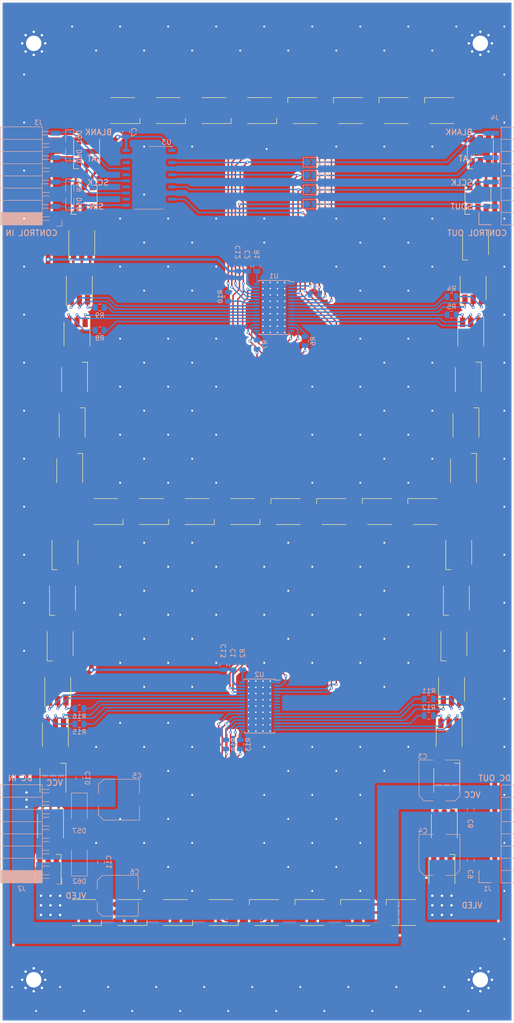
<source format=kicad_pcb>
(kicad_pcb (version 20171130) (host pcbnew "(5.1.4)-1")
  (layers (0 F.Cu signal hide) (31 B.Cu signal hide) (34 B.Paste user hide) (35 F.Paste user hide) (36 B.SilkS user hide) (37 F.SilkS user hide) (38 B.Mask user hide) (39 F.Mask user hide) (44 Edge.Cuts user))
  (net 0 "")
  (net 1 GND)
  (net 2 "Net-(D1-Pad6)")
  (net 3 "Net-(D1-Pad5)")
  (net 4 "Net-(D1-Pad4)")
  (net 5 "Net-(D1-Pad3)")
  (net 6 "Net-(D1-Pad2)")
  (net 7 "Net-(D1-Pad1)")
  (net 8 "Net-(D2-Pad6)")
  (net 9 "Net-(D2-Pad5)")
  (net 10 "Net-(D2-Pad4)")
  (net 11 "Net-(D10-Pad1)")
  (net 12 "Net-(D10-Pad2)")
  (net 13 "Net-(D10-Pad3)")
  (net 14 "Net-(D5-Pad3)")
  (net 15 "Net-(D5-Pad2)")
  (net 16 "Net-(D5-Pad1)")
  (net 17 "Net-(D13-Pad1)")
  (net 18 "Net-(D13-Pad2)")
  (net 19 "Net-(D13-Pad3)")
  (net 20 "Net-(D10-Pad6)")
  (net 21 "Net-(D10-Pad5)")
  (net 22 "Net-(D10-Pad4)")
  (net 23 "Net-(D11-Pad6)")
  (net 24 "Net-(D11-Pad5)")
  (net 25 "Net-(D11-Pad4)")
  (net 26 "Net-(D13-Pad6)")
  (net 27 "Net-(D13-Pad5)")
  (net 28 "Net-(D13-Pad4)")
  (net 29 "Net-(D14-Pad6)")
  (net 30 "Net-(D14-Pad5)")
  (net 31 "Net-(D14-Pad4)")
  (net 32 "Net-(D15-Pad6)")
  (net 33 "Net-(D15-Pad5)")
  (net 34 "Net-(D15-Pad4)")
  (net 35 "Net-(D17-Pad6)")
  (net 36 "Net-(D17-Pad5)")
  (net 37 "Net-(D17-Pad4)")
  (net 38 "Net-(D18-Pad6)")
  (net 39 "Net-(D18-Pad5)")
  (net 40 "Net-(D18-Pad4)")
  (net 41 "Net-(D19-Pad6)")
  (net 42 "Net-(D19-Pad5)")
  (net 43 "Net-(D19-Pad4)")
  (net 44 "Net-(D21-Pad6)")
  (net 45 "Net-(D21-Pad5)")
  (net 46 "Net-(D21-Pad4)")
  (net 47 "Net-(D29-Pad6)")
  (net 48 "Net-(D29-Pad5)")
  (net 49 "Net-(D29-Pad4)")
  (net 50 "Net-(D29-Pad3)")
  (net 51 "Net-(D29-Pad2)")
  (net 52 "Net-(D29-Pad1)")
  (net 53 "Net-(D30-Pad6)")
  (net 54 "Net-(D30-Pad5)")
  (net 55 "Net-(D30-Pad4)")
  (net 56 "Net-(D31-Pad6)")
  (net 57 "Net-(D31-Pad5)")
  (net 58 "Net-(D31-Pad4)")
  (net 59 "Net-(D33-Pad6)")
  (net 60 "Net-(D33-Pad5)")
  (net 61 "Net-(D33-Pad4)")
  (net 62 "Net-(D33-Pad3)")
  (net 63 "Net-(D33-Pad2)")
  (net 64 "Net-(D33-Pad1)")
  (net 65 "Net-(D34-Pad6)")
  (net 66 "Net-(D34-Pad5)")
  (net 67 "Net-(D34-Pad4)")
  (net 68 "Net-(D35-Pad6)")
  (net 69 "Net-(D35-Pad5)")
  (net 70 "Net-(D35-Pad4)")
  (net 71 "Net-(D37-Pad6)")
  (net 72 "Net-(D37-Pad5)")
  (net 73 "Net-(D37-Pad4)")
  (net 74 "Net-(D38-Pad6)")
  (net 75 "Net-(D38-Pad5)")
  (net 76 "Net-(D38-Pad4)")
  (net 77 "Net-(D39-Pad6)")
  (net 78 "Net-(D39-Pad5)")
  (net 79 "Net-(D39-Pad4)")
  (net 80 "Net-(D41-Pad6)")
  (net 81 "Net-(D41-Pad5)")
  (net 82 "Net-(D41-Pad4)")
  (net 83 "Net-(D42-Pad6)")
  (net 84 "Net-(D42-Pad5)")
  (net 85 "Net-(D42-Pad4)")
  (net 86 "Net-(D43-Pad6)")
  (net 87 "Net-(D43-Pad5)")
  (net 88 "Net-(D43-Pad4)")
  (net 89 "Net-(D45-Pad6)")
  (net 90 "Net-(D45-Pad5)")
  (net 91 "Net-(D45-Pad4)")
  (net 92 "Net-(D46-Pad6)")
  (net 93 "Net-(D46-Pad5)")
  (net 94 "Net-(D46-Pad4)")
  (net 95 "Net-(D47-Pad6)")
  (net 96 "Net-(D47-Pad5)")
  (net 97 "Net-(D47-Pad4)")
  (net 98 "Net-(D49-Pad6)")
  (net 99 "Net-(D49-Pad5)")
  (net 100 "Net-(D49-Pad4)")
  (net 101 "Net-(R1-Pad1)")
  (net 102 "Net-(R2-Pad1)")
  (net 103 "Net-(D3-Pad6)")
  (net 104 "Net-(D3-Pad5)")
  (net 105 "Net-(D3-Pad4)")
  (net 106 "Net-(D5-Pad6)")
  (net 107 "Net-(D5-Pad5)")
  (net 108 "Net-(D5-Pad4)")
  (net 109 "Net-(D6-Pad6)")
  (net 110 "Net-(D6-Pad5)")
  (net 111 "Net-(D6-Pad4)")
  (net 112 "Net-(D7-Pad6)")
  (net 113 "Net-(D7-Pad5)")
  (net 114 "Net-(D7-Pad4)")
  (net 115 "Net-(D9-Pad3)")
  (net 116 "Net-(D9-Pad2)")
  (net 117 "Net-(D9-Pad1)")
  (net 118 "Net-(D17-Pad3)")
  (net 119 "Net-(D17-Pad2)")
  (net 120 "Net-(D17-Pad1)")
  (net 121 "Net-(D21-Pad3)")
  (net 122 "Net-(D21-Pad2)")
  (net 123 "Net-(D21-Pad1)")
  (net 124 "Net-(D22-Pad6)")
  (net 125 "Net-(D22-Pad5)")
  (net 126 "Net-(D22-Pad4)")
  (net 127 "Net-(D23-Pad6)")
  (net 128 "Net-(D23-Pad5)")
  (net 129 "Net-(D23-Pad4)")
  (net 130 "Net-(D25-Pad6)")
  (net 131 "Net-(D25-Pad5)")
  (net 132 "Net-(D25-Pad4)")
  (net 133 "Net-(D25-Pad3)")
  (net 134 "Net-(D25-Pad2)")
  (net 135 "Net-(D25-Pad1)")
  (net 136 "Net-(D26-Pad6)")
  (net 137 "Net-(D26-Pad5)")
  (net 138 "Net-(D26-Pad4)")
  (net 139 "Net-(D27-Pad6)")
  (net 140 "Net-(D27-Pad5)")
  (net 141 "Net-(D27-Pad4)")
  (net 142 "Net-(D37-Pad3)")
  (net 143 "Net-(D37-Pad2)")
  (net 144 "Net-(D37-Pad1)")
  (net 145 "Net-(D41-Pad3)")
  (net 146 "Net-(D41-Pad2)")
  (net 147 "Net-(D41-Pad1)")
  (net 148 "Net-(D45-Pad3)")
  (net 149 "Net-(D45-Pad2)")
  (net 150 "Net-(D45-Pad1)")
  (net 151 "Net-(D49-Pad3)")
  (net 152 "Net-(D49-Pad2)")
  (net 153 "Net-(D49-Pad1)")
  (net 154 "Net-(D50-Pad6)")
  (net 155 "Net-(D50-Pad5)")
  (net 156 "Net-(D50-Pad4)")
  (net 157 "Net-(D51-Pad6)")
  (net 158 "Net-(D51-Pad5)")
  (net 159 "Net-(D51-Pad4)")
  (net 160 "Net-(D53-Pad6)")
  (net 161 "Net-(D53-Pad5)")
  (net 162 "Net-(D53-Pad4)")
  (net 163 "Net-(D53-Pad3)")
  (net 164 "Net-(D53-Pad2)")
  (net 165 "Net-(D53-Pad1)")
  (net 166 "Net-(D54-Pad6)")
  (net 167 "Net-(D54-Pad5)")
  (net 168 "Net-(D54-Pad4)")
  (net 169 "Net-(D55-Pad6)")
  (net 170 "Net-(D55-Pad5)")
  (net 171 "Net-(D55-Pad4)")
  (net 172 "Net-(R3-Pad2)")
  (net 173 "Net-(R4-Pad2)")
  (net 174 "Net-(R5-Pad2)")
  (net 175 "Net-(R6-Pad2)")
  (net 176 "Net-(R7-Pad2)")
  (net 177 "Net-(R8-Pad2)")
  (net 178 "Net-(R9-Pad2)")
  (net 179 "Net-(R10-Pad2)")
  (net 180 "Net-(R11-Pad2)")
  (net 181 "Net-(R12-Pad2)")
  (net 182 "Net-(R13-Pad2)")
  (net 183 "Net-(R14-Pad2)")
  (net 184 "Net-(R15-Pad2)")
  (net 185 "Net-(R16-Pad2)")
  (net 186 /BLANK)
  (net 187 /LAT)
  (net 188 /SCLK)
  (net 189 /SIN)
  (net 190 /SOUT)
  (net 191 /SOUT_TO_SIN)
  (net 192 "Net-(D58-Pad1)")
  (net 193 "Net-(D59-Pad1)")
  (net 194 "Net-(D60-Pad1)")
  (net 195 "Net-(D61-Pad1)")
  (net 196 "Net-(J4-Pad8)")
  (net 197 "Net-(J4-Pad6)")
  (net 198 "Net-(J4-Pad4)")
  (net 199 "Net-(J4-Pad2)")
  (net 200 +5VD)
  (net 201 +15V)
  (module Resistor_SMD:R_0805_2012Metric (layer B.Cu) (at 79 172)
    (fp_text reference R16 (at 0 1.65) (layer B.SilkS) (effects (justify mirror)))
    (fp_text value R_Small)
    (pad 2 smd roundrect (at 0.9375 0) (size 0.975 1.4) (layers B.Cu B.Paste B.Mask) (net 185 "Net-(R16-Pad2)"))
    (pad 1 smd roundrect (at -0.9375 0) (size 0.975 1.4) (layers B.Cu B.Paste B.Mask) (net 148 "Net-(D45-Pad3)"))
  )
  (module Resistor_SMD:R_0805_2012Metric (layer B.Cu) (at 79 175.25)
    (fp_text reference R15 (at 0 1.65) (layer B.SilkS) (effects (justify mirror)))
    (fp_text value R_Small)
    (pad 2 smd roundrect (at 0.9375 0) (size 0.975 1.4) (layers B.Cu B.Paste B.Mask) (net 184 "Net-(R15-Pad2)"))
    (pad 1 smd roundrect (at -0.9375 0) (size 0.975 1.4) (layers B.Cu B.Paste B.Mask) (net 142 "Net-(D37-Pad3)"))
  )
  (module Resistor_SMD:R_0805_2012Metric (layer B.Cu) (at 109.5 179.5 90)
    (fp_text reference R14 (at 0 1.65 90) (layer B.SilkS) (effects (justify mirror)))
    (fp_text value R_Small)
    (pad 2 smd roundrect (at 0.9375 0 90) (size 0.975 1.4) (layers B.Cu B.Paste B.Mask) (net 183 "Net-(R14-Pad2)"))
    (pad 1 smd roundrect (at -0.9375 0 90) (size 0.975 1.4) (layers B.Cu B.Paste B.Mask) (net 50 "Net-(D29-Pad3)"))
  )
  (module Resistor_SMD:R_0805_2012Metric (layer B.Cu) (at 112.5 179.5 90)
    (fp_text reference R13 (at 0 1.65 90) (layer B.SilkS) (effects (justify mirror)))
    (fp_text value R_Small)
    (pad 2 smd roundrect (at 0.9375 0 90) (size 0.975 1.4) (layers B.Cu B.Paste B.Mask) (net 182 "Net-(R13-Pad2)"))
    (pad 1 smd roundrect (at -0.9375 0 90) (size 0.975 1.4) (layers B.Cu B.Paste B.Mask) (net 121 "Net-(D21-Pad3)"))
  )
  (module Resistor_SMD:R_0805_2012Metric (layer B.Cu) (at 151.75 173.5 180)
    (fp_text reference R12 (at 0 1.65) (layer B.SilkS) (effects (justify mirror)))
    (fp_text value R_Small)
    (pad 2 smd roundrect (at 0.9375 0 180) (size 0.975 1.4) (layers B.Cu B.Paste B.Mask) (net 181 "Net-(R12-Pad2)"))
    (pad 1 smd roundrect (at -0.9375 0 180) (size 0.975 1.4) (layers B.Cu B.Paste B.Mask) (net 19 "Net-(D13-Pad3)"))
  )
  (module Resistor_SMD:R_0805_2012Metric (layer B.Cu) (at 151.75 170 180)
    (fp_text reference R11 (at 0 1.65) (layer B.SilkS) (effects (justify mirror)))
    (fp_text value R_Small)
    (pad 2 smd roundrect (at 0.9375 0 180) (size 0.975 1.4) (layers B.Cu B.Paste B.Mask) (net 180 "Net-(R11-Pad2)"))
    (pad 1 smd roundrect (at -0.9375 0 180) (size 0.975 1.4) (layers B.Cu B.Paste B.Mask) (net 14 "Net-(D5-Pad3)"))
  )
  (module Resistor_SMD:R_0805_2012Metric (layer B.Cu) (at 110 86.25 270)
    (fp_text reference R10 (at 0 1.65 90) (layer B.SilkS) (effects (justify mirror)))
    (fp_text value R_Small)
    (pad 2 smd roundrect (at 0.9375 0 270) (size 0.975 1.4) (layers B.Cu B.Paste B.Mask) (net 179 "Net-(R10-Pad2)"))
    (pad 1 smd roundrect (at -0.9375 0 270) (size 0.975 1.4) (layers B.Cu B.Paste B.Mask) (net 163 "Net-(D53-Pad3)"))
  )
  (module Resistor_SMD:R_0805_2012Metric (layer B.Cu) (at 83.25 88.5)
    (fp_text reference R9 (at 0 1.65) (layer B.SilkS) (effects (justify mirror)))
    (fp_text value R_Small)
    (pad 2 smd roundrect (at 0.9375 0) (size 0.975 1.4) (layers B.Cu B.Paste B.Mask) (net 178 "Net-(R9-Pad2)"))
    (pad 1 smd roundrect (at -0.9375 0) (size 0.975 1.4) (layers B.Cu B.Paste B.Mask) (net 151 "Net-(D49-Pad3)"))
  )
  (module Resistor_SMD:R_0805_2012Metric (layer B.Cu) (at 83.25 93.25)
    (fp_text reference R8 (at 0 1.65) (layer B.SilkS) (effects (justify mirror)))
    (fp_text value R_Small)
    (pad 2 smd roundrect (at 0.9375 0) (size 0.975 1.4) (layers B.Cu B.Paste B.Mask) (net 177 "Net-(R8-Pad2)"))
    (pad 1 smd roundrect (at -0.9375 0) (size 0.975 1.4) (layers B.Cu B.Paste B.Mask) (net 145 "Net-(D41-Pad3)"))
  )
  (module Resistor_SMD:R_0805_2012Metric (layer B.Cu) (at 116 96.25 90)
    (fp_text reference R7 (at 0 1.65 90) (layer B.SilkS) (effects (justify mirror)))
    (fp_text value R_Small)
    (pad 2 smd roundrect (at 0.9375 0 90) (size 0.975 1.4) (layers B.Cu B.Paste B.Mask) (net 176 "Net-(R7-Pad2)"))
    (pad 1 smd roundrect (at -0.9375 0 90) (size 0.975 1.4) (layers B.Cu B.Paste B.Mask) (net 62 "Net-(D33-Pad3)"))
  )
  (module Resistor_SMD:R_0805_2012Metric (layer B.Cu) (at 126 95.5 90)
    (fp_text reference R6 (at 0 1.65 90) (layer B.SilkS) (effects (justify mirror)))
    (fp_text value R_Small)
    (pad 2 smd roundrect (at 0.9375 0 90) (size 0.975 1.4) (layers B.Cu B.Paste B.Mask) (net 175 "Net-(R6-Pad2)"))
    (pad 1 smd roundrect (at -0.9375 0 90) (size 0.975 1.4) (layers B.Cu B.Paste B.Mask) (net 133 "Net-(D25-Pad3)"))
  )
  (module Resistor_SMD:R_0805_2012Metric (layer B.Cu) (at 156.5 90 180)
    (fp_text reference R5 (at 0 1.65) (layer B.SilkS) (effects (justify mirror)))
    (fp_text value R_Small)
    (pad 2 smd roundrect (at 0.9375 0 180) (size 0.975 1.4) (layers B.Cu B.Paste B.Mask) (net 174 "Net-(R5-Pad2)"))
    (pad 1 smd roundrect (at -0.9375 0 180) (size 0.975 1.4) (layers B.Cu B.Paste B.Mask) (net 118 "Net-(D17-Pad3)"))
  )
  (module Resistor_SMD:R_0805_2012Metric (layer B.Cu) (at 156.5 86.25 180)
    (fp_text reference R4 (at 0 1.65) (layer B.SilkS) (effects (justify mirror)))
    (fp_text value R_Small)
    (pad 2 smd roundrect (at 0.9375 0 180) (size 0.975 1.4) (layers B.Cu B.Paste B.Mask) (net 173 "Net-(R4-Pad2)"))
    (pad 1 smd roundrect (at -0.9375 0 180) (size 0.975 1.4) (layers B.Cu B.Paste B.Mask) (net 115 "Net-(D9-Pad3)"))
  )
  (module Resistor_SMD:R_0805_2012Metric (layer B.Cu) (at 128 85.75 180)
    (fp_text reference R3 (at 0 1.65) (layer B.SilkS) (effects (justify mirror)))
    (fp_text value R_Small)
    (pad 2 smd roundrect (at 0.9375 0 180) (size 0.975 1.4) (layers B.Cu B.Paste B.Mask) (net 172 "Net-(R3-Pad2)"))
    (pad 1 smd roundrect (at -0.9375 0 180) (size 0.975 1.4) (layers B.Cu B.Paste B.Mask) (net 5 "Net-(D1-Pad3)"))
  )
  (module MountingHole:MountingHole_3.2mm_M3_Pad_Via (layer F.Cu) (at 162.5 33.5)
    (fp_text reference H4 hide)
    (fp_text value MountingHole_Pad)
    (pad 1 thru_hole circle (at 1.697056 -1.697056) (size 0.8 0.8) (drill 0.5) (layers *.Cu *.Mask) (net 1 GND))
    (pad 1 thru_hole circle (at 0 -2.4) (size 0.8 0.8) (drill 0.5) (layers *.Cu *.Mask) (net 1 GND))
    (pad 1 thru_hole circle (at -1.697056 -1.697056) (size 0.8 0.8) (drill 0.5) (layers *.Cu *.Mask) (net 1 GND))
    (pad 1 thru_hole circle (at -2.4 0) (size 0.8 0.8) (drill 0.5) (layers *.Cu *.Mask) (net 1 GND))
    (pad 1 thru_hole circle (at -1.697056 1.697056) (size 0.8 0.8) (drill 0.5) (layers *.Cu *.Mask) (net 1 GND))
    (pad 1 thru_hole circle (at 0 2.4) (size 0.8 0.8) (drill 0.5) (layers *.Cu *.Mask) (net 1 GND))
    (pad 1 thru_hole circle (at 1.697056 1.697056) (size 0.8 0.8) (drill 0.5) (layers *.Cu *.Mask) (net 1 GND))
    (pad 1 thru_hole circle (at 2.4 0) (size 0.8 0.8) (drill 0.5) (layers *.Cu *.Mask) (net 1 GND))
    (pad 1 thru_hole circle (at 0 0) (size 6.4 6.4) (drill 3.2) (layers *.Cu *.Mask) (net 1 GND))
  )
  (module MountingHole:MountingHole_3.2mm_M3_Pad_Via (layer F.Cu) (at 162.5 228.5)
    (fp_text reference H3 hide)
    (fp_text value MountingHole_Pad)
    (pad 1 thru_hole circle (at 1.697056 -1.697056) (size 0.8 0.8) (drill 0.5) (layers *.Cu *.Mask) (net 1 GND))
    (pad 1 thru_hole circle (at 0 -2.4) (size 0.8 0.8) (drill 0.5) (layers *.Cu *.Mask) (net 1 GND))
    (pad 1 thru_hole circle (at -1.697056 -1.697056) (size 0.8 0.8) (drill 0.5) (layers *.Cu *.Mask) (net 1 GND))
    (pad 1 thru_hole circle (at -2.4 0) (size 0.8 0.8) (drill 0.5) (layers *.Cu *.Mask) (net 1 GND))
    (pad 1 thru_hole circle (at -1.697056 1.697056) (size 0.8 0.8) (drill 0.5) (layers *.Cu *.Mask) (net 1 GND))
    (pad 1 thru_hole circle (at 0 2.4) (size 0.8 0.8) (drill 0.5) (layers *.Cu *.Mask) (net 1 GND))
    (pad 1 thru_hole circle (at 1.697056 1.697056) (size 0.8 0.8) (drill 0.5) (layers *.Cu *.Mask) (net 1 GND))
    (pad 1 thru_hole circle (at 2.4 0) (size 0.8 0.8) (drill 0.5) (layers *.Cu *.Mask) (net 1 GND))
    (pad 1 thru_hole circle (at 0 0) (size 6.4 6.4) (drill 3.2) (layers *.Cu *.Mask) (net 1 GND))
  )
  (module MountingHole:MountingHole_3.2mm_M3_Pad_Via (layer F.Cu) (at 69.5 228.5)
    (fp_text reference H2 hide)
    (fp_text value MountingHole_Pad)
    (pad 1 thru_hole circle (at 1.697056 -1.697056) (size 0.8 0.8) (drill 0.5) (layers *.Cu *.Mask) (net 1 GND))
    (pad 1 thru_hole circle (at 0 -2.4) (size 0.8 0.8) (drill 0.5) (layers *.Cu *.Mask) (net 1 GND))
    (pad 1 thru_hole circle (at -1.697056 -1.697056) (size 0.8 0.8) (drill 0.5) (layers *.Cu *.Mask) (net 1 GND))
    (pad 1 thru_hole circle (at -2.4 0) (size 0.8 0.8) (drill 0.5) (layers *.Cu *.Mask) (net 1 GND))
    (pad 1 thru_hole circle (at -1.697056 1.697056) (size 0.8 0.8) (drill 0.5) (layers *.Cu *.Mask) (net 1 GND))
    (pad 1 thru_hole circle (at 0 2.4) (size 0.8 0.8) (drill 0.5) (layers *.Cu *.Mask) (net 1 GND))
    (pad 1 thru_hole circle (at 1.697056 1.697056) (size 0.8 0.8) (drill 0.5) (layers *.Cu *.Mask) (net 1 GND))
    (pad 1 thru_hole circle (at 2.4 0) (size 0.8 0.8) (drill 0.5) (layers *.Cu *.Mask) (net 1 GND))
    (pad 1 thru_hole circle (at 0 0) (size 6.4 6.4) (drill 3.2) (layers *.Cu *.Mask) (net 1 GND))
  )
  (module MountingHole:MountingHole_3.2mm_M3_Pad_Via (layer F.Cu) (at 69.5 33.5)
    (fp_text reference H1 hide)
    (fp_text value MountingHole_Pad)
    (pad 1 thru_hole circle (at 1.697056 -1.697056) (size 0.8 0.8) (drill 0.5) (layers *.Cu *.Mask) (net 1 GND))
    (pad 1 thru_hole circle (at 0 -2.4) (size 0.8 0.8) (drill 0.5) (layers *.Cu *.Mask) (net 1 GND))
    (pad 1 thru_hole circle (at -1.697056 -1.697056) (size 0.8 0.8) (drill 0.5) (layers *.Cu *.Mask) (net 1 GND))
    (pad 1 thru_hole circle (at -2.4 0) (size 0.8 0.8) (drill 0.5) (layers *.Cu *.Mask) (net 1 GND))
    (pad 1 thru_hole circle (at -1.697056 1.697056) (size 0.8 0.8) (drill 0.5) (layers *.Cu *.Mask) (net 1 GND))
    (pad 1 thru_hole circle (at 0 2.4) (size 0.8 0.8) (drill 0.5) (layers *.Cu *.Mask) (net 1 GND))
    (pad 1 thru_hole circle (at 1.697056 1.697056) (size 0.8 0.8) (drill 0.5) (layers *.Cu *.Mask) (net 1 GND))
    (pad 1 thru_hole circle (at 2.4 0) (size 0.8 0.8) (drill 0.5) (layers *.Cu *.Mask) (net 1 GND))
    (pad 1 thru_hole circle (at 0 0) (size 6.4 6.4) (drill 3.2) (layers *.Cu *.Mask) (net 1 GND))
  )
  (module LED_SMD:LED_RGB_5050-6 (layer F.Cu) (at 80.5 56 90)
    (fp_text reference D52 hide)
    (fp_text value LED_RGB)
    (pad 6 smd rect (at 2.4 -1.7 180) (size 1.1 2) (layers F.Cu F.Paste F.Mask) (net 201 +15V))
    (pad 5 smd rect (at 2.4 0 180) (size 1.1 2) (layers F.Cu F.Paste F.Mask) (net 201 +15V))
    (pad 4 smd rect (at 2.4 1.7 180) (size 1.1 2) (layers F.Cu F.Paste F.Mask) (net 201 +15V))
    (pad 3 smd rect (at -2.4 1.7 180) (size 1.1 2) (layers F.Cu F.Paste F.Mask) (net 159 "Net-(D51-Pad4)"))
    (pad 2 smd rect (at -2.4 0 180) (size 1.1 2) (layers F.Cu F.Paste F.Mask) (net 158 "Net-(D51-Pad5)"))
    (pad 1 smd rect (at -2.4 -1.7 180) (size 1.1 2) (layers F.Cu F.Paste F.Mask) (net 157 "Net-(D51-Pad6)"))
  )
  (module Capacitor_SMD:C_Elec_8x10.2 (layer B.Cu) (at 87 211)
    (fp_text reference C6 (at 3.5 -5) (layer B.SilkS) (effects (justify mirror)))
    (fp_text value 330uF)
    (pad 2 smd roundrect (at 3.6 0) (size 4.5 2.1) (layers B.Cu B.Paste B.Mask) (roundrect_rratio 0.119048) (net 1 GND))
    (pad 1 smd roundrect (at -3.6 0) (size 4.5 2.1) (layers B.Cu B.Paste B.Mask) (roundrect_rratio 0.119048) (net 201 +15V))
  )
  (module Capacitor_SMD:C_Elec_8x10.2 (layer B.Cu) (at 87.25 191)
    (fp_text reference C5 (at 3.75 -5) (layer B.SilkS) (effects (justify mirror)))
    (fp_text value 330uF)
    (pad 2 smd roundrect (at 3.6 0) (size 4.5 2.1) (layers B.Cu B.Paste B.Mask) (roundrect_rratio 0.119048) (net 1 GND))
    (pad 1 smd roundrect (at -3.6 0) (size 4.5 2.1) (layers B.Cu B.Paste B.Mask) (roundrect_rratio 0.119048) (net 200 +5VD))
  )
  (module Capacitor_SMD:C_Elec_8x10.2 (layer B.Cu) (at 154 202.5 90)
    (fp_text reference C4 (at 5 -3.5 180) (layer B.SilkS) (effects (justify mirror)))
    (fp_text value 330uF)
    (pad 2 smd roundrect (at 3.6 0 90) (size 4.5 2.1) (layers B.Cu B.Paste B.Mask) (roundrect_rratio 0.119048) (net 1 GND))
    (pad 1 smd roundrect (at -3.6 0 90) (size 4.5 2.1) (layers B.Cu B.Paste B.Mask) (roundrect_rratio 0.119048) (net 201 +15V))
  )
  (module Capacitor_SMD:C_Elec_8x10.2 (layer B.Cu) (at 154 187 90)
    (fp_text reference C3 (at 5 -3.5 180) (layer B.SilkS) (effects (justify mirror)))
    (fp_text value 330uF)
    (pad 2 smd roundrect (at 3.6 0 90) (size 4.5 2.1) (layers B.Cu B.Paste B.Mask) (roundrect_rratio 0.119048) (net 1 GND))
    (pad 1 smd roundrect (at -3.6 0 90) (size 4.5 2.1) (layers B.Cu B.Paste B.Mask) (roundrect_rratio 0.119048) (net 200 +5VD))
  )
  (module Capacitor_SMD:C_0805_2012Metric (layer B.Cu) (at 109 163 90)
    (fp_text reference C13 (at 3 0 90) (layer B.SilkS) (effects (justify mirror)))
    (fp_text value 10uF)
    (pad 2 smd roundrect (at 0.9375 0 90) (size 0.975 1.4) (layers B.Cu B.Paste B.Mask) (net 1 GND))
    (pad 1 smd roundrect (at -0.9375 0 90) (size 0.975 1.4) (layers B.Cu B.Paste B.Mask) (net 200 +5VD))
  )
  (module Capacitor_SMD:C_0805_2012Metric (layer B.Cu) (at 112 80 90)
    (fp_text reference C12 (at 3 0 90) (layer B.SilkS) (effects (justify mirror)))
    (fp_text value 10uF)
    (pad 2 smd roundrect (at 0.9375 0 90) (size 0.975 1.4) (layers B.Cu B.Paste B.Mask) (net 1 GND))
    (pad 1 smd roundrect (at -0.9375 0 90) (size 0.975 1.4) (layers B.Cu B.Paste B.Mask) (net 200 +5VD))
  )
  (module Jumper:SolderJumper-2_P1.3mm_Open_TrianglePad1.0x1.5mm (layer B.Cu) (at 127 58.25)
    (fp_text reference JP4 (at 3 0.25) (layer B.SilkS) (effects (justify mirror)))
    (fp_text value SolderJumper_2_Open)
    (pad 1 smd custom (at -0.725 0) (size 0.3 0.3) (layers B.Cu B.Mask) (net 186 /BLANK) (options (clearance outline) (anchor rect)) (primitives (gr_poly (pts (xy -0.5 0.75) (xy 0.5 0.75) (xy 1 0) (xy 0.5 -0.75) (xy -0.5 -0.75)) (width 0))))
    (pad 2 smd custom (at 0.725 0) (size 0.3 0.3) (layers B.Cu B.Mask) (net 196 "Net-(J4-Pad8)") (options (clearance outline) (anchor rect)) (primitives (gr_poly (pts (xy -0.65 0.75) (xy 0.5 0.75) (xy 0.5 -0.75) (xy -0.65 -0.75) (xy -0.15 0)) (width 0))))
  )
  (module Jumper:SolderJumper-2_P1.3mm_Open_TrianglePad1.0x1.5mm (layer B.Cu) (at 127 61)
    (fp_text reference JP3 (at 3 0) (layer B.SilkS) (effects (justify mirror)))
    (fp_text value SolderJumper_2_Open)
    (pad 1 smd custom (at -0.725 0) (size 0.3 0.3) (layers B.Cu B.Mask) (net 187 /LAT) (options (clearance outline) (anchor rect)) (primitives (gr_poly (pts (xy -0.5 0.75) (xy 0.5 0.75) (xy 1 0) (xy 0.5 -0.75) (xy -0.5 -0.75)) (width 0))))
    (pad 2 smd custom (at 0.725 0) (size 0.3 0.3) (layers B.Cu B.Mask) (net 197 "Net-(J4-Pad6)") (options (clearance outline) (anchor rect)) (primitives (gr_poly (pts (xy -0.65 0.75) (xy 0.5 0.75) (xy 0.5 -0.75) (xy -0.65 -0.75) (xy -0.15 0)) (width 0))))
  )
  (module Jumper:SolderJumper-2_P1.3mm_Open_TrianglePad1.0x1.5mm (layer B.Cu) (at 127 64)
    (fp_text reference JP2 (at 3 0) (layer B.SilkS) (effects (justify mirror)))
    (fp_text value SolderJumper_2_Open)
    (pad 1 smd custom (at -0.725 0) (size 0.3 0.3) (layers B.Cu B.Mask) (net 188 /SCLK) (options (clearance outline) (anchor rect)) (primitives (gr_poly (pts (xy -0.5 0.75) (xy 0.5 0.75) (xy 1 0) (xy 0.5 -0.75) (xy -0.5 -0.75)) (width 0))))
    (pad 2 smd custom (at 0.725 0) (size 0.3 0.3) (layers B.Cu B.Mask) (net 198 "Net-(J4-Pad4)") (options (clearance outline) (anchor rect)) (primitives (gr_poly (pts (xy -0.65 0.75) (xy 0.5 0.75) (xy 0.5 -0.75) (xy -0.65 -0.75) (xy -0.15 0)) (width 0))))
  )
  (module Jumper:SolderJumper-2_P1.3mm_Open_TrianglePad1.0x1.5mm (layer B.Cu) (at 127 67)
    (fp_text reference JP1 (at 3 0) (layer B.SilkS) (effects (justify mirror)))
    (fp_text value SolderJumper_2_Open)
    (pad 1 smd custom (at -0.725 0) (size 0.3 0.3) (layers B.Cu B.Mask) (net 190 /SOUT) (options (clearance outline) (anchor rect)) (primitives (gr_poly (pts (xy -0.5 0.75) (xy 0.5 0.75) (xy 1 0) (xy 0.5 -0.75) (xy -0.5 -0.75)) (width 0))))
    (pad 2 smd custom (at 0.725 0) (size 0.3 0.3) (layers B.Cu B.Mask) (net 199 "Net-(J4-Pad2)") (options (clearance outline) (anchor rect)) (primitives (gr_poly (pts (xy -0.65 0.75) (xy 0.5 0.75) (xy 0.5 -0.75) (xy -0.65 -0.75) (xy -0.15 0)) (width 0))))
  )
  (module Diode_SMD:D_SMA (layer B.Cu) (at 79 203.5 90)
    (fp_text reference D62 (at -4.5 0 180) (layer B.SilkS) (effects (justify mirror)))
    (fp_text value D_TVS)
    (pad 2 smd rect (at 2 0 90) (size 2.5 1.8) (layers B.Cu B.Paste B.Mask) (net 1 GND))
    (pad 1 smd rect (at -2 0 90) (size 2.5 1.8) (layers B.Cu B.Paste B.Mask) (net 201 +15V))
  )
  (module Diode_SMD:D_SOD-323 (layer B.Cu) (at 77 53 270)
    (fp_text reference D61 (at 0 -2 90) (layer B.SilkS) (effects (justify mirror)))
    (fp_text value 5V)
    (pad 2 smd rect (at 1.05 0 270) (size 0.6 0.45) (layers B.Cu B.Paste B.Mask) (net 1 GND))
    (pad 1 smd rect (at -1.05 0 270) (size 0.6 0.45) (layers B.Cu B.Paste B.Mask) (net 195 "Net-(D61-Pad1)"))
  )
  (module Diode_SMD:D_SOD-323 (layer B.Cu) (at 77 56.5 90)
    (fp_text reference D60 (at -0.5 2 90) (layer B.SilkS) (effects (justify mirror)))
    (fp_text value 5V)
    (pad 2 smd rect (at 1.05 0 90) (size 0.6 0.45) (layers B.Cu B.Paste B.Mask) (net 1 GND))
    (pad 1 smd rect (at -1.05 0 90) (size 0.6 0.45) (layers B.Cu B.Paste B.Mask) (net 194 "Net-(D60-Pad1)"))
  )
  (module Diode_SMD:D_SOD-323 (layer B.Cu) (at 77 63.25 270)
    (fp_text reference D59 (at -0.25 -2 90) (layer B.SilkS) (effects (justify mirror)))
    (fp_text value 5V)
    (pad 2 smd rect (at 1.05 0 270) (size 0.6 0.45) (layers B.Cu B.Paste B.Mask) (net 1 GND))
    (pad 1 smd rect (at -1.05 0 270) (size 0.6 0.45) (layers B.Cu B.Paste B.Mask) (net 193 "Net-(D59-Pad1)"))
  )
  (module Diode_SMD:D_SOD-323 (layer B.Cu) (at 77 66.75 90)
    (fp_text reference D58 (at -0.25 2 90) (layer B.SilkS) (effects (justify mirror)))
    (fp_text value 5V)
    (pad 2 smd rect (at 1.05 0 90) (size 0.6 0.45) (layers B.Cu B.Paste B.Mask) (net 1 GND))
    (pad 1 smd rect (at -1.05 0 90) (size 0.6 0.45) (layers B.Cu B.Paste B.Mask) (net 192 "Net-(D58-Pad1)"))
  )
  (module Diode_SMD:D_SMA (layer B.Cu) (at 79 193 270)
    (fp_text reference D57 (at 4.5 0 180) (layer B.SilkS) (effects (justify mirror)))
    (fp_text value D_TVS)
    (pad 2 smd rect (at 2 0 270) (size 2.5 1.8) (layers B.Cu B.Paste B.Mask) (net 1 GND))
    (pad 1 smd rect (at -2 0 270) (size 2.5 1.8) (layers B.Cu B.Paste B.Mask) (net 200 +5VD))
  )
  (module Capacitor_SMD:C_0805_2012Metric (layer B.Cu) (at 83.5 204 90)
    (fp_text reference C11 (at 0 1.65 90) (layer B.SilkS) (effects (justify mirror)))
    (fp_text value 100n)
    (pad 2 smd roundrect (at 0.9375 0 90) (size 0.975 1.4) (layers B.Cu B.Paste B.Mask) (net 1 GND))
    (pad 1 smd roundrect (at -0.9375 0 90) (size 0.975 1.4) (layers B.Cu B.Paste B.Mask) (net 201 +15V))
  )
  (module Capacitor_SMD:C_0805_2012Metric (layer B.Cu) (at 79 186.5 90)
    (fp_text reference C10 (at 0 1.75 90) (layer B.SilkS) (effects (justify mirror)))
    (fp_text value 100n)
    (pad 2 smd roundrect (at 0.9375 0 90) (size 0.975 1.4) (layers B.Cu B.Paste B.Mask) (net 1 GND))
    (pad 1 smd roundrect (at -0.9375 0 90) (size 0.975 1.4) (layers B.Cu B.Paste B.Mask) (net 200 +5VD))
  )
  (module Capacitor_SMD:C_0805_2012Metric (layer B.Cu) (at 160.5 203.5 90)
    (fp_text reference C9 (at -3 0 90) (layer B.SilkS) (effects (justify mirror)))
    (fp_text value 100n)
    (pad 2 smd roundrect (at 0.9375 0 90) (size 0.975 1.4) (layers B.Cu B.Paste B.Mask) (net 1 GND))
    (pad 1 smd roundrect (at -0.9375 0 90) (size 0.975 1.4) (layers B.Cu B.Paste B.Mask) (net 201 +15V))
  )
  (module Capacitor_SMD:C_0805_2012Metric (layer B.Cu) (at 160.5 193.0625 270)
    (fp_text reference C8 (at 2.9375 0 90) (layer B.SilkS) (effects (justify mirror)))
    (fp_text value 100n)
    (pad 2 smd roundrect (at 0.9375 0 270) (size 0.975 1.4) (layers B.Cu B.Paste B.Mask) (net 1 GND))
    (pad 1 smd roundrect (at -0.9375 0 270) (size 0.975 1.4) (layers B.Cu B.Paste B.Mask) (net 200 +5VD))
  )
  (module Capacitor_SMD:C_0805_2012Metric (layer B.Cu) (at 88.75 52 90)
    (fp_text reference C7 (at 0 1.65 90) (layer B.SilkS) (effects (justify mirror)))
    (fp_text value 100n)
    (pad 2 smd roundrect (at 0.9375 0 90) (size 0.975 1.4) (layers B.Cu B.Paste B.Mask) (net 1 GND))
    (pad 1 smd roundrect (at -0.9375 0 90) (size 0.975 1.4) (layers B.Cu B.Paste B.Mask) (net 200 +5VD))
  )
  (module Package_SO:SO-20_12.8x7.5mm_P1.27mm (layer B.Cu) (at 93.5 61.5 180)
    (fp_text reference U3 (at -3.69 7.42) (layer B.SilkS) (effects (justify mirror)))
    (fp_text value 74LS244)
    (pad 20 smd rect (at 4.75 5.715 180) (size 1.5 0.6) (layers B.Cu B.Paste B.Mask) (net 200 +5VD))
    (pad 19 smd rect (at 4.75 4.445 180) (size 1.5 0.6) (layers B.Cu B.Paste B.Mask) (net 1 GND))
    (pad 18 smd rect (at 4.75 3.175 180) (size 1.5 0.6) (layers B.Cu B.Paste B.Mask))
    (pad 17 smd rect (at 4.75 1.905 180) (size 1.5 0.6) (layers B.Cu B.Paste B.Mask) (net 195 "Net-(D61-Pad1)"))
    (pad 16 smd rect (at 4.75 0.635 180) (size 1.5 0.6) (layers B.Cu B.Paste B.Mask))
    (pad 15 smd rect (at 4.75 -0.635 180) (size 1.5 0.6) (layers B.Cu B.Paste B.Mask) (net 194 "Net-(D60-Pad1)"))
    (pad 14 smd rect (at 4.75 -1.905 180) (size 1.5 0.6) (layers B.Cu B.Paste B.Mask))
    (pad 13 smd rect (at 4.75 -3.175 180) (size 1.5 0.6) (layers B.Cu B.Paste B.Mask) (net 193 "Net-(D59-Pad1)"))
    (pad 12 smd rect (at 4.75 -4.445 180) (size 1.5 0.6) (layers B.Cu B.Paste B.Mask))
    (pad 11 smd rect (at 4.75 -5.715 180) (size 1.5 0.6) (layers B.Cu B.Paste B.Mask) (net 192 "Net-(D58-Pad1)"))
    (pad 10 smd rect (at -4.75 -5.715 180) (size 1.5 0.6) (layers B.Cu B.Paste B.Mask) (net 1 GND))
    (pad 9 smd rect (at -4.75 -4.445 180) (size 1.5 0.6) (layers B.Cu B.Paste B.Mask) (net 189 /SIN))
    (pad 8 smd rect (at -4.75 -3.175 180) (size 1.5 0.6) (layers B.Cu B.Paste B.Mask) (net 1 GND))
    (pad 7 smd rect (at -4.75 -1.905 180) (size 1.5 0.6) (layers B.Cu B.Paste B.Mask) (net 188 /SCLK))
    (pad 1 smd rect (at -4.75 5.715 180) (size 1.5 0.6) (layers B.Cu B.Paste B.Mask) (net 200 +5VD))
    (pad 2 smd rect (at -4.75 4.445 180) (size 1.5 0.6) (layers B.Cu B.Paste B.Mask) (net 1 GND))
    (pad 3 smd rect (at -4.75 3.175 180) (size 1.5 0.6) (layers B.Cu B.Paste B.Mask) (net 186 /BLANK))
    (pad 4 smd rect (at -4.75 1.905 180) (size 1.5 0.6) (layers B.Cu B.Paste B.Mask) (net 1 GND))
    (pad 5 smd rect (at -4.75 0.635 180) (size 1.5 0.6) (layers B.Cu B.Paste B.Mask) (net 187 /LAT))
    (pad 6 smd rect (at -4.75 -0.635 180) (size 1.5 0.6) (layers B.Cu B.Paste B.Mask) (net 1 GND))
  )
  (module Package_SO:HTSSOP-32-1EP_6.1x11mm_P0.65mm_EP5.2x11mm_Mask4.11x4.36mm_ThermalVias (layer B.Cu) (at 116.5 171.5 180)
    (fp_text reference U2 (at 0 6.55) (layer B.SilkS) (effects (justify mirror)))
    (fp_text value TLC5952 hide)
    (pad 1 smd rect (at -3.65 4.875 180) (size 1.2 0.4) (layers B.Cu B.Paste B.Mask) (net 1 GND))
    (pad 2 smd rect (at -3.65 4.225 180) (size 1.2 0.4) (layers B.Cu B.Paste B.Mask) (net 191 /SOUT_TO_SIN))
    (pad 3 smd rect (at -3.65 3.575 180) (size 1.2 0.4) (layers B.Cu B.Paste B.Mask) (net 188 /SCLK))
    (pad 4 smd rect (at -3.65 2.925 180) (size 1.2 0.4) (layers B.Cu B.Paste B.Mask) (net 187 /LAT))
    (pad 5 smd rect (at -3.65 2.275 180) (size 1.2 0.4) (layers B.Cu B.Paste B.Mask))
    (pad 6 smd rect (at -3.65 1.625 180) (size 1.2 0.4) (layers B.Cu B.Paste B.Mask))
    (pad 7 smd rect (at -3.65 0.975 180) (size 1.2 0.4) (layers B.Cu B.Paste B.Mask))
    (pad 8 smd rect (at -3.65 0.325 180) (size 1.2 0.4) (layers B.Cu B.Paste B.Mask))
    (pad 9 smd rect (at -3.65 -0.325 180) (size 1.2 0.4) (layers B.Cu B.Paste B.Mask))
    (pad 10 smd rect (at -3.65 -0.975 180) (size 1.2 0.4) (layers B.Cu B.Paste B.Mask))
    (pad 11 smd rect (at -3.65 -1.625 180) (size 1.2 0.4) (layers B.Cu B.Paste B.Mask) (net 180 "Net-(R11-Pad2)"))
    (pad 12 smd rect (at -3.65 -2.275 180) (size 1.2 0.4) (layers B.Cu B.Paste B.Mask) (net 15 "Net-(D5-Pad2)"))
    (pad 13 smd rect (at -3.65 -2.925 180) (size 1.2 0.4) (layers B.Cu B.Paste B.Mask) (net 16 "Net-(D5-Pad1)"))
    (pad 14 smd rect (at -3.65 -3.575 180) (size 1.2 0.4) (layers B.Cu B.Paste B.Mask) (net 181 "Net-(R12-Pad2)"))
    (pad 15 smd rect (at -3.65 -4.225 180) (size 1.2 0.4) (layers B.Cu B.Paste B.Mask) (net 18 "Net-(D13-Pad2)"))
    (pad 16 smd rect (at -3.65 -4.875 180) (size 1.2 0.4) (layers B.Cu B.Paste B.Mask) (net 17 "Net-(D13-Pad1)"))
    (pad 17 smd rect (at 3.65 -4.875 180) (size 1.2 0.4) (layers B.Cu B.Paste B.Mask) (net 182 "Net-(R13-Pad2)"))
    (pad 18 smd rect (at 3.65 -4.225 180) (size 1.2 0.4) (layers B.Cu B.Paste B.Mask) (net 122 "Net-(D21-Pad2)"))
    (pad 19 smd rect (at 3.65 -3.575 180) (size 1.2 0.4) (layers B.Cu B.Paste B.Mask) (net 123 "Net-(D21-Pad1)"))
    (pad 20 smd rect (at 3.65 -2.925 180) (size 1.2 0.4) (layers B.Cu B.Paste B.Mask) (net 183 "Net-(R14-Pad2)"))
    (pad 21 smd rect (at 3.65 -2.275 180) (size 1.2 0.4) (layers B.Cu B.Paste B.Mask) (net 51 "Net-(D29-Pad2)"))
    (pad 22 smd rect (at 3.65 -1.625 180) (size 1.2 0.4) (layers B.Cu B.Paste B.Mask) (net 52 "Net-(D29-Pad1)"))
    (pad 23 smd rect (at 3.65 -0.975 180) (size 1.2 0.4) (layers B.Cu B.Paste B.Mask) (net 184 "Net-(R15-Pad2)"))
    (pad 24 smd rect (at 3.65 -0.325 180) (size 1.2 0.4) (layers B.Cu B.Paste B.Mask) (net 143 "Net-(D37-Pad2)"))
    (pad 25 smd rect (at 3.65 0.325 180) (size 1.2 0.4) (layers B.Cu B.Paste B.Mask) (net 144 "Net-(D37-Pad1)"))
    (pad 26 smd rect (at 3.65 0.975 180) (size 1.2 0.4) (layers B.Cu B.Paste B.Mask) (net 185 "Net-(R16-Pad2)"))
    (pad 27 smd rect (at 3.65 1.625 180) (size 1.2 0.4) (layers B.Cu B.Paste B.Mask) (net 149 "Net-(D45-Pad2)"))
    (pad 28 smd rect (at 3.65 2.275 180) (size 1.2 0.4) (layers B.Cu B.Paste B.Mask) (net 150 "Net-(D45-Pad1)"))
    (pad 29 smd rect (at 3.65 2.925 180) (size 1.2 0.4) (layers B.Cu B.Paste B.Mask) (net 186 /BLANK))
    (pad 30 smd rect (at 3.65 3.575 180) (size 1.2 0.4) (layers B.Cu B.Paste B.Mask) (net 190 /SOUT))
    (pad 31 smd rect (at 3.65 4.225 180) (size 1.2 0.4) (layers B.Cu B.Paste B.Mask) (net 200 +5VD))
    (pad 32 smd rect (at 3.65 4.875 180) (size 1.2 0.4) (layers B.Cu B.Paste B.Mask) (net 102 "Net-(R2-Pad1)"))
    (pad 33 smd rect (at 0 0 180) (size 5.2 11) (layers B.Cu) (net 1 GND))
    (pad 33 thru_hole circle (at -2.25 5.2 180) (size 0.6 0.6) (drill 0.3) (layers *.Cu) (net 1 GND))
    (pad 33 thru_hole circle (at -0.75 5.2 180) (size 0.6 0.6) (drill 0.3) (layers *.Cu) (net 1 GND))
    (pad 33 thru_hole circle (at 0.75 5.2 180) (size 0.6 0.6) (drill 0.3) (layers *.Cu) (net 1 GND))
    (pad 33 thru_hole circle (at 2.25 5.2 180) (size 0.6 0.6) (drill 0.3) (layers *.Cu) (net 1 GND))
    (pad 33 thru_hole circle (at -2.25 3.9 180) (size 0.6 0.6) (drill 0.3) (layers *.Cu) (net 1 GND))
    (pad 33 thru_hole circle (at -0.75 3.9 180) (size 0.6 0.6) (drill 0.3) (layers *.Cu) (net 1 GND))
    (pad 33 thru_hole circle (at 0.75 3.9 180) (size 0.6 0.6) (drill 0.3) (layers *.Cu) (net 1 GND))
    (pad 33 thru_hole circle (at 2.25 3.9 180) (size 0.6 0.6) (drill 0.3) (layers *.Cu) (net 1 GND))
    (pad 33 thru_hole circle (at 2.25 2.6 180) (size 0.6 0.6) (drill 0.3) (layers *.Cu) (net 1 GND))
    (pad 33 thru_hole circle (at -2.25 1.3 180) (size 0.6 0.6) (drill 0.3) (layers *.Cu) (net 1 GND))
    (pad 33 thru_hole circle (at 2.25 1.3 180) (size 0.6 0.6) (drill 0.3) (layers *.Cu) (net 1 GND))
    (pad 33 thru_hole circle (at -0.75 1.3 180) (size 0.6 0.6) (drill 0.3) (layers *.Cu) (net 1 GND))
    (pad 33 thru_hole circle (at -2.25 2.6 180) (size 0.6 0.6) (drill 0.3) (layers *.Cu) (net 1 GND))
    (pad 33 thru_hole circle (at -0.75 2.6 180) (size 0.6 0.6) (drill 0.3) (layers *.Cu) (net 1 GND))
    (pad 33 thru_hole circle (at 0.75 2.6 180) (size 0.6 0.6) (drill 0.3) (layers *.Cu) (net 1 GND))
    (pad 33 thru_hole circle (at 0.75 1.3 180) (size 0.6 0.6) (drill 0.3) (layers *.Cu) (net 1 GND))
    (pad 33 thru_hole circle (at 2.25 0 180) (size 0.6 0.6) (drill 0.3) (layers *.Cu) (net 1 GND))
    (pad 33 thru_hole circle (at -2.25 -1.3 180) (size 0.6 0.6) (drill 0.3) (layers *.Cu) (net 1 GND))
    (pad 33 thru_hole circle (at 2.25 -1.3 180) (size 0.6 0.6) (drill 0.3) (layers *.Cu) (net 1 GND))
    (pad 33 thru_hole circle (at -0.75 -1.3 180) (size 0.6 0.6) (drill 0.3) (layers *.Cu) (net 1 GND))
    (pad 33 thru_hole circle (at -2.25 0 180) (size 0.6 0.6) (drill 0.3) (layers *.Cu) (net 1 GND))
    (pad 33 thru_hole circle (at -0.75 0 180) (size 0.6 0.6) (drill 0.3) (layers *.Cu) (net 1 GND))
    (pad 33 thru_hole circle (at 0.75 0 180) (size 0.6 0.6) (drill 0.3) (layers *.Cu) (net 1 GND))
    (pad 33 thru_hole circle (at 0.75 -1.3 180) (size 0.6 0.6) (drill 0.3) (layers *.Cu) (net 1 GND))
    (pad 33 thru_hole circle (at 2.25 -2.6 180) (size 0.6 0.6) (drill 0.3) (layers *.Cu) (net 1 GND))
    (pad 33 thru_hole circle (at -2.25 -3.9 180) (size 0.6 0.6) (drill 0.3) (layers *.Cu) (net 1 GND))
    (pad 33 thru_hole circle (at 2.25 -3.9 180) (size 0.6 0.6) (drill 0.3) (layers *.Cu) (net 1 GND))
    (pad 33 thru_hole circle (at -0.75 -3.9 180) (size 0.6 0.6) (drill 0.3) (layers *.Cu) (net 1 GND))
    (pad 33 thru_hole circle (at -2.25 -2.6 180) (size 0.6 0.6) (drill 0.3) (layers *.Cu) (net 1 GND))
    (pad 33 thru_hole circle (at -0.75 -2.6 180) (size 0.6 0.6) (drill 0.3) (layers *.Cu) (net 1 GND))
    (pad 33 thru_hole circle (at 0.75 -2.6 180) (size 0.6 0.6) (drill 0.3) (layers *.Cu) (net 1 GND))
    (pad 33 thru_hole circle (at 0.75 -3.9 180) (size 0.6 0.6) (drill 0.3) (layers *.Cu) (net 1 GND))
    (pad 33 thru_hole circle (at -0.75 -5.2 180) (size 0.6 0.6) (drill 0.3) (layers *.Cu) (net 1 GND))
    (pad 33 thru_hole circle (at -2.25 -5.2 180) (size 0.6 0.6) (drill 0.3) (layers *.Cu) (net 1 GND))
    (pad 33 thru_hole circle (at 2.25 -5.2 180) (size 0.6 0.6) (drill 0.3) (layers *.Cu) (net 1 GND))
    (pad 33 thru_hole circle (at 0.75 -5.2 180) (size 0.6 0.6) (drill 0.3) (layers *.Cu) (net 1 GND))
    (pad 33 smd rect (at 0 0 180) (size 5.2 11) (layers F.Cu) (net 1 GND))
  )
  (module LED_SMD:LED_RGB_5050-6 (layer F.Cu) (at 126 47.5)
    (fp_text reference D1 hide)
    (fp_text value LED_RGB)
    (pad 6 smd rect (at 2.4 -1.7 90) (size 1.1 2) (layers F.Cu F.Paste F.Mask) (net 2 "Net-(D1-Pad6)"))
    (pad 5 smd rect (at 2.4 0 90) (size 1.1 2) (layers F.Cu F.Paste F.Mask) (net 3 "Net-(D1-Pad5)"))
    (pad 4 smd rect (at 2.4 1.7 90) (size 1.1 2) (layers F.Cu F.Paste F.Mask) (net 4 "Net-(D1-Pad4)"))
    (pad 3 smd rect (at -2.4 1.7 90) (size 1.1 2) (layers F.Cu F.Paste F.Mask) (net 5 "Net-(D1-Pad3)"))
    (pad 2 smd rect (at -2.4 0 90) (size 1.1 2) (layers F.Cu F.Paste F.Mask) (net 6 "Net-(D1-Pad2)"))
    (pad 1 smd rect (at -2.4 -1.7 90) (size 1.1 2) (layers F.Cu F.Paste F.Mask) (net 7 "Net-(D1-Pad1)"))
  )
  (module LED_SMD:LED_RGB_5050-6 (layer F.Cu) (at 116.5 47.5 180)
    (fp_text reference D53 hide)
    (fp_text value LED_RGB)
    (pad 6 smd rect (at 2.4 -1.7 270) (size 1.1 2) (layers F.Cu F.Paste F.Mask) (net 160 "Net-(D53-Pad6)"))
    (pad 5 smd rect (at 2.4 0 270) (size 1.1 2) (layers F.Cu F.Paste F.Mask) (net 161 "Net-(D53-Pad5)"))
    (pad 4 smd rect (at 2.4 1.7 270) (size 1.1 2) (layers F.Cu F.Paste F.Mask) (net 162 "Net-(D53-Pad4)"))
    (pad 3 smd rect (at -2.4 1.7 270) (size 1.1 2) (layers F.Cu F.Paste F.Mask) (net 163 "Net-(D53-Pad3)"))
    (pad 2 smd rect (at -2.4 0 270) (size 1.1 2) (layers F.Cu F.Paste F.Mask) (net 164 "Net-(D53-Pad2)"))
    (pad 1 smd rect (at -2.4 -1.7 270) (size 1.1 2) (layers F.Cu F.Paste F.Mask) (net 165 "Net-(D53-Pad1)"))
  )
  (module ak:HARWIN_M20-8890845 (layer B.Cu) (at 164.75 70 90)
    (fp_text reference J4 (at 21 0.75 180) (layer B.SilkS) (effects (justify mirror)))
    (fp_text value "Signal out")
    (pad 8 smd rect (at 17.78 0 90) (size 1 3.2) (layers B.Cu B.Paste B.Mask) (net 196 "Net-(J4-Pad8)"))
    (pad 7 smd rect (at 15.24 0 90) (size 1 3.2) (layers B.Cu B.Paste B.Mask) (net 1 GND))
    (pad 6 smd rect (at 12.7 0 90) (size 1 3.2) (layers B.Cu B.Paste B.Mask) (net 197 "Net-(J4-Pad6)"))
    (pad 5 smd rect (at 10.16 0 90) (size 1 3.2) (layers B.Cu B.Paste B.Mask) (net 1 GND))
    (pad 4 smd rect (at 7.62 0 90) (size 1 3.2) (layers B.Cu B.Paste B.Mask) (net 198 "Net-(J4-Pad4)"))
    (pad 3 smd rect (at 5.08 0 90) (size 1 3.2) (layers B.Cu B.Paste B.Mask) (net 1 GND))
    (pad 2 smd rect (at 2.54 0 90) (size 1 3.2) (layers B.Cu B.Paste B.Mask) (net 199 "Net-(J4-Pad2)"))
    (pad 1 smd rect (at 0 0 90) (size 1 3.2) (layers B.Cu B.Paste B.Mask) (net 1 GND))
  )
  (module ak:HARWIN_M20-7910842R (layer B.Cu) (at 74 70)
    (fp_text reference J3 (at -3.5 -20) (layer B.SilkS) (effects (justify mirror)))
    (fp_text value "Signal in")
    (pad 8 smd rect (at 0 -17.78) (size 2 1) (layers B.Cu B.Paste B.Mask) (net 195 "Net-(D61-Pad1)"))
    (pad 7 smd rect (at 0 -15.24) (size 2 1) (layers B.Cu B.Paste B.Mask) (net 1 GND))
    (pad 6 smd rect (at 0 -12.7) (size 2 1) (layers B.Cu B.Paste B.Mask) (net 194 "Net-(D60-Pad1)"))
    (pad 5 smd rect (at 0 -10.16) (size 2 1) (layers B.Cu B.Paste B.Mask) (net 1 GND))
    (pad 4 smd rect (at 0 -7.62) (size 2 1) (layers B.Cu B.Paste B.Mask) (net 193 "Net-(D59-Pad1)"))
    (pad 3 smd rect (at 0 -5.08) (size 2 1) (layers B.Cu B.Paste B.Mask) (net 1 GND))
    (pad 2 smd rect (at 0 -2.54) (size 2 1) (layers B.Cu B.Paste B.Mask) (net 192 "Net-(D58-Pad1)"))
    (pad 1 smd rect (at 0 0) (size 2 1) (layers B.Cu B.Paste B.Mask) (net 1 GND))
  )
  (module LED_SMD:LED_RGB_5050-6 (layer F.Cu) (at 88 47.5 180)
    (fp_text reference D56 hide)
    (fp_text value LED_RGB)
    (pad 6 smd rect (at 2.4 -1.7 270) (size 1.1 2) (layers F.Cu F.Paste F.Mask) (net 201 +15V))
    (pad 5 smd rect (at 2.4 0 270) (size 1.1 2) (layers F.Cu F.Paste F.Mask) (net 201 +15V))
    (pad 4 smd rect (at 2.4 1.7 270) (size 1.1 2) (layers F.Cu F.Paste F.Mask) (net 201 +15V))
    (pad 3 smd rect (at -2.4 1.7 270) (size 1.1 2) (layers F.Cu F.Paste F.Mask) (net 171 "Net-(D55-Pad4)"))
    (pad 2 smd rect (at -2.4 0 270) (size 1.1 2) (layers F.Cu F.Paste F.Mask) (net 170 "Net-(D55-Pad5)"))
    (pad 1 smd rect (at -2.4 -1.7 270) (size 1.1 2) (layers F.Cu F.Paste F.Mask) (net 169 "Net-(D55-Pad6)"))
  )
  (module LED_SMD:LED_RGB_5050-6 (layer F.Cu) (at 97.5 47.5 180)
    (fp_text reference D55 hide)
    (fp_text value LED_RGB)
    (pad 6 smd rect (at 2.4 -1.7 270) (size 1.1 2) (layers F.Cu F.Paste F.Mask) (net 169 "Net-(D55-Pad6)"))
    (pad 5 smd rect (at 2.4 0 270) (size 1.1 2) (layers F.Cu F.Paste F.Mask) (net 170 "Net-(D55-Pad5)"))
    (pad 4 smd rect (at 2.4 1.7 270) (size 1.1 2) (layers F.Cu F.Paste F.Mask) (net 171 "Net-(D55-Pad4)"))
    (pad 3 smd rect (at -2.4 1.7 270) (size 1.1 2) (layers F.Cu F.Paste F.Mask) (net 168 "Net-(D54-Pad4)"))
    (pad 2 smd rect (at -2.4 0 270) (size 1.1 2) (layers F.Cu F.Paste F.Mask) (net 167 "Net-(D54-Pad5)"))
    (pad 1 smd rect (at -2.4 -1.7 270) (size 1.1 2) (layers F.Cu F.Paste F.Mask) (net 166 "Net-(D54-Pad6)"))
  )
  (module LED_SMD:LED_RGB_5050-6 (layer F.Cu) (at 107 47.5 180)
    (fp_text reference D54 hide)
    (fp_text value LED_RGB)
    (pad 6 smd rect (at 2.4 -1.7 270) (size 1.1 2) (layers F.Cu F.Paste F.Mask) (net 166 "Net-(D54-Pad6)"))
    (pad 5 smd rect (at 2.4 0 270) (size 1.1 2) (layers F.Cu F.Paste F.Mask) (net 167 "Net-(D54-Pad5)"))
    (pad 4 smd rect (at 2.4 1.7 270) (size 1.1 2) (layers F.Cu F.Paste F.Mask) (net 168 "Net-(D54-Pad4)"))
    (pad 3 smd rect (at -2.4 1.7 270) (size 1.1 2) (layers F.Cu F.Paste F.Mask) (net 162 "Net-(D53-Pad4)"))
    (pad 2 smd rect (at -2.4 0 270) (size 1.1 2) (layers F.Cu F.Paste F.Mask) (net 161 "Net-(D53-Pad5)"))
    (pad 1 smd rect (at -2.4 -1.7 270) (size 1.1 2) (layers F.Cu F.Paste F.Mask) (net 160 "Net-(D53-Pad6)"))
  )
  (module LED_SMD:LED_RGB_5050-6 (layer F.Cu) (at 80 65.5 90)
    (fp_text reference D51 hide)
    (fp_text value LED_RGB)
    (pad 6 smd rect (at 2.4 -1.7 180) (size 1.1 2) (layers F.Cu F.Paste F.Mask) (net 157 "Net-(D51-Pad6)"))
    (pad 5 smd rect (at 2.4 0 180) (size 1.1 2) (layers F.Cu F.Paste F.Mask) (net 158 "Net-(D51-Pad5)"))
    (pad 4 smd rect (at 2.4 1.7 180) (size 1.1 2) (layers F.Cu F.Paste F.Mask) (net 159 "Net-(D51-Pad4)"))
    (pad 3 smd rect (at -2.4 1.7 180) (size 1.1 2) (layers F.Cu F.Paste F.Mask) (net 156 "Net-(D50-Pad4)"))
    (pad 2 smd rect (at -2.4 0 180) (size 1.1 2) (layers F.Cu F.Paste F.Mask) (net 155 "Net-(D50-Pad5)"))
    (pad 1 smd rect (at -2.4 -1.7 180) (size 1.1 2) (layers F.Cu F.Paste F.Mask) (net 154 "Net-(D50-Pad6)"))
  )
  (module LED_SMD:LED_RGB_5050-6 (layer F.Cu) (at 79.5 75 90)
    (fp_text reference D50 hide)
    (fp_text value LED_RGB)
    (pad 6 smd rect (at 2.4 -1.7 180) (size 1.1 2) (layers F.Cu F.Paste F.Mask) (net 154 "Net-(D50-Pad6)"))
    (pad 5 smd rect (at 2.4 0 180) (size 1.1 2) (layers F.Cu F.Paste F.Mask) (net 155 "Net-(D50-Pad5)"))
    (pad 4 smd rect (at 2.4 1.7 180) (size 1.1 2) (layers F.Cu F.Paste F.Mask) (net 156 "Net-(D50-Pad4)"))
    (pad 3 smd rect (at -2.4 1.7 180) (size 1.1 2) (layers F.Cu F.Paste F.Mask) (net 100 "Net-(D49-Pad4)"))
    (pad 2 smd rect (at -2.4 0 180) (size 1.1 2) (layers F.Cu F.Paste F.Mask) (net 99 "Net-(D49-Pad5)"))
    (pad 1 smd rect (at -2.4 -1.7 180) (size 1.1 2) (layers F.Cu F.Paste F.Mask) (net 98 "Net-(D49-Pad6)"))
  )
  (module LED_SMD:LED_RGB_5050-6 (layer F.Cu) (at 79 84.5 90)
    (fp_text reference D49 hide)
    (fp_text value LED_RGB)
    (pad 6 smd rect (at 2.4 -1.7 180) (size 1.1 2) (layers F.Cu F.Paste F.Mask) (net 98 "Net-(D49-Pad6)"))
    (pad 5 smd rect (at 2.4 0 180) (size 1.1 2) (layers F.Cu F.Paste F.Mask) (net 99 "Net-(D49-Pad5)"))
    (pad 4 smd rect (at 2.4 1.7 180) (size 1.1 2) (layers F.Cu F.Paste F.Mask) (net 100 "Net-(D49-Pad4)"))
    (pad 3 smd rect (at -2.4 1.7 180) (size 1.1 2) (layers F.Cu F.Paste F.Mask) (net 151 "Net-(D49-Pad3)"))
    (pad 2 smd rect (at -2.4 0 180) (size 1.1 2) (layers F.Cu F.Paste F.Mask) (net 152 "Net-(D49-Pad2)"))
    (pad 1 smd rect (at -2.4 -1.7 180) (size 1.1 2) (layers F.Cu F.Paste F.Mask) (net 153 "Net-(D49-Pad1)"))
  )
  (module LED_SMD:LED_RGB_5050-6 (layer F.Cu) (at 76 139.5 90)
    (fp_text reference D48 hide)
    (fp_text value LED_RGB)
    (pad 6 smd rect (at 2.4 -1.7 180) (size 1.1 2) (layers F.Cu F.Paste F.Mask) (net 201 +15V))
    (pad 5 smd rect (at 2.4 0 180) (size 1.1 2) (layers F.Cu F.Paste F.Mask) (net 201 +15V))
    (pad 4 smd rect (at 2.4 1.7 180) (size 1.1 2) (layers F.Cu F.Paste F.Mask) (net 201 +15V))
    (pad 3 smd rect (at -2.4 1.7 180) (size 1.1 2) (layers F.Cu F.Paste F.Mask) (net 97 "Net-(D47-Pad4)"))
    (pad 2 smd rect (at -2.4 0 180) (size 1.1 2) (layers F.Cu F.Paste F.Mask) (net 96 "Net-(D47-Pad5)"))
    (pad 1 smd rect (at -2.4 -1.7 180) (size 1.1 2) (layers F.Cu F.Paste F.Mask) (net 95 "Net-(D47-Pad6)"))
  )
  (module LED_SMD:LED_RGB_5050-6 (layer F.Cu) (at 75.5 149 90)
    (fp_text reference D47 hide)
    (fp_text value LED_RGB)
    (pad 6 smd rect (at 2.4 -1.7 180) (size 1.1 2) (layers F.Cu F.Paste F.Mask) (net 95 "Net-(D47-Pad6)"))
    (pad 5 smd rect (at 2.4 0 180) (size 1.1 2) (layers F.Cu F.Paste F.Mask) (net 96 "Net-(D47-Pad5)"))
    (pad 4 smd rect (at 2.4 1.7 180) (size 1.1 2) (layers F.Cu F.Paste F.Mask) (net 97 "Net-(D47-Pad4)"))
    (pad 3 smd rect (at -2.4 1.7 180) (size 1.1 2) (layers F.Cu F.Paste F.Mask) (net 94 "Net-(D46-Pad4)"))
    (pad 2 smd rect (at -2.4 0 180) (size 1.1 2) (layers F.Cu F.Paste F.Mask) (net 93 "Net-(D46-Pad5)"))
    (pad 1 smd rect (at -2.4 -1.7 180) (size 1.1 2) (layers F.Cu F.Paste F.Mask) (net 92 "Net-(D46-Pad6)"))
  )
  (module LED_SMD:LED_RGB_5050-6 (layer F.Cu) (at 75 158.5 90)
    (fp_text reference D46 hide)
    (fp_text value LED_RGB)
    (pad 6 smd rect (at 2.4 -1.7 180) (size 1.1 2) (layers F.Cu F.Paste F.Mask) (net 92 "Net-(D46-Pad6)"))
    (pad 5 smd rect (at 2.4 0 180) (size 1.1 2) (layers F.Cu F.Paste F.Mask) (net 93 "Net-(D46-Pad5)"))
    (pad 4 smd rect (at 2.4 1.7 180) (size 1.1 2) (layers F.Cu F.Paste F.Mask) (net 94 "Net-(D46-Pad4)"))
    (pad 3 smd rect (at -2.4 1.7 180) (size 1.1 2) (layers F.Cu F.Paste F.Mask) (net 91 "Net-(D45-Pad4)"))
    (pad 2 smd rect (at -2.4 0 180) (size 1.1 2) (layers F.Cu F.Paste F.Mask) (net 90 "Net-(D45-Pad5)"))
    (pad 1 smd rect (at -2.4 -1.7 180) (size 1.1 2) (layers F.Cu F.Paste F.Mask) (net 89 "Net-(D45-Pad6)"))
  )
  (module LED_SMD:LED_RGB_5050-6 (layer F.Cu) (at 74.5 168 90)
    (fp_text reference D45 hide)
    (fp_text value LED_RGB)
    (pad 6 smd rect (at 2.4 -1.7 180) (size 1.1 2) (layers F.Cu F.Paste F.Mask) (net 89 "Net-(D45-Pad6)"))
    (pad 5 smd rect (at 2.4 0 180) (size 1.1 2) (layers F.Cu F.Paste F.Mask) (net 90 "Net-(D45-Pad5)"))
    (pad 4 smd rect (at 2.4 1.7 180) (size 1.1 2) (layers F.Cu F.Paste F.Mask) (net 91 "Net-(D45-Pad4)"))
    (pad 3 smd rect (at -2.4 1.7 180) (size 1.1 2) (layers F.Cu F.Paste F.Mask) (net 148 "Net-(D45-Pad3)"))
    (pad 2 smd rect (at -2.4 0 180) (size 1.1 2) (layers F.Cu F.Paste F.Mask) (net 149 "Net-(D45-Pad2)"))
    (pad 1 smd rect (at -2.4 -1.7 180) (size 1.1 2) (layers F.Cu F.Paste F.Mask) (net 150 "Net-(D45-Pad1)"))
  )
  (module LED_SMD:LED_RGB_5050-6 (layer F.Cu) (at 77 122.5 270)
    (fp_text reference D44 hide)
    (fp_text value LED_RGB)
    (pad 6 smd rect (at 2.4 -1.7) (size 1.1 2) (layers F.Cu F.Paste F.Mask) (net 201 +15V))
    (pad 5 smd rect (at 2.4 0) (size 1.1 2) (layers F.Cu F.Paste F.Mask) (net 201 +15V))
    (pad 4 smd rect (at 2.4 1.7) (size 1.1 2) (layers F.Cu F.Paste F.Mask) (net 201 +15V))
    (pad 3 smd rect (at -2.4 1.7) (size 1.1 2) (layers F.Cu F.Paste F.Mask) (net 88 "Net-(D43-Pad4)"))
    (pad 2 smd rect (at -2.4 0) (size 1.1 2) (layers F.Cu F.Paste F.Mask) (net 87 "Net-(D43-Pad5)"))
    (pad 1 smd rect (at -2.4 -1.7) (size 1.1 2) (layers F.Cu F.Paste F.Mask) (net 86 "Net-(D43-Pad6)"))
  )
  (module LED_SMD:LED_RGB_5050-6 (layer F.Cu) (at 77.5 113 270)
    (fp_text reference D43 hide)
    (fp_text value LED_RGB)
    (pad 6 smd rect (at 2.4 -1.7) (size 1.1 2) (layers F.Cu F.Paste F.Mask) (net 86 "Net-(D43-Pad6)"))
    (pad 5 smd rect (at 2.4 0) (size 1.1 2) (layers F.Cu F.Paste F.Mask) (net 87 "Net-(D43-Pad5)"))
    (pad 4 smd rect (at 2.4 1.7) (size 1.1 2) (layers F.Cu F.Paste F.Mask) (net 88 "Net-(D43-Pad4)"))
    (pad 3 smd rect (at -2.4 1.7) (size 1.1 2) (layers F.Cu F.Paste F.Mask) (net 85 "Net-(D42-Pad4)"))
    (pad 2 smd rect (at -2.4 0) (size 1.1 2) (layers F.Cu F.Paste F.Mask) (net 84 "Net-(D42-Pad5)"))
    (pad 1 smd rect (at -2.4 -1.7) (size 1.1 2) (layers F.Cu F.Paste F.Mask) (net 83 "Net-(D42-Pad6)"))
  )
  (module LED_SMD:LED_RGB_5050-6 (layer F.Cu) (at 78 103.5 270)
    (fp_text reference D42 hide)
    (fp_text value LED_RGB)
    (pad 6 smd rect (at 2.4 -1.7) (size 1.1 2) (layers F.Cu F.Paste F.Mask) (net 83 "Net-(D42-Pad6)"))
    (pad 5 smd rect (at 2.4 0) (size 1.1 2) (layers F.Cu F.Paste F.Mask) (net 84 "Net-(D42-Pad5)"))
    (pad 4 smd rect (at 2.4 1.7) (size 1.1 2) (layers F.Cu F.Paste F.Mask) (net 85 "Net-(D42-Pad4)"))
    (pad 3 smd rect (at -2.4 1.7) (size 1.1 2) (layers F.Cu F.Paste F.Mask) (net 82 "Net-(D41-Pad4)"))
    (pad 2 smd rect (at -2.4 0) (size 1.1 2) (layers F.Cu F.Paste F.Mask) (net 81 "Net-(D41-Pad5)"))
    (pad 1 smd rect (at -2.4 -1.7) (size 1.1 2) (layers F.Cu F.Paste F.Mask) (net 80 "Net-(D41-Pad6)"))
  )
  (module LED_SMD:LED_RGB_5050-6 (layer F.Cu) (at 78.5 94 270)
    (fp_text reference D41 hide)
    (fp_text value LED_RGB)
    (pad 6 smd rect (at 2.4 -1.7) (size 1.1 2) (layers F.Cu F.Paste F.Mask) (net 80 "Net-(D41-Pad6)"))
    (pad 5 smd rect (at 2.4 0) (size 1.1 2) (layers F.Cu F.Paste F.Mask) (net 81 "Net-(D41-Pad5)"))
    (pad 4 smd rect (at 2.4 1.7) (size 1.1 2) (layers F.Cu F.Paste F.Mask) (net 82 "Net-(D41-Pad4)"))
    (pad 3 smd rect (at -2.4 1.7) (size 1.1 2) (layers F.Cu F.Paste F.Mask) (net 145 "Net-(D41-Pad3)"))
    (pad 2 smd rect (at -2.4 0) (size 1.1 2) (layers F.Cu F.Paste F.Mask) (net 146 "Net-(D41-Pad2)"))
    (pad 1 smd rect (at -2.4 -1.7) (size 1.1 2) (layers F.Cu F.Paste F.Mask) (net 147 "Net-(D41-Pad1)"))
  )
  (module LED_SMD:LED_RGB_5050-6 (layer F.Cu) (at 72.5 206 270)
    (fp_text reference D40 hide)
    (fp_text value LED_RGB)
    (pad 6 smd rect (at 2.4 -1.7) (size 1.1 2) (layers F.Cu F.Paste F.Mask) (net 201 +15V))
    (pad 5 smd rect (at 2.4 0) (size 1.1 2) (layers F.Cu F.Paste F.Mask) (net 201 +15V))
    (pad 4 smd rect (at 2.4 1.7) (size 1.1 2) (layers F.Cu F.Paste F.Mask) (net 201 +15V))
    (pad 3 smd rect (at -2.4 1.7) (size 1.1 2) (layers F.Cu F.Paste F.Mask) (net 79 "Net-(D39-Pad4)"))
    (pad 2 smd rect (at -2.4 0) (size 1.1 2) (layers F.Cu F.Paste F.Mask) (net 78 "Net-(D39-Pad5)"))
    (pad 1 smd rect (at -2.4 -1.7) (size 1.1 2) (layers F.Cu F.Paste F.Mask) (net 77 "Net-(D39-Pad6)"))
  )
  (module LED_SMD:LED_RGB_5050-6 (layer F.Cu) (at 73 196.5 270)
    (fp_text reference D39 hide)
    (fp_text value LED_RGB)
    (pad 6 smd rect (at 2.4 -1.7) (size 1.1 2) (layers F.Cu F.Paste F.Mask) (net 77 "Net-(D39-Pad6)"))
    (pad 5 smd rect (at 2.4 0) (size 1.1 2) (layers F.Cu F.Paste F.Mask) (net 78 "Net-(D39-Pad5)"))
    (pad 4 smd rect (at 2.4 1.7) (size 1.1 2) (layers F.Cu F.Paste F.Mask) (net 79 "Net-(D39-Pad4)"))
    (pad 3 smd rect (at -2.4 1.7) (size 1.1 2) (layers F.Cu F.Paste F.Mask) (net 76 "Net-(D38-Pad4)"))
    (pad 2 smd rect (at -2.4 0) (size 1.1 2) (layers F.Cu F.Paste F.Mask) (net 75 "Net-(D38-Pad5)"))
    (pad 1 smd rect (at -2.4 -1.7) (size 1.1 2) (layers F.Cu F.Paste F.Mask) (net 74 "Net-(D38-Pad6)"))
  )
  (module LED_SMD:LED_RGB_5050-6 (layer F.Cu) (at 73.5 187 270)
    (fp_text reference D38 hide)
    (fp_text value LED_RGB)
    (pad 6 smd rect (at 2.4 -1.7) (size 1.1 2) (layers F.Cu F.Paste F.Mask) (net 74 "Net-(D38-Pad6)"))
    (pad 5 smd rect (at 2.4 0) (size 1.1 2) (layers F.Cu F.Paste F.Mask) (net 75 "Net-(D38-Pad5)"))
    (pad 4 smd rect (at 2.4 1.7) (size 1.1 2) (layers F.Cu F.Paste F.Mask) (net 76 "Net-(D38-Pad4)"))
    (pad 3 smd rect (at -2.4 1.7) (size 1.1 2) (layers F.Cu F.Paste F.Mask) (net 73 "Net-(D37-Pad4)"))
    (pad 2 smd rect (at -2.4 0) (size 1.1 2) (layers F.Cu F.Paste F.Mask) (net 72 "Net-(D37-Pad5)"))
    (pad 1 smd rect (at -2.4 -1.7) (size 1.1 2) (layers F.Cu F.Paste F.Mask) (net 71 "Net-(D37-Pad6)"))
  )
  (module LED_SMD:LED_RGB_5050-6 (layer F.Cu) (at 74 177.5 270)
    (fp_text reference D37 hide)
    (fp_text value LED_RGB)
    (pad 6 smd rect (at 2.4 -1.7) (size 1.1 2) (layers F.Cu F.Paste F.Mask) (net 71 "Net-(D37-Pad6)"))
    (pad 5 smd rect (at 2.4 0) (size 1.1 2) (layers F.Cu F.Paste F.Mask) (net 72 "Net-(D37-Pad5)"))
    (pad 4 smd rect (at 2.4 1.7) (size 1.1 2) (layers F.Cu F.Paste F.Mask) (net 73 "Net-(D37-Pad4)"))
    (pad 3 smd rect (at -2.4 1.7) (size 1.1 2) (layers F.Cu F.Paste F.Mask) (net 142 "Net-(D37-Pad3)"))
    (pad 2 smd rect (at -2.4 0) (size 1.1 2) (layers F.Cu F.Paste F.Mask) (net 143 "Net-(D37-Pad2)"))
    (pad 1 smd rect (at -2.4 -1.7) (size 1.1 2) (layers F.Cu F.Paste F.Mask) (net 144 "Net-(D37-Pad1)"))
  )
  (module LED_SMD:LED_RGB_5050-6 (layer F.Cu) (at 84.5 131 180)
    (fp_text reference D36 hide)
    (fp_text value LED_RGB)
    (pad 6 smd rect (at 2.4 -1.7 270) (size 1.1 2) (layers F.Cu F.Paste F.Mask) (net 201 +15V))
    (pad 5 smd rect (at 2.4 0 270) (size 1.1 2) (layers F.Cu F.Paste F.Mask) (net 201 +15V))
    (pad 4 smd rect (at 2.4 1.7 270) (size 1.1 2) (layers F.Cu F.Paste F.Mask) (net 201 +15V))
    (pad 3 smd rect (at -2.4 1.7 270) (size 1.1 2) (layers F.Cu F.Paste F.Mask) (net 70 "Net-(D35-Pad4)"))
    (pad 2 smd rect (at -2.4 0 270) (size 1.1 2) (layers F.Cu F.Paste F.Mask) (net 69 "Net-(D35-Pad5)"))
    (pad 1 smd rect (at -2.4 -1.7 270) (size 1.1 2) (layers F.Cu F.Paste F.Mask) (net 68 "Net-(D35-Pad6)"))
  )
  (module LED_SMD:LED_RGB_5050-6 (layer F.Cu) (at 94 131 180)
    (fp_text reference D35 hide)
    (fp_text value LED_RGB)
    (pad 6 smd rect (at 2.4 -1.7 270) (size 1.1 2) (layers F.Cu F.Paste F.Mask) (net 68 "Net-(D35-Pad6)"))
    (pad 5 smd rect (at 2.4 0 270) (size 1.1 2) (layers F.Cu F.Paste F.Mask) (net 69 "Net-(D35-Pad5)"))
    (pad 4 smd rect (at 2.4 1.7 270) (size 1.1 2) (layers F.Cu F.Paste F.Mask) (net 70 "Net-(D35-Pad4)"))
    (pad 3 smd rect (at -2.4 1.7 270) (size 1.1 2) (layers F.Cu F.Paste F.Mask) (net 67 "Net-(D34-Pad4)"))
    (pad 2 smd rect (at -2.4 0 270) (size 1.1 2) (layers F.Cu F.Paste F.Mask) (net 66 "Net-(D34-Pad5)"))
    (pad 1 smd rect (at -2.4 -1.7 270) (size 1.1 2) (layers F.Cu F.Paste F.Mask) (net 65 "Net-(D34-Pad6)"))
  )
  (module LED_SMD:LED_RGB_5050-6 (layer F.Cu) (at 103.5 131 180)
    (fp_text reference D34 hide)
    (fp_text value LED_RGB)
    (pad 6 smd rect (at 2.4 -1.7 270) (size 1.1 2) (layers F.Cu F.Paste F.Mask) (net 65 "Net-(D34-Pad6)"))
    (pad 5 smd rect (at 2.4 0 270) (size 1.1 2) (layers F.Cu F.Paste F.Mask) (net 66 "Net-(D34-Pad5)"))
    (pad 4 smd rect (at 2.4 1.7 270) (size 1.1 2) (layers F.Cu F.Paste F.Mask) (net 67 "Net-(D34-Pad4)"))
    (pad 3 smd rect (at -2.4 1.7 270) (size 1.1 2) (layers F.Cu F.Paste F.Mask) (net 61 "Net-(D33-Pad4)"))
    (pad 2 smd rect (at -2.4 0 270) (size 1.1 2) (layers F.Cu F.Paste F.Mask) (net 60 "Net-(D33-Pad5)"))
    (pad 1 smd rect (at -2.4 -1.7 270) (size 1.1 2) (layers F.Cu F.Paste F.Mask) (net 59 "Net-(D33-Pad6)"))
  )
  (module LED_SMD:LED_RGB_5050-6 (layer F.Cu) (at 113 131 180)
    (fp_text reference D33 hide)
    (fp_text value LED_RGB)
    (pad 6 smd rect (at 2.4 -1.7 270) (size 1.1 2) (layers F.Cu F.Paste F.Mask) (net 59 "Net-(D33-Pad6)"))
    (pad 5 smd rect (at 2.4 0 270) (size 1.1 2) (layers F.Cu F.Paste F.Mask) (net 60 "Net-(D33-Pad5)"))
    (pad 4 smd rect (at 2.4 1.7 270) (size 1.1 2) (layers F.Cu F.Paste F.Mask) (net 61 "Net-(D33-Pad4)"))
    (pad 3 smd rect (at -2.4 1.7 270) (size 1.1 2) (layers F.Cu F.Paste F.Mask) (net 62 "Net-(D33-Pad3)"))
    (pad 2 smd rect (at -2.4 0 270) (size 1.1 2) (layers F.Cu F.Paste F.Mask) (net 63 "Net-(D33-Pad2)"))
    (pad 1 smd rect (at -2.4 -1.7 270) (size 1.1 2) (layers F.Cu F.Paste F.Mask) (net 64 "Net-(D33-Pad1)"))
  )
  (module LED_SMD:LED_RGB_5050-6 (layer F.Cu) (at 80 214.5 180)
    (fp_text reference D32 hide)
    (fp_text value LED_RGB)
    (pad 6 smd rect (at 2.4 -1.7 270) (size 1.1 2) (layers F.Cu F.Paste F.Mask) (net 201 +15V))
    (pad 5 smd rect (at 2.4 0 270) (size 1.1 2) (layers F.Cu F.Paste F.Mask) (net 201 +15V))
    (pad 4 smd rect (at 2.4 1.7 270) (size 1.1 2) (layers F.Cu F.Paste F.Mask) (net 201 +15V))
    (pad 3 smd rect (at -2.4 1.7 270) (size 1.1 2) (layers F.Cu F.Paste F.Mask) (net 58 "Net-(D31-Pad4)"))
    (pad 2 smd rect (at -2.4 0 270) (size 1.1 2) (layers F.Cu F.Paste F.Mask) (net 57 "Net-(D31-Pad5)"))
    (pad 1 smd rect (at -2.4 -1.7 270) (size 1.1 2) (layers F.Cu F.Paste F.Mask) (net 56 "Net-(D31-Pad6)"))
  )
  (module LED_SMD:LED_RGB_5050-6 (layer F.Cu) (at 89.5 214.5 180)
    (fp_text reference D31 hide)
    (fp_text value LED_RGB)
    (pad 6 smd rect (at 2.4 -1.7 270) (size 1.1 2) (layers F.Cu F.Paste F.Mask) (net 56 "Net-(D31-Pad6)"))
    (pad 5 smd rect (at 2.4 0 270) (size 1.1 2) (layers F.Cu F.Paste F.Mask) (net 57 "Net-(D31-Pad5)"))
    (pad 4 smd rect (at 2.4 1.7 270) (size 1.1 2) (layers F.Cu F.Paste F.Mask) (net 58 "Net-(D31-Pad4)"))
    (pad 3 smd rect (at -2.4 1.7 270) (size 1.1 2) (layers F.Cu F.Paste F.Mask) (net 55 "Net-(D30-Pad4)"))
    (pad 2 smd rect (at -2.4 0 270) (size 1.1 2) (layers F.Cu F.Paste F.Mask) (net 54 "Net-(D30-Pad5)"))
    (pad 1 smd rect (at -2.4 -1.7 270) (size 1.1 2) (layers F.Cu F.Paste F.Mask) (net 53 "Net-(D30-Pad6)"))
  )
  (module LED_SMD:LED_RGB_5050-6 (layer F.Cu) (at 99 214.5 180)
    (fp_text reference D30 hide)
    (fp_text value LED_RGB)
    (pad 6 smd rect (at 2.4 -1.7 270) (size 1.1 2) (layers F.Cu F.Paste F.Mask) (net 53 "Net-(D30-Pad6)"))
    (pad 5 smd rect (at 2.4 0 270) (size 1.1 2) (layers F.Cu F.Paste F.Mask) (net 54 "Net-(D30-Pad5)"))
    (pad 4 smd rect (at 2.4 1.7 270) (size 1.1 2) (layers F.Cu F.Paste F.Mask) (net 55 "Net-(D30-Pad4)"))
    (pad 3 smd rect (at -2.4 1.7 270) (size 1.1 2) (layers F.Cu F.Paste F.Mask) (net 49 "Net-(D29-Pad4)"))
    (pad 2 smd rect (at -2.4 0 270) (size 1.1 2) (layers F.Cu F.Paste F.Mask) (net 48 "Net-(D29-Pad5)"))
    (pad 1 smd rect (at -2.4 -1.7 270) (size 1.1 2) (layers F.Cu F.Paste F.Mask) (net 47 "Net-(D29-Pad6)"))
  )
  (module LED_SMD:LED_RGB_5050-6 (layer F.Cu) (at 108.5 214.5 180)
    (fp_text reference D29 hide)
    (fp_text value LED_RGB)
    (pad 6 smd rect (at 2.4 -1.7 270) (size 1.1 2) (layers F.Cu F.Paste F.Mask) (net 47 "Net-(D29-Pad6)"))
    (pad 5 smd rect (at 2.4 0 270) (size 1.1 2) (layers F.Cu F.Paste F.Mask) (net 48 "Net-(D29-Pad5)"))
    (pad 4 smd rect (at 2.4 1.7 270) (size 1.1 2) (layers F.Cu F.Paste F.Mask) (net 49 "Net-(D29-Pad4)"))
    (pad 3 smd rect (at -2.4 1.7 270) (size 1.1 2) (layers F.Cu F.Paste F.Mask) (net 50 "Net-(D29-Pad3)"))
    (pad 2 smd rect (at -2.4 0 270) (size 1.1 2) (layers F.Cu F.Paste F.Mask) (net 51 "Net-(D29-Pad2)"))
    (pad 1 smd rect (at -2.4 -1.7 270) (size 1.1 2) (layers F.Cu F.Paste F.Mask) (net 52 "Net-(D29-Pad1)"))
  )
  (module LED_SMD:LED_RGB_5050-6 (layer F.Cu) (at 151 131)
    (fp_text reference D28 hide)
    (fp_text value LED_RGB)
    (pad 6 smd rect (at 2.4 -1.7 90) (size 1.1 2) (layers F.Cu F.Paste F.Mask) (net 201 +15V))
    (pad 5 smd rect (at 2.4 0 90) (size 1.1 2) (layers F.Cu F.Paste F.Mask) (net 201 +15V))
    (pad 4 smd rect (at 2.4 1.7 90) (size 1.1 2) (layers F.Cu F.Paste F.Mask) (net 201 +15V))
    (pad 3 smd rect (at -2.4 1.7 90) (size 1.1 2) (layers F.Cu F.Paste F.Mask) (net 141 "Net-(D27-Pad4)"))
    (pad 2 smd rect (at -2.4 0 90) (size 1.1 2) (layers F.Cu F.Paste F.Mask) (net 140 "Net-(D27-Pad5)"))
    (pad 1 smd rect (at -2.4 -1.7 90) (size 1.1 2) (layers F.Cu F.Paste F.Mask) (net 139 "Net-(D27-Pad6)"))
  )
  (module LED_SMD:LED_RGB_5050-6 (layer F.Cu) (at 141.5 131)
    (fp_text reference D27 hide)
    (fp_text value LED_RGB)
    (pad 6 smd rect (at 2.4 -1.7 90) (size 1.1 2) (layers F.Cu F.Paste F.Mask) (net 139 "Net-(D27-Pad6)"))
    (pad 5 smd rect (at 2.4 0 90) (size 1.1 2) (layers F.Cu F.Paste F.Mask) (net 140 "Net-(D27-Pad5)"))
    (pad 4 smd rect (at 2.4 1.7 90) (size 1.1 2) (layers F.Cu F.Paste F.Mask) (net 141 "Net-(D27-Pad4)"))
    (pad 3 smd rect (at -2.4 1.7 90) (size 1.1 2) (layers F.Cu F.Paste F.Mask) (net 138 "Net-(D26-Pad4)"))
    (pad 2 smd rect (at -2.4 0 90) (size 1.1 2) (layers F.Cu F.Paste F.Mask) (net 137 "Net-(D26-Pad5)"))
    (pad 1 smd rect (at -2.4 -1.7 90) (size 1.1 2) (layers F.Cu F.Paste F.Mask) (net 136 "Net-(D26-Pad6)"))
  )
  (module LED_SMD:LED_RGB_5050-6 (layer F.Cu) (at 132 131)
    (fp_text reference D26 hide)
    (fp_text value LED_RGB)
    (pad 6 smd rect (at 2.4 -1.7 90) (size 1.1 2) (layers F.Cu F.Paste F.Mask) (net 136 "Net-(D26-Pad6)"))
    (pad 5 smd rect (at 2.4 0 90) (size 1.1 2) (layers F.Cu F.Paste F.Mask) (net 137 "Net-(D26-Pad5)"))
    (pad 4 smd rect (at 2.4 1.7 90) (size 1.1 2) (layers F.Cu F.Paste F.Mask) (net 138 "Net-(D26-Pad4)"))
    (pad 3 smd rect (at -2.4 1.7 90) (size 1.1 2) (layers F.Cu F.Paste F.Mask) (net 132 "Net-(D25-Pad4)"))
    (pad 2 smd rect (at -2.4 0 90) (size 1.1 2) (layers F.Cu F.Paste F.Mask) (net 131 "Net-(D25-Pad5)"))
    (pad 1 smd rect (at -2.4 -1.7 90) (size 1.1 2) (layers F.Cu F.Paste F.Mask) (net 130 "Net-(D25-Pad6)"))
  )
  (module LED_SMD:LED_RGB_5050-6 (layer F.Cu) (at 122.5 131)
    (fp_text reference D25 hide)
    (fp_text value LED_RGB)
    (pad 6 smd rect (at 2.4 -1.7 90) (size 1.1 2) (layers F.Cu F.Paste F.Mask) (net 130 "Net-(D25-Pad6)"))
    (pad 5 smd rect (at 2.4 0 90) (size 1.1 2) (layers F.Cu F.Paste F.Mask) (net 131 "Net-(D25-Pad5)"))
    (pad 4 smd rect (at 2.4 1.7 90) (size 1.1 2) (layers F.Cu F.Paste F.Mask) (net 132 "Net-(D25-Pad4)"))
    (pad 3 smd rect (at -2.4 1.7 90) (size 1.1 2) (layers F.Cu F.Paste F.Mask) (net 133 "Net-(D25-Pad3)"))
    (pad 2 smd rect (at -2.4 0 90) (size 1.1 2) (layers F.Cu F.Paste F.Mask) (net 134 "Net-(D25-Pad2)"))
    (pad 1 smd rect (at -2.4 -1.7 90) (size 1.1 2) (layers F.Cu F.Paste F.Mask) (net 135 "Net-(D25-Pad1)"))
  )
  (module LED_SMD:LED_RGB_5050-6 (layer F.Cu) (at 146.5 214.5)
    (fp_text reference D24 hide)
    (fp_text value LED_RGB)
    (pad 6 smd rect (at 2.4 -1.7 90) (size 1.1 2) (layers F.Cu F.Paste F.Mask) (net 201 +15V))
    (pad 5 smd rect (at 2.4 0 90) (size 1.1 2) (layers F.Cu F.Paste F.Mask) (net 201 +15V))
    (pad 4 smd rect (at 2.4 1.7 90) (size 1.1 2) (layers F.Cu F.Paste F.Mask) (net 201 +15V))
    (pad 3 smd rect (at -2.4 1.7 90) (size 1.1 2) (layers F.Cu F.Paste F.Mask) (net 129 "Net-(D23-Pad4)"))
    (pad 2 smd rect (at -2.4 0 90) (size 1.1 2) (layers F.Cu F.Paste F.Mask) (net 128 "Net-(D23-Pad5)"))
    (pad 1 smd rect (at -2.4 -1.7 90) (size 1.1 2) (layers F.Cu F.Paste F.Mask) (net 127 "Net-(D23-Pad6)"))
  )
  (module LED_SMD:LED_RGB_5050-6 (layer F.Cu) (at 137 214.5)
    (fp_text reference D23 hide)
    (fp_text value LED_RGB)
    (pad 6 smd rect (at 2.4 -1.7 90) (size 1.1 2) (layers F.Cu F.Paste F.Mask) (net 127 "Net-(D23-Pad6)"))
    (pad 5 smd rect (at 2.4 0 90) (size 1.1 2) (layers F.Cu F.Paste F.Mask) (net 128 "Net-(D23-Pad5)"))
    (pad 4 smd rect (at 2.4 1.7 90) (size 1.1 2) (layers F.Cu F.Paste F.Mask) (net 129 "Net-(D23-Pad4)"))
    (pad 3 smd rect (at -2.4 1.7 90) (size 1.1 2) (layers F.Cu F.Paste F.Mask) (net 126 "Net-(D22-Pad4)"))
    (pad 2 smd rect (at -2.4 0 90) (size 1.1 2) (layers F.Cu F.Paste F.Mask) (net 125 "Net-(D22-Pad5)"))
    (pad 1 smd rect (at -2.4 -1.7 90) (size 1.1 2) (layers F.Cu F.Paste F.Mask) (net 124 "Net-(D22-Pad6)"))
  )
  (module LED_SMD:LED_RGB_5050-6 (layer F.Cu) (at 127.5 214.5)
    (fp_text reference D22 hide)
    (fp_text value LED_RGB)
    (pad 6 smd rect (at 2.4 -1.7 90) (size 1.1 2) (layers F.Cu F.Paste F.Mask) (net 124 "Net-(D22-Pad6)"))
    (pad 5 smd rect (at 2.4 0 90) (size 1.1 2) (layers F.Cu F.Paste F.Mask) (net 125 "Net-(D22-Pad5)"))
    (pad 4 smd rect (at 2.4 1.7 90) (size 1.1 2) (layers F.Cu F.Paste F.Mask) (net 126 "Net-(D22-Pad4)"))
    (pad 3 smd rect (at -2.4 1.7 90) (size 1.1 2) (layers F.Cu F.Paste F.Mask) (net 46 "Net-(D21-Pad4)"))
    (pad 2 smd rect (at -2.4 0 90) (size 1.1 2) (layers F.Cu F.Paste F.Mask) (net 45 "Net-(D21-Pad5)"))
    (pad 1 smd rect (at -2.4 -1.7 90) (size 1.1 2) (layers F.Cu F.Paste F.Mask) (net 44 "Net-(D21-Pad6)"))
  )
  (module LED_SMD:LED_RGB_5050-6 (layer F.Cu) (at 118 214.5)
    (fp_text reference D21 hide)
    (fp_text value LED_RGB)
    (pad 6 smd rect (at 2.4 -1.7 90) (size 1.1 2) (layers F.Cu F.Paste F.Mask) (net 44 "Net-(D21-Pad6)"))
    (pad 5 smd rect (at 2.4 0 90) (size 1.1 2) (layers F.Cu F.Paste F.Mask) (net 45 "Net-(D21-Pad5)"))
    (pad 4 smd rect (at 2.4 1.7 90) (size 1.1 2) (layers F.Cu F.Paste F.Mask) (net 46 "Net-(D21-Pad4)"))
    (pad 3 smd rect (at -2.4 1.7 90) (size 1.1 2) (layers F.Cu F.Paste F.Mask) (net 121 "Net-(D21-Pad3)"))
    (pad 2 smd rect (at -2.4 0 90) (size 1.1 2) (layers F.Cu F.Paste F.Mask) (net 122 "Net-(D21-Pad2)"))
    (pad 1 smd rect (at -2.4 -1.7 90) (size 1.1 2) (layers F.Cu F.Paste F.Mask) (net 123 "Net-(D21-Pad1)"))
  )
  (module LED_SMD:LED_RGB_5050-6 (layer F.Cu) (at 159 122.5 270)
    (fp_text reference D20 hide)
    (fp_text value LED_RGB)
    (pad 6 smd rect (at 2.4 -1.7) (size 1.1 2) (layers F.Cu F.Paste F.Mask) (net 201 +15V))
    (pad 5 smd rect (at 2.4 0) (size 1.1 2) (layers F.Cu F.Paste F.Mask) (net 201 +15V))
    (pad 4 smd rect (at 2.4 1.7) (size 1.1 2) (layers F.Cu F.Paste F.Mask) (net 201 +15V))
    (pad 3 smd rect (at -2.4 1.7) (size 1.1 2) (layers F.Cu F.Paste F.Mask) (net 43 "Net-(D19-Pad4)"))
    (pad 2 smd rect (at -2.4 0) (size 1.1 2) (layers F.Cu F.Paste F.Mask) (net 42 "Net-(D19-Pad5)"))
    (pad 1 smd rect (at -2.4 -1.7) (size 1.1 2) (layers F.Cu F.Paste F.Mask) (net 41 "Net-(D19-Pad6)"))
  )
  (module LED_SMD:LED_RGB_5050-6 (layer F.Cu) (at 159.5 113 270)
    (fp_text reference D19 hide)
    (fp_text value LED_RGB)
    (pad 6 smd rect (at 2.4 -1.7) (size 1.1 2) (layers F.Cu F.Paste F.Mask) (net 41 "Net-(D19-Pad6)"))
    (pad 5 smd rect (at 2.4 0) (size 1.1 2) (layers F.Cu F.Paste F.Mask) (net 42 "Net-(D19-Pad5)"))
    (pad 4 smd rect (at 2.4 1.7) (size 1.1 2) (layers F.Cu F.Paste F.Mask) (net 43 "Net-(D19-Pad4)"))
    (pad 3 smd rect (at -2.4 1.7) (size 1.1 2) (layers F.Cu F.Paste F.Mask) (net 40 "Net-(D18-Pad4)"))
    (pad 2 smd rect (at -2.4 0) (size 1.1 2) (layers F.Cu F.Paste F.Mask) (net 39 "Net-(D18-Pad5)"))
    (pad 1 smd rect (at -2.4 -1.7) (size 1.1 2) (layers F.Cu F.Paste F.Mask) (net 38 "Net-(D18-Pad6)"))
  )
  (module LED_SMD:LED_RGB_5050-6 (layer F.Cu) (at 160 103.5 270)
    (fp_text reference D18 hide)
    (fp_text value LED_RGB)
    (pad 6 smd rect (at 2.4 -1.7) (size 1.1 2) (layers F.Cu F.Paste F.Mask) (net 38 "Net-(D18-Pad6)"))
    (pad 5 smd rect (at 2.4 0) (size 1.1 2) (layers F.Cu F.Paste F.Mask) (net 39 "Net-(D18-Pad5)"))
    (pad 4 smd rect (at 2.4 1.7) (size 1.1 2) (layers F.Cu F.Paste F.Mask) (net 40 "Net-(D18-Pad4)"))
    (pad 3 smd rect (at -2.4 1.7) (size 1.1 2) (layers F.Cu F.Paste F.Mask) (net 37 "Net-(D17-Pad4)"))
    (pad 2 smd rect (at -2.4 0) (size 1.1 2) (layers F.Cu F.Paste F.Mask) (net 36 "Net-(D17-Pad5)"))
    (pad 1 smd rect (at -2.4 -1.7) (size 1.1 2) (layers F.Cu F.Paste F.Mask) (net 35 "Net-(D17-Pad6)"))
  )
  (module LED_SMD:LED_RGB_5050-6 (layer F.Cu) (at 160.5 94 270)
    (fp_text reference D17 hide)
    (fp_text value LED_RGB)
    (pad 6 smd rect (at 2.4 -1.7) (size 1.1 2) (layers F.Cu F.Paste F.Mask) (net 35 "Net-(D17-Pad6)"))
    (pad 5 smd rect (at 2.4 0) (size 1.1 2) (layers F.Cu F.Paste F.Mask) (net 36 "Net-(D17-Pad5)"))
    (pad 4 smd rect (at 2.4 1.7) (size 1.1 2) (layers F.Cu F.Paste F.Mask) (net 37 "Net-(D17-Pad4)"))
    (pad 3 smd rect (at -2.4 1.7) (size 1.1 2) (layers F.Cu F.Paste F.Mask) (net 118 "Net-(D17-Pad3)"))
    (pad 2 smd rect (at -2.4 0) (size 1.1 2) (layers F.Cu F.Paste F.Mask) (net 119 "Net-(D17-Pad2)"))
    (pad 1 smd rect (at -2.4 -1.7) (size 1.1 2) (layers F.Cu F.Paste F.Mask) (net 120 "Net-(D17-Pad1)"))
  )
  (module LED_SMD:LED_RGB_5050-6 (layer F.Cu) (at 154.5 206 270)
    (fp_text reference D16 hide)
    (fp_text value LED_RGB)
    (pad 6 smd rect (at 2.4 -1.7) (size 1.1 2) (layers F.Cu F.Paste F.Mask) (net 201 +15V))
    (pad 5 smd rect (at 2.4 0) (size 1.1 2) (layers F.Cu F.Paste F.Mask) (net 201 +15V))
    (pad 4 smd rect (at 2.4 1.7) (size 1.1 2) (layers F.Cu F.Paste F.Mask) (net 201 +15V))
    (pad 3 smd rect (at -2.4 1.7) (size 1.1 2) (layers F.Cu F.Paste F.Mask) (net 34 "Net-(D15-Pad4)"))
    (pad 2 smd rect (at -2.4 0) (size 1.1 2) (layers F.Cu F.Paste F.Mask) (net 33 "Net-(D15-Pad5)"))
    (pad 1 smd rect (at -2.4 -1.7) (size 1.1 2) (layers F.Cu F.Paste F.Mask) (net 32 "Net-(D15-Pad6)"))
  )
  (module LED_SMD:LED_RGB_5050-6 (layer F.Cu) (at 155 196.5 270)
    (fp_text reference D15 hide)
    (fp_text value LED_RGB)
    (pad 6 smd rect (at 2.4 -1.7) (size 1.1 2) (layers F.Cu F.Paste F.Mask) (net 32 "Net-(D15-Pad6)"))
    (pad 5 smd rect (at 2.4 0) (size 1.1 2) (layers F.Cu F.Paste F.Mask) (net 33 "Net-(D15-Pad5)"))
    (pad 4 smd rect (at 2.4 1.7) (size 1.1 2) (layers F.Cu F.Paste F.Mask) (net 34 "Net-(D15-Pad4)"))
    (pad 3 smd rect (at -2.4 1.7) (size 1.1 2) (layers F.Cu F.Paste F.Mask) (net 31 "Net-(D14-Pad4)"))
    (pad 2 smd rect (at -2.4 0) (size 1.1 2) (layers F.Cu F.Paste F.Mask) (net 30 "Net-(D14-Pad5)"))
    (pad 1 smd rect (at -2.4 -1.7) (size 1.1 2) (layers F.Cu F.Paste F.Mask) (net 29 "Net-(D14-Pad6)"))
  )
  (module LED_SMD:LED_RGB_5050-6 (layer F.Cu) (at 155.5 187 270)
    (fp_text reference D14 hide)
    (fp_text value LED_RGB)
    (pad 6 smd rect (at 2.4 -1.7) (size 1.1 2) (layers F.Cu F.Paste F.Mask) (net 29 "Net-(D14-Pad6)"))
    (pad 5 smd rect (at 2.4 0) (size 1.1 2) (layers F.Cu F.Paste F.Mask) (net 30 "Net-(D14-Pad5)"))
    (pad 4 smd rect (at 2.4 1.7) (size 1.1 2) (layers F.Cu F.Paste F.Mask) (net 31 "Net-(D14-Pad4)"))
    (pad 3 smd rect (at -2.4 1.7) (size 1.1 2) (layers F.Cu F.Paste F.Mask) (net 28 "Net-(D13-Pad4)"))
    (pad 2 smd rect (at -2.4 0) (size 1.1 2) (layers F.Cu F.Paste F.Mask) (net 27 "Net-(D13-Pad5)"))
    (pad 1 smd rect (at -2.4 -1.7) (size 1.1 2) (layers F.Cu F.Paste F.Mask) (net 26 "Net-(D13-Pad6)"))
  )
  (module LED_SMD:LED_RGB_5050-6 (layer F.Cu) (at 156 177.5 270)
    (fp_text reference D13 hide)
    (fp_text value LED_RGB)
    (pad 6 smd rect (at 2.4 -1.7) (size 1.1 2) (layers F.Cu F.Paste F.Mask) (net 26 "Net-(D13-Pad6)"))
    (pad 5 smd rect (at 2.4 0) (size 1.1 2) (layers F.Cu F.Paste F.Mask) (net 27 "Net-(D13-Pad5)"))
    (pad 4 smd rect (at 2.4 1.7) (size 1.1 2) (layers F.Cu F.Paste F.Mask) (net 28 "Net-(D13-Pad4)"))
    (pad 3 smd rect (at -2.4 1.7) (size 1.1 2) (layers F.Cu F.Paste F.Mask) (net 19 "Net-(D13-Pad3)"))
    (pad 2 smd rect (at -2.4 0) (size 1.1 2) (layers F.Cu F.Paste F.Mask) (net 18 "Net-(D13-Pad2)"))
    (pad 1 smd rect (at -2.4 -1.7) (size 1.1 2) (layers F.Cu F.Paste F.Mask) (net 17 "Net-(D13-Pad1)"))
  )
  (module LED_SMD:LED_RGB_5050-6 (layer F.Cu) (at 162.5 56 90)
    (fp_text reference D12 hide)
    (fp_text value LED_RGB)
    (pad 6 smd rect (at 2.4 -1.7 180) (size 1.1 2) (layers F.Cu F.Paste F.Mask) (net 201 +15V))
    (pad 5 smd rect (at 2.4 0 180) (size 1.1 2) (layers F.Cu F.Paste F.Mask) (net 201 +15V))
    (pad 4 smd rect (at 2.4 1.7 180) (size 1.1 2) (layers F.Cu F.Paste F.Mask) (net 201 +15V))
    (pad 3 smd rect (at -2.4 1.7 180) (size 1.1 2) (layers F.Cu F.Paste F.Mask) (net 25 "Net-(D11-Pad4)"))
    (pad 2 smd rect (at -2.4 0 180) (size 1.1 2) (layers F.Cu F.Paste F.Mask) (net 24 "Net-(D11-Pad5)"))
    (pad 1 smd rect (at -2.4 -1.7 180) (size 1.1 2) (layers F.Cu F.Paste F.Mask) (net 23 "Net-(D11-Pad6)"))
  )
  (module LED_SMD:LED_RGB_5050-6 (layer F.Cu) (at 162 65.5 90)
    (fp_text reference D11 hide)
    (fp_text value LED_RGB)
    (pad 6 smd rect (at 2.4 -1.7 180) (size 1.1 2) (layers F.Cu F.Paste F.Mask) (net 23 "Net-(D11-Pad6)"))
    (pad 5 smd rect (at 2.4 0 180) (size 1.1 2) (layers F.Cu F.Paste F.Mask) (net 24 "Net-(D11-Pad5)"))
    (pad 4 smd rect (at 2.4 1.7 180) (size 1.1 2) (layers F.Cu F.Paste F.Mask) (net 25 "Net-(D11-Pad4)"))
    (pad 3 smd rect (at -2.4 1.7 180) (size 1.1 2) (layers F.Cu F.Paste F.Mask) (net 22 "Net-(D10-Pad4)"))
    (pad 2 smd rect (at -2.4 0 180) (size 1.1 2) (layers F.Cu F.Paste F.Mask) (net 21 "Net-(D10-Pad5)"))
    (pad 1 smd rect (at -2.4 -1.7 180) (size 1.1 2) (layers F.Cu F.Paste F.Mask) (net 20 "Net-(D10-Pad6)"))
  )
  (module LED_SMD:LED_RGB_5050-6 (layer F.Cu) (at 161.5 75 90)
    (fp_text reference D10 hide)
    (fp_text value LED_RGB)
    (pad 6 smd rect (at 2.4 -1.7 180) (size 1.1 2) (layers F.Cu F.Paste F.Mask) (net 20 "Net-(D10-Pad6)"))
    (pad 5 smd rect (at 2.4 0 180) (size 1.1 2) (layers F.Cu F.Paste F.Mask) (net 21 "Net-(D10-Pad5)"))
    (pad 4 smd rect (at 2.4 1.7 180) (size 1.1 2) (layers F.Cu F.Paste F.Mask) (net 22 "Net-(D10-Pad4)"))
    (pad 3 smd rect (at -2.4 1.7 180) (size 1.1 2) (layers F.Cu F.Paste F.Mask) (net 13 "Net-(D10-Pad3)"))
    (pad 2 smd rect (at -2.4 0 180) (size 1.1 2) (layers F.Cu F.Paste F.Mask) (net 12 "Net-(D10-Pad2)"))
    (pad 1 smd rect (at -2.4 -1.7 180) (size 1.1 2) (layers F.Cu F.Paste F.Mask) (net 11 "Net-(D10-Pad1)"))
  )
  (module LED_SMD:LED_RGB_5050-6 (layer F.Cu) (at 161 84.4 90)
    (fp_text reference D9 hide)
    (fp_text value LED_RGB)
    (pad 6 smd rect (at 2.4 -1.7 180) (size 1.1 2) (layers F.Cu F.Paste F.Mask) (net 11 "Net-(D10-Pad1)"))
    (pad 5 smd rect (at 2.4 0 180) (size 1.1 2) (layers F.Cu F.Paste F.Mask) (net 12 "Net-(D10-Pad2)"))
    (pad 4 smd rect (at 2.4 1.7 180) (size 1.1 2) (layers F.Cu F.Paste F.Mask) (net 13 "Net-(D10-Pad3)"))
    (pad 3 smd rect (at -2.4 1.7 180) (size 1.1 2) (layers F.Cu F.Paste F.Mask) (net 115 "Net-(D9-Pad3)"))
    (pad 2 smd rect (at -2.4 0 180) (size 1.1 2) (layers F.Cu F.Paste F.Mask) (net 116 "Net-(D9-Pad2)"))
    (pad 1 smd rect (at -2.4 -1.7 180) (size 1.1 2) (layers F.Cu F.Paste F.Mask) (net 117 "Net-(D9-Pad1)"))
  )
  (module LED_SMD:LED_RGB_5050-6 (layer F.Cu) (at 158 139.5 90)
    (fp_text reference D8 hide)
    (fp_text value LED_RGB)
    (pad 6 smd rect (at 2.4 -1.7 180) (size 1.1 2) (layers F.Cu F.Paste F.Mask) (net 201 +15V))
    (pad 5 smd rect (at 2.4 0 180) (size 1.1 2) (layers F.Cu F.Paste F.Mask) (net 201 +15V))
    (pad 4 smd rect (at 2.4 1.7 180) (size 1.1 2) (layers F.Cu F.Paste F.Mask) (net 201 +15V))
    (pad 3 smd rect (at -2.4 1.7 180) (size 1.1 2) (layers F.Cu F.Paste F.Mask) (net 114 "Net-(D7-Pad4)"))
    (pad 2 smd rect (at -2.4 0 180) (size 1.1 2) (layers F.Cu F.Paste F.Mask) (net 113 "Net-(D7-Pad5)"))
    (pad 1 smd rect (at -2.4 -1.7 180) (size 1.1 2) (layers F.Cu F.Paste F.Mask) (net 112 "Net-(D7-Pad6)"))
  )
  (module LED_SMD:LED_RGB_5050-6 (layer F.Cu) (at 157.5 149 90)
    (fp_text reference D7 hide)
    (fp_text value LED_RGB)
    (pad 6 smd rect (at 2.4 -1.7 180) (size 1.1 2) (layers F.Cu F.Paste F.Mask) (net 112 "Net-(D7-Pad6)"))
    (pad 5 smd rect (at 2.4 0 180) (size 1.1 2) (layers F.Cu F.Paste F.Mask) (net 113 "Net-(D7-Pad5)"))
    (pad 4 smd rect (at 2.4 1.7 180) (size 1.1 2) (layers F.Cu F.Paste F.Mask) (net 114 "Net-(D7-Pad4)"))
    (pad 3 smd rect (at -2.4 1.7 180) (size 1.1 2) (layers F.Cu F.Paste F.Mask) (net 111 "Net-(D6-Pad4)"))
    (pad 2 smd rect (at -2.4 0 180) (size 1.1 2) (layers F.Cu F.Paste F.Mask) (net 110 "Net-(D6-Pad5)"))
    (pad 1 smd rect (at -2.4 -1.7 180) (size 1.1 2) (layers F.Cu F.Paste F.Mask) (net 109 "Net-(D6-Pad6)"))
  )
  (module LED_SMD:LED_RGB_5050-6 (layer F.Cu) (at 157 158.5 90)
    (fp_text reference D6 hide)
    (fp_text value LED_RGB)
    (pad 6 smd rect (at 2.4 -1.7 180) (size 1.1 2) (layers F.Cu F.Paste F.Mask) (net 109 "Net-(D6-Pad6)"))
    (pad 5 smd rect (at 2.4 0 180) (size 1.1 2) (layers F.Cu F.Paste F.Mask) (net 110 "Net-(D6-Pad5)"))
    (pad 4 smd rect (at 2.4 1.7 180) (size 1.1 2) (layers F.Cu F.Paste F.Mask) (net 111 "Net-(D6-Pad4)"))
    (pad 3 smd rect (at -2.4 1.7 180) (size 1.1 2) (layers F.Cu F.Paste F.Mask) (net 108 "Net-(D5-Pad4)"))
    (pad 2 smd rect (at -2.4 0 180) (size 1.1 2) (layers F.Cu F.Paste F.Mask) (net 107 "Net-(D5-Pad5)"))
    (pad 1 smd rect (at -2.4 -1.7 180) (size 1.1 2) (layers F.Cu F.Paste F.Mask) (net 106 "Net-(D5-Pad6)"))
  )
  (module LED_SMD:LED_RGB_5050-6 (layer F.Cu) (at 156.5 168 90)
    (fp_text reference D5 hide)
    (fp_text value LED_RGB)
    (pad 6 smd rect (at 2.4 -1.7 180) (size 1.1 2) (layers F.Cu F.Paste F.Mask) (net 106 "Net-(D5-Pad6)"))
    (pad 5 smd rect (at 2.4 0 180) (size 1.1 2) (layers F.Cu F.Paste F.Mask) (net 107 "Net-(D5-Pad5)"))
    (pad 4 smd rect (at 2.4 1.7 180) (size 1.1 2) (layers F.Cu F.Paste F.Mask) (net 108 "Net-(D5-Pad4)"))
    (pad 3 smd rect (at -2.4 1.7 180) (size 1.1 2) (layers F.Cu F.Paste F.Mask) (net 14 "Net-(D5-Pad3)"))
    (pad 2 smd rect (at -2.4 0 180) (size 1.1 2) (layers F.Cu F.Paste F.Mask) (net 15 "Net-(D5-Pad2)"))
    (pad 1 smd rect (at -2.4 -1.7 180) (size 1.1 2) (layers F.Cu F.Paste F.Mask) (net 16 "Net-(D5-Pad1)"))
  )
  (module LED_SMD:LED_RGB_5050-6 (layer F.Cu) (at 154.5 47.5)
    (fp_text reference D4 hide)
    (fp_text value LED_RGB)
    (pad 6 smd rect (at 2.4 -1.7 90) (size 1.1 2) (layers F.Cu F.Paste F.Mask) (net 201 +15V))
    (pad 5 smd rect (at 2.4 0 90) (size 1.1 2) (layers F.Cu F.Paste F.Mask) (net 201 +15V))
    (pad 4 smd rect (at 2.4 1.7 90) (size 1.1 2) (layers F.Cu F.Paste F.Mask) (net 201 +15V))
    (pad 3 smd rect (at -2.4 1.7 90) (size 1.1 2) (layers F.Cu F.Paste F.Mask) (net 105 "Net-(D3-Pad4)"))
    (pad 2 smd rect (at -2.4 0 90) (size 1.1 2) (layers F.Cu F.Paste F.Mask) (net 104 "Net-(D3-Pad5)"))
    (pad 1 smd rect (at -2.4 -1.7 90) (size 1.1 2) (layers F.Cu F.Paste F.Mask) (net 103 "Net-(D3-Pad6)"))
  )
  (module LED_SMD:LED_RGB_5050-6 (layer F.Cu) (at 145 47.5)
    (fp_text reference D3 hide)
    (fp_text value LED_RGB)
    (pad 6 smd rect (at 2.4 -1.7 90) (size 1.1 2) (layers F.Cu F.Paste F.Mask) (net 103 "Net-(D3-Pad6)"))
    (pad 5 smd rect (at 2.4 0 90) (size 1.1 2) (layers F.Cu F.Paste F.Mask) (net 104 "Net-(D3-Pad5)"))
    (pad 4 smd rect (at 2.4 1.7 90) (size 1.1 2) (layers F.Cu F.Paste F.Mask) (net 105 "Net-(D3-Pad4)"))
    (pad 3 smd rect (at -2.4 1.7 90) (size 1.1 2) (layers F.Cu F.Paste F.Mask) (net 10 "Net-(D2-Pad4)"))
    (pad 2 smd rect (at -2.4 0 90) (size 1.1 2) (layers F.Cu F.Paste F.Mask) (net 9 "Net-(D2-Pad5)"))
    (pad 1 smd rect (at -2.4 -1.7 90) (size 1.1 2) (layers F.Cu F.Paste F.Mask) (net 8 "Net-(D2-Pad6)"))
  )
  (module LED_SMD:LED_RGB_5050-6 (layer F.Cu) (at 135.5 47.5)
    (fp_text reference D2 hide)
    (fp_text value LED_RGB)
    (pad 6 smd rect (at 2.4 -1.7 90) (size 1.1 2) (layers F.Cu F.Paste F.Mask) (net 8 "Net-(D2-Pad6)"))
    (pad 5 smd rect (at 2.4 0 90) (size 1.1 2) (layers F.Cu F.Paste F.Mask) (net 9 "Net-(D2-Pad5)"))
    (pad 4 smd rect (at 2.4 1.7 90) (size 1.1 2) (layers F.Cu F.Paste F.Mask) (net 10 "Net-(D2-Pad4)"))
    (pad 3 smd rect (at -2.4 1.7 90) (size 1.1 2) (layers F.Cu F.Paste F.Mask) (net 4 "Net-(D1-Pad4)"))
    (pad 2 smd rect (at -2.4 0 90) (size 1.1 2) (layers F.Cu F.Paste F.Mask) (net 3 "Net-(D1-Pad5)"))
    (pad 1 smd rect (at -2.4 -1.7 90) (size 1.1 2) (layers F.Cu F.Paste F.Mask) (net 2 "Net-(D1-Pad6)"))
  )
  (module ak:HARWIN_M20-7910842R (layer B.Cu) (at 74 207)
    (fp_text reference J2 (at -7 2.5) (layer B.SilkS) (effects (justify mirror)))
    (fp_text value "DC OUT")
    (pad 8 smd rect (at 0 -17.78) (size 2 1) (layers B.Cu B.Paste B.Mask) (net 200 +5VD))
    (pad 7 smd rect (at 0 -15.24) (size 2 1) (layers B.Cu B.Paste B.Mask) (net 200 +5VD))
    (pad 6 smd rect (at 0 -12.7) (size 2 1) (layers B.Cu B.Paste B.Mask) (net 1 GND))
    (pad 5 smd rect (at 0 -10.16) (size 2 1) (layers B.Cu B.Paste B.Mask) (net 1 GND))
    (pad 4 smd rect (at 0 -7.62) (size 2 1) (layers B.Cu B.Paste B.Mask) (net 1 GND))
    (pad 3 smd rect (at 0 -5.08) (size 2 1) (layers B.Cu B.Paste B.Mask) (net 1 GND))
    (pad 2 smd rect (at 0 -2.54) (size 2 1) (layers B.Cu B.Paste B.Mask) (net 201 +15V))
    (pad 1 smd rect (at 0 0) (size 2 1) (layers B.Cu B.Paste B.Mask) (net 201 +15V))
  )
  (module ak:HARWIN_M20-8890845 (layer B.Cu) (at 164.75 207 90)
    (fp_text reference J1 (at -2.5 -0.75 180) (layer B.SilkS) (effects (justify mirror)))
    (fp_text value "DC IN")
    (pad 8 smd rect (at 17.78 0 90) (size 1 3.2) (layers B.Cu B.Paste B.Mask) (net 200 +5VD))
    (pad 7 smd rect (at 15.24 0 90) (size 1 3.2) (layers B.Cu B.Paste B.Mask) (net 200 +5VD))
    (pad 6 smd rect (at 12.7 0 90) (size 1 3.2) (layers B.Cu B.Paste B.Mask) (net 1 GND))
    (pad 5 smd rect (at 10.16 0 90) (size 1 3.2) (layers B.Cu B.Paste B.Mask) (net 1 GND))
    (pad 4 smd rect (at 7.62 0 90) (size 1 3.2) (layers B.Cu B.Paste B.Mask) (net 1 GND))
    (pad 3 smd rect (at 5.08 0 90) (size 1 3.2) (layers B.Cu B.Paste B.Mask) (net 1 GND))
    (pad 2 smd rect (at 2.54 0 90) (size 1 3.2) (layers B.Cu B.Paste B.Mask) (net 201 +15V))
    (pad 1 smd rect (at 0 0 90) (size 1 3.2) (layers B.Cu B.Paste B.Mask) (net 201 +15V))
  )
  (module Resistor_SMD:R_0805_2012Metric (layer B.Cu) (at 116 80 90)
    (fp_text reference R1 (at 2.5 0 270) (layer B.SilkS) (effects (justify mirror)))
    (fp_text value R_Small hide)
    (pad 1 smd roundrect (at -0.9375 0 90) (size 0.975 1.4) (layers B.Cu B.Paste B.Mask) (net 101 "Net-(R1-Pad1)"))
    (pad 2 smd roundrect (at 0.9375 0 90) (size 0.975 1.4) (layers B.Cu B.Paste B.Mask) (net 1 GND))
  )
  (module Resistor_SMD:R_0805_2012Metric (layer B.Cu) (at 113 163 90)
    (fp_text reference R2 (at 2.5 0 270) (layer B.SilkS) (effects (justify mirror)))
    (fp_text value R_Small hide)
    (pad 1 smd roundrect (at -0.9375 0 90) (size 0.975 1.4) (layers B.Cu B.Paste B.Mask) (net 102 "Net-(R2-Pad1)"))
    (pad 2 smd roundrect (at 0.9375 0 90) (size 0.975 1.4) (layers B.Cu B.Paste B.Mask) (net 1 GND))
  )
  (module Package_SO:HTSSOP-32-1EP_6.1x11mm_P0.65mm_EP5.2x11mm_Mask4.11x4.36mm_ThermalVias (layer B.Cu) (at 119.5 88.5 180)
    (fp_text reference U1 (at 0 6.55) (layer B.SilkS) (effects (justify mirror)))
    (fp_text value TLC5952 hide)
    (pad 1 smd rect (at -3.65 4.875 180) (size 1.2 0.4) (layers B.Cu B.Paste B.Mask) (net 1 GND))
    (pad 2 smd rect (at -3.65 4.225 180) (size 1.2 0.4) (layers B.Cu B.Paste B.Mask) (net 189 /SIN))
    (pad 3 smd rect (at -3.65 3.575 180) (size 1.2 0.4) (layers B.Cu B.Paste B.Mask) (net 188 /SCLK))
    (pad 4 smd rect (at -3.65 2.925 180) (size 1.2 0.4) (layers B.Cu B.Paste B.Mask) (net 187 /LAT))
    (pad 5 smd rect (at -3.65 2.275 180) (size 1.2 0.4) (layers B.Cu B.Paste B.Mask) (net 172 "Net-(R3-Pad2)"))
    (pad 6 smd rect (at -3.65 1.625 180) (size 1.2 0.4) (layers B.Cu B.Paste B.Mask) (net 6 "Net-(D1-Pad2)"))
    (pad 7 smd rect (at -3.65 0.975 180) (size 1.2 0.4) (layers B.Cu B.Paste B.Mask) (net 7 "Net-(D1-Pad1)"))
    (pad 8 smd rect (at -3.65 0.325 180) (size 1.2 0.4) (layers B.Cu B.Paste B.Mask) (net 173 "Net-(R4-Pad2)"))
    (pad 9 smd rect (at -3.65 -0.325 180) (size 1.2 0.4) (layers B.Cu B.Paste B.Mask) (net 116 "Net-(D9-Pad2)"))
    (pad 10 smd rect (at -3.65 -0.975 180) (size 1.2 0.4) (layers B.Cu B.Paste B.Mask) (net 117 "Net-(D9-Pad1)"))
    (pad 11 smd rect (at -3.65 -1.625 180) (size 1.2 0.4) (layers B.Cu B.Paste B.Mask) (net 174 "Net-(R5-Pad2)"))
    (pad 12 smd rect (at -3.65 -2.275 180) (size 1.2 0.4) (layers B.Cu B.Paste B.Mask) (net 119 "Net-(D17-Pad2)"))
    (pad 13 smd rect (at -3.65 -2.925 180) (size 1.2 0.4) (layers B.Cu B.Paste B.Mask) (net 120 "Net-(D17-Pad1)"))
    (pad 14 smd rect (at -3.65 -3.575 180) (size 1.2 0.4) (layers B.Cu B.Paste B.Mask) (net 175 "Net-(R6-Pad2)"))
    (pad 15 smd rect (at -3.65 -4.225 180) (size 1.2 0.4) (layers B.Cu B.Paste B.Mask) (net 134 "Net-(D25-Pad2)"))
    (pad 16 smd rect (at -3.65 -4.875 180) (size 1.2 0.4) (layers B.Cu B.Paste B.Mask) (net 135 "Net-(D25-Pad1)"))
    (pad 17 smd rect (at 3.65 -4.875 180) (size 1.2 0.4) (layers B.Cu B.Paste B.Mask) (net 176 "Net-(R7-Pad2)"))
    (pad 18 smd rect (at 3.65 -4.225 180) (size 1.2 0.4) (layers B.Cu B.Paste B.Mask) (net 63 "Net-(D33-Pad2)"))
    (pad 19 smd rect (at 3.65 -3.575 180) (size 1.2 0.4) (layers B.Cu B.Paste B.Mask) (net 64 "Net-(D33-Pad1)"))
    (pad 20 smd rect (at 3.65 -2.925 180) (size 1.2 0.4) (layers B.Cu B.Paste B.Mask) (net 177 "Net-(R8-Pad2)"))
    (pad 21 smd rect (at 3.65 -2.275 180) (size 1.2 0.4) (layers B.Cu B.Paste B.Mask) (net 146 "Net-(D41-Pad2)"))
    (pad 22 smd rect (at 3.65 -1.625 180) (size 1.2 0.4) (layers B.Cu B.Paste B.Mask) (net 147 "Net-(D41-Pad1)"))
    (pad 23 smd rect (at 3.65 -0.975 180) (size 1.2 0.4) (layers B.Cu B.Paste B.Mask) (net 178 "Net-(R9-Pad2)"))
    (pad 24 smd rect (at 3.65 -0.325 180) (size 1.2 0.4) (layers B.Cu B.Paste B.Mask) (net 152 "Net-(D49-Pad2)"))
    (pad 25 smd rect (at 3.65 0.325 180) (size 1.2 0.4) (layers B.Cu B.Paste B.Mask) (net 153 "Net-(D49-Pad1)"))
    (pad 26 smd rect (at 3.65 0.975 180) (size 1.2 0.4) (layers B.Cu B.Paste B.Mask) (net 179 "Net-(R10-Pad2)"))
    (pad 27 smd rect (at 3.65 1.625 180) (size 1.2 0.4) (layers B.Cu B.Paste B.Mask) (net 164 "Net-(D53-Pad2)"))
    (pad 28 smd rect (at 3.65 2.275 180) (size 1.2 0.4) (layers B.Cu B.Paste B.Mask) (net 165 "Net-(D53-Pad1)"))
    (pad 29 smd rect (at 3.65 2.925 180) (size 1.2 0.4) (layers B.Cu B.Paste B.Mask) (net 186 /BLANK))
    (pad 30 smd rect (at 3.65 3.575 180) (size 1.2 0.4) (layers B.Cu B.Paste B.Mask) (net 191 /SOUT_TO_SIN))
    (pad 31 smd rect (at 3.65 4.225 180) (size 1.2 0.4) (layers B.Cu B.Paste B.Mask) (net 200 +5VD))
    (pad 32 smd rect (at 3.65 4.875 180) (size 1.2 0.4) (layers B.Cu B.Paste B.Mask) (net 101 "Net-(R1-Pad1)"))
    (pad 33 smd rect (at 0 0 180) (size 5.2 11) (layers B.Cu) (net 1 GND))
    (pad 33 thru_hole circle (at -2.25 5.2 180) (size 0.6 0.6) (drill 0.3) (layers *.Cu) (net 1 GND))
    (pad 33 thru_hole circle (at -0.75 5.2 180) (size 0.6 0.6) (drill 0.3) (layers *.Cu) (net 1 GND))
    (pad 33 thru_hole circle (at 0.75 5.2 180) (size 0.6 0.6) (drill 0.3) (layers *.Cu) (net 1 GND))
    (pad 33 thru_hole circle (at 2.25 5.2 180) (size 0.6 0.6) (drill 0.3) (layers *.Cu) (net 1 GND))
    (pad 33 thru_hole circle (at -2.25 3.9 180) (size 0.6 0.6) (drill 0.3) (layers *.Cu) (net 1 GND))
    (pad 33 thru_hole circle (at -0.75 3.9 180) (size 0.6 0.6) (drill 0.3) (layers *.Cu) (net 1 GND))
    (pad 33 thru_hole circle (at 0.75 3.9 180) (size 0.6 0.6) (drill 0.3) (layers *.Cu) (net 1 GND))
    (pad 33 thru_hole circle (at 2.25 3.9 180) (size 0.6 0.6) (drill 0.3) (layers *.Cu) (net 1 GND))
    (pad 33 thru_hole circle (at 2.25 2.6 180) (size 0.6 0.6) (drill 0.3) (layers *.Cu) (net 1 GND))
    (pad 33 thru_hole circle (at -2.25 1.3 180) (size 0.6 0.6) (drill 0.3) (layers *.Cu) (net 1 GND))
    (pad 33 thru_hole circle (at 2.25 1.3 180) (size 0.6 0.6) (drill 0.3) (layers *.Cu) (net 1 GND))
    (pad 33 thru_hole circle (at -0.75 1.3 180) (size 0.6 0.6) (drill 0.3) (layers *.Cu) (net 1 GND))
    (pad 33 thru_hole circle (at -2.25 2.6 180) (size 0.6 0.6) (drill 0.3) (layers *.Cu) (net 1 GND))
    (pad 33 thru_hole circle (at -0.75 2.6 180) (size 0.6 0.6) (drill 0.3) (layers *.Cu) (net 1 GND))
    (pad 33 thru_hole circle (at 0.75 2.6 180) (size 0.6 0.6) (drill 0.3) (layers *.Cu) (net 1 GND))
    (pad 33 thru_hole circle (at 0.75 1.3 180) (size 0.6 0.6) (drill 0.3) (layers *.Cu) (net 1 GND))
    (pad 33 thru_hole circle (at 2.25 0 180) (size 0.6 0.6) (drill 0.3) (layers *.Cu) (net 1 GND))
    (pad 33 thru_hole circle (at -2.25 -1.3 180) (size 0.6 0.6) (drill 0.3) (layers *.Cu) (net 1 GND))
    (pad 33 thru_hole circle (at 2.25 -1.3 180) (size 0.6 0.6) (drill 0.3) (layers *.Cu) (net 1 GND))
    (pad 33 thru_hole circle (at -0.75 -1.3 180) (size 0.6 0.6) (drill 0.3) (layers *.Cu) (net 1 GND))
    (pad 33 thru_hole circle (at -2.25 0 180) (size 0.6 0.6) (drill 0.3) (layers *.Cu) (net 1 GND))
    (pad 33 thru_hole circle (at -0.75 0 180) (size 0.6 0.6) (drill 0.3) (layers *.Cu) (net 1 GND))
    (pad 33 thru_hole circle (at 0.75 0 180) (size 0.6 0.6) (drill 0.3) (layers *.Cu) (net 1 GND))
    (pad 33 thru_hole circle (at 0.75 -1.3 180) (size 0.6 0.6) (drill 0.3) (layers *.Cu) (net 1 GND))
    (pad 33 thru_hole circle (at 2.25 -2.6 180) (size 0.6 0.6) (drill 0.3) (layers *.Cu) (net 1 GND))
    (pad 33 thru_hole circle (at -2.25 -3.9 180) (size 0.6 0.6) (drill 0.3) (layers *.Cu) (net 1 GND))
    (pad 33 thru_hole circle (at 2.25 -3.9 180) (size 0.6 0.6) (drill 0.3) (layers *.Cu) (net 1 GND))
    (pad 33 thru_hole circle (at -0.75 -3.9 180) (size 0.6 0.6) (drill 0.3) (layers *.Cu) (net 1 GND))
    (pad 33 thru_hole circle (at -2.25 -2.6 180) (size 0.6 0.6) (drill 0.3) (layers *.Cu) (net 1 GND))
    (pad 33 thru_hole circle (at -0.75 -2.6 180) (size 0.6 0.6) (drill 0.3) (layers *.Cu) (net 1 GND))
    (pad 33 thru_hole circle (at 0.75 -2.6 180) (size 0.6 0.6) (drill 0.3) (layers *.Cu) (net 1 GND))
    (pad 33 thru_hole circle (at 0.75 -3.9 180) (size 0.6 0.6) (drill 0.3) (layers *.Cu) (net 1 GND))
    (pad 33 thru_hole circle (at -0.75 -5.2 180) (size 0.6 0.6) (drill 0.3) (layers *.Cu) (net 1 GND))
    (pad 33 thru_hole circle (at -2.25 -5.2 180) (size 0.6 0.6) (drill 0.3) (layers *.Cu) (net 1 GND))
    (pad 33 thru_hole circle (at 2.25 -5.2 180) (size 0.6 0.6) (drill 0.3) (layers *.Cu) (net 1 GND))
    (pad 33 thru_hole circle (at 0.75 -5.2 180) (size 0.6 0.6) (drill 0.3) (layers *.Cu) (net 1 GND))
    (pad 33 smd rect (at 0 0 180) (size 5.2 11) (layers F.Cu) (net 1 GND))
  )
  (module Capacitor_SMD:C_0805_2012Metric (layer B.Cu) (at 111 163 90)
    (fp_text reference C1 (at 2.5 0 90) (layer B.SilkS) (effects (justify mirror)))
    (fp_text value 100n hide)
    (pad 1 smd roundrect (at -0.9375 0 90) (size 0.975 1.4) (layers B.Cu B.Paste B.Mask) (net 200 +5VD))
    (pad 2 smd roundrect (at 0.9375 0 90) (size 0.975 1.4) (layers B.Cu B.Paste B.Mask) (net 1 GND))
  )
  (module Capacitor_SMD:C_0805_2012Metric (layer B.Cu) (at 114 80 90)
    (fp_text reference C2 (at 2.5 0 90) (layer B.SilkS) (effects (justify mirror)))
    (fp_text value 100n hide)
    (pad 1 smd roundrect (at -0.9375 0 90) (size 0.975 1.4) (layers B.Cu B.Paste B.Mask) (net 200 +5VD))
    (pad 2 smd roundrect (at 0.9375 0 90) (size 0.975 1.4) (layers B.Cu B.Paste B.Mask) (net 1 GND))
  )
  (gr_text "DC OUT" (at 162 186.5) (layer B.SilkS) (effects (font (size 1.2 1.2) (thickness 0.2)) (justify right mirror)))
  (gr_text "DC IN" (at 64 186.5) (layer B.SilkS) (effects (font (size 1.2 1.2) (thickness 0.2)) (justify right mirror)))
  (gr_text "CONTROL OUT" (at 155.5 73) (layer B.SilkS) (effects (font (size 1.2 1.2) (thickness 0.2)) (justify right mirror)))
  (gr_text "CONTROL IN" (at 63.5 73) (layer B.SilkS) (effects (font (size 1.2 1.2) (thickness 0.2)) (justify right mirror)))
  (gr_text VCC (at 159 190) (layer B.SilkS) (effects (font (size 1.2 1.2) (thickness 0.2)) (justify right mirror)))
  (gr_text VLED (at 158.5 213) (layer B.SilkS) (effects (font (size 1.2 1.2) (thickness 0.2)) (justify right mirror)))
  (gr_text VCC (at 72 187.5) (layer B.SilkS) (effects (font (size 1.2 1.2) (thickness 0.2)) (justify right mirror)))
  (gr_text VLED (at 76 211) (layer B.SilkS) (effects (font (size 1.2 1.2) (thickness 0.2)) (justify right mirror)))
  (gr_text SCLK (at 161 62.5) (layer B.SilkS) (effects (font (size 1.2 1.2) (thickness 0.2)) (justify left mirror)))
  (gr_text SOUT (at 161 67.5) (layer B.SilkS) (effects (font (size 1.2 1.2) (thickness 0.2)) (justify left mirror)))
  (gr_text LAT (at 161 57.5) (layer B.SilkS) (effects (font (size 1.2 1.2) (thickness 0.2)) (justify left mirror)))
  (gr_text BLANK (at 161 52) (layer B.SilkS) (effects (font (size 1.2 1.2) (thickness 0.2)) (justify left mirror)))
  (gr_text SIN (at 81 67.5) (layer B.SilkS) (effects (font (size 1.2 1.2) (thickness 0.2)) (justify right mirror)))
  (gr_text SCLK (at 80.5 62.5) (layer B.SilkS) (effects (font (size 1.2 1.2) (thickness 0.2)) (justify right mirror)))
  (gr_text LAT (at 80.5 57.5) (layer B.SilkS) (effects (font (size 1.2 1.2) (thickness 0.2)) (justify right mirror)))
  (gr_text BLANK (at 80 52) (layer B.SilkS) (effects (font (size 1.2 1.2) (thickness 0.2)) (justify right mirror)))
  (gr_line (start 169.5 24.5) (end 62.5 24.5) (layer Edge.Cuts) (width 0.05))
  (gr_line (start 169.5 237.5) (end 169.5 24.5) (layer Edge.Cuts) (width 0.05))
  (gr_line (start 62.5 237.5) (end 169.5 237.5) (layer Edge.Cuts) (width 0.05))
  (gr_line (start 62.5 24.5) (end 62.5 237.5) (layer Edge.Cuts) (width 0.05))
  (via (at 87.5 142.5) (size 0.8) (drill 0.4) (layers F.Cu B.Cu) (net 1))
  (via (at 97.5 142.5) (size 0.8) (drill 0.4) (layers F.Cu B.Cu) (net 1))
  (via (at 107.5 142.5) (size 0.8) (drill 0.4) (layers F.Cu B.Cu) (net 1))
  (via (at 102.5 147.5) (size 0.8) (drill 0.4) (layers F.Cu B.Cu) (net 1))
  (via (at 92.5 147.5) (size 0.8) (drill 0.4) (layers F.Cu B.Cu) (net 1))
  (via (at 87.5 152.5) (size 0.8) (drill 0.4) (layers F.Cu B.Cu) (net 1))
  (via (at 97.5 152.5) (size 0.8) (drill 0.4) (layers F.Cu B.Cu) (net 1))
  (via (at 107.5 152.5) (size 0.8) (drill 0.4) (layers F.Cu B.Cu) (net 1))
  (via (at 92.5 157.5) (size 0.8) (drill 0.4) (layers F.Cu B.Cu) (net 1))
  (via (at 102.5 157.5) (size 0.8) (drill 0.4) (layers F.Cu B.Cu) (net 1))
  (via (at 87.5 162.5) (size 0.8) (drill 0.4) (layers F.Cu B.Cu) (net 1))
  (via (at 97.5 162.5) (size 0.8) (drill 0.4) (layers F.Cu B.Cu) (net 1))
  (via (at 107.5 162.5) (size 0.8) (drill 0.4) (layers F.Cu B.Cu) (net 1))
  (via (at 117.5 142.5) (size 0.8) (drill 0.4) (layers F.Cu B.Cu) (net 1))
  (via (at 127.5 142.5) (size 0.8) (drill 0.4) (layers F.Cu B.Cu) (net 1))
  (via (at 137.5 142.5) (size 0.8) (drill 0.4) (layers F.Cu B.Cu) (net 1))
  (via (at 147.5 142.5) (size 0.8) (drill 0.4) (layers F.Cu B.Cu) (net 1))
  (via (at 122.5 147.5) (size 0.8) (drill 0.4) (layers F.Cu B.Cu) (net 1))
  (via (at 142.5 147.5) (size 0.8) (drill 0.4) (layers F.Cu B.Cu) (net 1))
  (via (at 137.5 152.5) (size 0.8) (drill 0.4) (layers F.Cu B.Cu) (net 1))
  (via (at 147.5 152.5) (size 0.8) (drill 0.4) (layers F.Cu B.Cu) (net 1))
  (via (at 127.5 152.5) (size 0.8) (drill 0.4) (layers F.Cu B.Cu) (net 1))
  (via (at 117.5 152.5) (size 0.8) (drill 0.4) (layers F.Cu B.Cu) (net 1))
  (via (at 122.5 157.5) (size 0.8) (drill 0.4) (layers F.Cu B.Cu) (net 1))
  (via (at 142.5 157.5) (size 0.8) (drill 0.4) (layers F.Cu B.Cu) (net 1))
  (via (at 147.5 162.5) (size 0.8) (drill 0.4) (layers F.Cu B.Cu) (net 1))
  (via (at 137.5 162.5) (size 0.8) (drill 0.4) (layers F.Cu B.Cu) (net 1))
  (via (at 127.5 162.5) (size 0.8) (drill 0.4) (layers F.Cu B.Cu) (net 1))
  (via (at 117.5 162.5) (size 0.8) (drill 0.4) (layers F.Cu B.Cu) (net 1))
  (via (at 102.5 167.5) (size 0.8) (drill 0.4) (layers F.Cu B.Cu) (net 1))
  (via (at 92.5 167.5) (size 0.8) (drill 0.4) (layers F.Cu B.Cu) (net 1))
  (via (at 102.5 180) (size 0.8) (drill 0.4) (layers F.Cu B.Cu) (net 1))
  (via (at 92.5 180) (size 0.8) (drill 0.4) (layers F.Cu B.Cu) (net 1))
  (via (at 82.5 180) (size 0.8) (drill 0.4) (layers F.Cu B.Cu) (net 1))
  (via (at 97.5 185) (size 0.8) (drill 0.4) (layers F.Cu B.Cu) (net 1))
  (via (at 102.5 190) (size 0.8) (drill 0.4) (layers F.Cu B.Cu) (net 1))
  (via (at 97.5 195) (size 0.8) (drill 0.4) (layers F.Cu B.Cu) (net 1))
  (via (at 102.5 200) (size 0.8) (drill 0.4) (layers F.Cu B.Cu) (net 1))
  (via (at 92.5 200) (size 0.8) (drill 0.4) (layers F.Cu B.Cu) (net 1))
  (via (at 97.5 205) (size 0.8) (drill 0.4) (layers F.Cu B.Cu) (net 1))
  (via (at 117.5 180) (size 0.8) (drill 0.4) (layers F.Cu B.Cu) (net 1))
  (via (at 127.5 180) (size 0.8) (drill 0.4) (layers F.Cu B.Cu) (net 1))
  (via (at 142.5 185) (size 0.8) (drill 0.4) (layers F.Cu B.Cu) (net 1))
  (via (at 132.5 185) (size 0.8) (drill 0.4) (layers F.Cu B.Cu) (net 1))
  (via (at 122.5 185) (size 0.8) (drill 0.4) (layers F.Cu B.Cu) (net 1))
  (via (at 117.5 190) (size 0.8) (drill 0.4) (layers F.Cu B.Cu) (net 1))
  (via (at 127.5 190) (size 0.8) (drill 0.4) (layers F.Cu B.Cu) (net 1))
  (via (at 137.5 190) (size 0.8) (drill 0.4) (layers F.Cu B.Cu) (net 1))
  (via (at 122.5 195) (size 0.8) (drill 0.4) (layers F.Cu B.Cu) (net 1))
  (via (at 132.5 195) (size 0.8) (drill 0.4) (layers F.Cu B.Cu) (net 1))
  (via (at 137.5 200) (size 0.8) (drill 0.4) (layers F.Cu B.Cu) (net 1))
  (via (at 127.5 200) (size 0.8) (drill 0.4) (layers F.Cu B.Cu) (net 1))
  (via (at 117.5 200) (size 0.8) (drill 0.4) (layers F.Cu B.Cu) (net 1))
  (via (at 122.5 205) (size 0.8) (drill 0.4) (layers F.Cu B.Cu) (net 1))
  (via (at 132.5 205) (size 0.8) (drill 0.4) (layers F.Cu B.Cu) (net 1))
  (via (at 87.5 95) (size 0.8) (drill 0.4) (layers F.Cu B.Cu) (net 1))
  (via (at 97.5 95) (size 0.8) (drill 0.4) (layers F.Cu B.Cu) (net 1))
  (via (at 107.5 95) (size 0.8) (drill 0.4) (layers F.Cu B.Cu) (net 1))
  (via (at 102.5 100) (size 0.8) (drill 0.4) (layers F.Cu B.Cu) (net 1))
  (via (at 92.5 100) (size 0.8) (drill 0.4) (layers F.Cu B.Cu) (net 1))
  (via (at 87.5 105) (size 0.8) (drill 0.4) (layers F.Cu B.Cu) (net 1))
  (via (at 97.5 105) (size 0.8) (drill 0.4) (layers F.Cu B.Cu) (net 1))
  (via (at 107.5 105) (size 0.8) (drill 0.4) (layers F.Cu B.Cu) (net 1))
  (via (at 92.5 110) (size 0.8) (drill 0.4) (layers F.Cu B.Cu) (net 1))
  (via (at 102.5 110) (size 0.8) (drill 0.4) (layers F.Cu B.Cu) (net 1))
  (via (at 87.5 115) (size 0.8) (drill 0.4) (layers F.Cu B.Cu) (net 1))
  (via (at 97.5 115) (size 0.8) (drill 0.4) (layers F.Cu B.Cu) (net 1))
  (via (at 107.5 115) (size 0.8) (drill 0.4) (layers F.Cu B.Cu) (net 1))
  (via (at 92.5 120) (size 0.8) (drill 0.4) (layers F.Cu B.Cu) (net 1))
  (via (at 102.5 120) (size 0.8) (drill 0.4) (layers F.Cu B.Cu) (net 1))
  (via (at 87.5 125) (size 0.8) (drill 0.4) (layers F.Cu B.Cu) (net 1))
  (via (at 97.5 125) (size 0.8) (drill 0.4) (layers F.Cu B.Cu) (net 1))
  (via (at 107.5 125) (size 0.8) (drill 0.4) (layers F.Cu B.Cu) (net 1))
  (via (at 137.5 95) (size 0.8) (drill 0.4) (layers F.Cu B.Cu) (net 1))
  (via (at 147.5 95) (size 0.8) (drill 0.4) (layers F.Cu B.Cu) (net 1))
  (via (at 142.5 100) (size 0.8) (drill 0.4) (layers F.Cu B.Cu) (net 1))
  (via (at 152.5 100) (size 0.8) (drill 0.4) (layers F.Cu B.Cu) (net 1))
  (via (at 137.5 105) (size 0.8) (drill 0.4) (layers F.Cu B.Cu) (net 1))
  (via (at 147.5 105) (size 0.8) (drill 0.4) (layers F.Cu B.Cu) (net 1))
  (via (at 152.5 110) (size 0.8) (drill 0.4) (layers F.Cu B.Cu) (net 1))
  (via (at 142.5 110) (size 0.8) (drill 0.4) (layers F.Cu B.Cu) (net 1))
  (via (at 137.5 115) (size 0.8) (drill 0.4) (layers F.Cu B.Cu) (net 1))
  (via (at 147.5 115) (size 0.8) (drill 0.4) (layers F.Cu B.Cu) (net 1))
  (via (at 142.5 120) (size 0.8) (drill 0.4) (layers F.Cu B.Cu) (net 1))
  (via (at 152.5 120) (size 0.8) (drill 0.4) (layers F.Cu B.Cu) (net 1))
  (via (at 137.5 125) (size 0.8) (drill 0.4) (layers F.Cu B.Cu) (net 1))
  (via (at 147.5 125) (size 0.8) (drill 0.4) (layers F.Cu B.Cu) (net 1))
  (via (at 127.5 105) (size 0.8) (drill 0.4) (layers F.Cu B.Cu) (net 1))
  (via (at 127.5 115) (size 0.8) (drill 0.4) (layers F.Cu B.Cu) (net 1))
  (via (at 127.5 125) (size 0.8) (drill 0.4) (layers F.Cu B.Cu) (net 1))
  (via (at 87.5 80) (size 0.8) (drill 0.4) (layers F.Cu B.Cu) (net 1))
  (via (at 97.5 80) (size 0.8) (drill 0.4) (layers F.Cu B.Cu) (net 1))
  (via (at 107.5 80) (size 0.8) (drill 0.4) (layers F.Cu B.Cu) (net 1))
  (via (at 102.5 85) (size 0.8) (drill 0.4) (layers F.Cu B.Cu) (net 1))
  (via (at 92.5 85) (size 0.8) (drill 0.4) (layers F.Cu B.Cu) (net 1))
  (via (at 132.5 70) (size 0.8) (drill 0.4) (layers F.Cu B.Cu) (net 1))
  (via (at 142.5 70) (size 0.8) (drill 0.4) (layers F.Cu B.Cu) (net 1))
  (via (at 152.5 70) (size 0.8) (drill 0.4) (layers F.Cu B.Cu) (net 1))
  (via (at 147.5 75) (size 0.8) (drill 0.4) (layers F.Cu B.Cu) (net 1))
  (via (at 137.5 75) (size 0.8) (drill 0.4) (layers F.Cu B.Cu) (net 1))
  (via (at 132.5 80) (size 0.8) (drill 0.4) (layers F.Cu B.Cu) (net 1))
  (via (at 142.5 80) (size 0.8) (drill 0.4) (layers F.Cu B.Cu) (net 1))
  (via (at 152.5 80) (size 0.8) (drill 0.4) (layers F.Cu B.Cu) (net 1))
  (via (at 137.5 85) (size 0.8) (drill 0.4) (layers F.Cu B.Cu) (net 1))
  (via (at 147.5 85) (size 0.8) (drill 0.4) (layers F.Cu B.Cu) (net 1))
  (via (at 117.5 70) (size 0.8) (drill 0.4) (layers F.Cu B.Cu) (net 1))
  (via (at 117.5 75) (size 0.8) (drill 0.4) (layers F.Cu B.Cu) (net 1))
  (via (at 87.5 70) (size 0.8) (drill 0.4) (layers F.Cu B.Cu) (net 1))
  (via (at 97.5 70) (size 0.8) (drill 0.4) (layers F.Cu B.Cu) (net 1))
  (via (at 107.5 70) (size 0.8) (drill 0.4) (layers F.Cu B.Cu) (net 1))
  (via (at 102.5 75) (size 0.8) (drill 0.4) (layers F.Cu B.Cu) (net 1))
  (via (at 92.5 75) (size 0.8) (drill 0.4) (layers F.Cu B.Cu) (net 1))
  (via (at 102.5 55) (size 0.8) (drill 0.4) (layers F.Cu B.Cu) (net 1))
  (via (at 118 55.5) (size 0.8) (drill 0.4) (layers F.Cu B.Cu) (net 1))
  (via (at 132.5 55) (size 0.8) (drill 0.4) (layers F.Cu B.Cu) (net 1))
  (via (at 142.5 55) (size 0.8) (drill 0.4) (layers F.Cu B.Cu) (net 1))
  (via (at 152.5 55) (size 0.8) (drill 0.4) (layers F.Cu B.Cu) (net 1))
  (via (at 122.5 137.5) (size 0.8) (drill 0.4) (layers F.Cu B.Cu) (net 1))
  (via (at 102.5 137.5) (size 0.8) (drill 0.4) (layers F.Cu B.Cu) (net 1))
  (via (at 92.5 137.5) (size 0.8) (drill 0.4) (layers F.Cu B.Cu) (net 1))
  (via (at 142.5 137.5) (size 0.8) (drill 0.4) (layers F.Cu B.Cu) (net 1))
  (via (at 92.5 210) (size 0.8) (drill 0.4) (layers F.Cu B.Cu) (net 1))
  (via (at 102.5 210) (size 0.8) (drill 0.4) (layers F.Cu B.Cu) (net 1))
  (via (at 127.5 210) (size 0.8) (drill 0.4) (layers F.Cu B.Cu) (net 1))
  (via (at 137.5 210) (size 0.8) (drill 0.4) (layers F.Cu B.Cu) (net 1))
  (segment (start 122.075 83.625) (end 121.75 83.3) (width 0.3) (layer B.Cu) (net 1))
  (segment (start 123.15 83.625) (end 122.075 83.625) (width 0.3) (layer B.Cu) (net 1))
  (segment (start 119.25 166.625) (end 120.15 166.625) (width 0.3) (layer B.Cu) (net 1))
  (segment (start 118.425 166.625) (end 119.25 166.625) (width 0.3) (layer B.Cu) (net 1))
  (segment (start 116.5 168.55) (end 118.425 166.625) (width 0.3) (layer B.Cu) (net 1))
  (segment (start 116.5 171.5) (end 116.5 168.55) (width 0.3) (layer B.Cu) (net 1))
  (via (at 155 230) (size 0.8) (drill 0.4) (layers F.Cu B.Cu) (net 1))
  (via (at 145 230) (size 0.8) (drill 0.4) (layers F.Cu B.Cu) (net 1))
  (via (at 135 230) (size 0.8) (drill 0.4) (layers F.Cu B.Cu) (net 1))
  (via (at 125 230) (size 0.8) (drill 0.4) (layers F.Cu B.Cu) (net 1))
  (via (at 115 230) (size 0.8) (drill 0.4) (layers F.Cu B.Cu) (net 1))
  (via (at 120 235) (size 0.8) (drill 0.4) (layers F.Cu B.Cu) (net 1))
  (via (at 130 235) (size 0.8) (drill 0.4) (layers F.Cu B.Cu) (net 1))
  (via (at 140 235) (size 0.8) (drill 0.4) (layers F.Cu B.Cu) (net 1))
  (via (at 150 235) (size 0.8) (drill 0.4) (layers F.Cu B.Cu) (net 1))
  (via (at 160 235) (size 0.8) (drill 0.4) (layers F.Cu B.Cu) (net 1))
  (via (at 110 235) (size 0.8) (drill 0.4) (layers F.Cu B.Cu) (net 1))
  (via (at 105 230) (size 0.8) (drill 0.4) (layers F.Cu B.Cu) (net 1))
  (via (at 100 235) (size 0.8) (drill 0.4) (layers F.Cu B.Cu) (net 1))
  (via (at 95 230) (size 0.8) (drill 0.4) (layers F.Cu B.Cu) (net 1))
  (via (at 90 235) (size 0.8) (drill 0.4) (layers F.Cu B.Cu) (net 1))
  (via (at 85 230) (size 0.8) (drill 0.4) (layers F.Cu B.Cu) (net 1))
  (via (at 80 235) (size 0.8) (drill 0.4) (layers F.Cu B.Cu) (net 1))
  (via (at 75 230) (size 0.8) (drill 0.4) (layers F.Cu B.Cu) (net 1))
  (via (at 70 235) (size 0.8) (drill 0.4) (layers F.Cu B.Cu) (net 1))
  (via (at 65 230) (size 0.8) (drill 0.4) (layers F.Cu B.Cu) (net 1))
  (via (at 87.5 30) (size 0.8) (drill 0.4) (layers F.Cu B.Cu) (net 1))
  (via (at 92.5 35) (size 0.8) (drill 0.4) (layers F.Cu B.Cu) (net 1))
  (via (at 97.5 30) (size 0.8) (drill 0.4) (layers F.Cu B.Cu) (net 1))
  (via (at 102.5 35) (size 0.8) (drill 0.4) (layers F.Cu B.Cu) (net 1))
  (via (at 107.5 30) (size 0.8) (drill 0.4) (layers F.Cu B.Cu) (net 1))
  (via (at 112.5 35) (size 0.8) (drill 0.4) (layers F.Cu B.Cu) (net 1))
  (via (at 117.5 30) (size 0.8) (drill 0.4) (layers F.Cu B.Cu) (net 1))
  (via (at 122.5 35) (size 0.8) (drill 0.4) (layers F.Cu B.Cu) (net 1))
  (via (at 127.5 30) (size 0.8) (drill 0.4) (layers F.Cu B.Cu) (net 1))
  (via (at 132.5 35) (size 0.8) (drill 0.4) (layers F.Cu B.Cu) (net 1))
  (via (at 137.5 30) (size 0.8) (drill 0.4) (layers F.Cu B.Cu) (net 1))
  (via (at 142.5 35) (size 0.8) (drill 0.4) (layers F.Cu B.Cu) (net 1))
  (via (at 147.5 30) (size 0.8) (drill 0.4) (layers F.Cu B.Cu) (net 1))
  (via (at 152.5 35) (size 0.8) (drill 0.4) (layers F.Cu B.Cu) (net 1))
  (via (at 157.5 30) (size 0.8) (drill 0.4) (layers F.Cu B.Cu) (net 1))
  (via (at 82.5 35) (size 0.8) (drill 0.4) (layers F.Cu B.Cu) (net 1))
  (via (at 77.5 30) (size 0.8) (drill 0.4) (layers F.Cu B.Cu) (net 1))
  (via (at 92.5 65) (size 0.8) (drill 0.4) (layers F.Cu B.Cu) (net 1))
  (via (at 92.5 55) (size 0.8) (drill 0.4) (layers F.Cu B.Cu) (net 1))
  (via (at 67.5 40) (size 0.8) (drill 0.4) (layers F.Cu B.Cu) (net 1))
  (via (at 67.5 70) (size 0.8) (drill 0.4) (layers F.Cu B.Cu) (net 1))
  (via (at 67.5 80) (size 0.8) (drill 0.4) (layers F.Cu B.Cu) (net 1))
  (via (at 67.5 90) (size 0.8) (drill 0.4) (layers F.Cu B.Cu) (net 1))
  (via (at 67.5 100) (size 0.8) (drill 0.4) (layers F.Cu B.Cu) (net 1))
  (via (at 67.5 110) (size 0.8) (drill 0.4) (layers F.Cu B.Cu) (net 1))
  (via (at 67.5 120) (size 0.8) (drill 0.4) (layers F.Cu B.Cu) (net 1))
  (via (at 87.5 175) (size 0.8) (drill 0.4) (layers F.Cu B.Cu) (net 1))
  (via (at 97.5 175) (size 0.8) (drill 0.4) (layers F.Cu B.Cu) (net 1))
  (via (at 137.5 180) (size 0.8) (drill 0.4) (layers F.Cu B.Cu) (net 1))
  (via (at 147.5 180) (size 0.8) (drill 0.4) (layers F.Cu B.Cu) (net 1))
  (via (at 142.5 167.5) (size 0.8) (drill 0.4) (layers F.Cu B.Cu) (net 1))
  (via (at 167.5 50) (size 0.8) (drill 0.4) (layers F.Cu B.Cu) (net 1))
  (via (at 167.5 60) (size 0.8) (drill 0.4) (layers F.Cu B.Cu) (net 1))
  (via (at 167.5 70) (size 0.8) (drill 0.4) (layers F.Cu B.Cu) (net 1))
  (via (at 167.5 100) (size 0.8) (drill 0.4) (layers F.Cu B.Cu) (net 1))
  (via (at 67.5 60) (size 0.8) (drill 0.4) (layers F.Cu B.Cu) (net 1))
  (via (at 67.5 50) (size 0.8) (drill 0.4) (layers F.Cu B.Cu) (net 1))
  (via (at 167.5 30) (size 0.8) (drill 0.4) (layers F.Cu B.Cu) (net 1))
  (via (at 167.5 40) (size 0.8) (drill 0.4) (layers F.Cu B.Cu) (net 1))
  (via (at 167.5 80) (size 0.8) (drill 0.4) (layers F.Cu B.Cu) (net 1))
  (via (at 167.5 90) (size 0.8) (drill 0.4) (layers F.Cu B.Cu) (net 1))
  (via (at 167.5 110) (size 0.8) (drill 0.4) (layers F.Cu B.Cu) (net 1))
  (via (at 167.5 120) (size 0.8) (drill 0.4) (layers F.Cu B.Cu) (net 1))
  (via (at 67.5 130) (size 0.8) (drill 0.4) (layers F.Cu B.Cu) (net 1))
  (via (at 67.5 140) (size 0.8) (drill 0.4) (layers F.Cu B.Cu) (net 1))
  (via (at 67.5 150) (size 0.8) (drill 0.4) (layers F.Cu B.Cu) (net 1))
  (via (at 67.5 160) (size 0.8) (drill 0.4) (layers F.Cu B.Cu) (net 1))
  (via (at 167.5 130) (size 0.8) (drill 0.4) (layers F.Cu B.Cu) (net 1))
  (via (at 167.5 140) (size 0.8) (drill 0.4) (layers F.Cu B.Cu) (net 1))
  (via (at 167.5 150) (size 0.8) (drill 0.4) (layers F.Cu B.Cu) (net 1))
  (via (at 167.5 160) (size 0.8) (drill 0.4) (layers F.Cu B.Cu) (net 1))
  (via (at 167.5 170) (size 0.8) (drill 0.4) (layers F.Cu B.Cu) (net 1))
  (via (at 167.5 180) (size 0.8) (drill 0.4) (layers F.Cu B.Cu) (net 1))
  (via (at 167.5 190) (size 0.8) (drill 0.4) (layers F.Cu B.Cu) (net 1))
  (via (at 167.5 200) (size 0.8) (drill 0.4) (layers F.Cu B.Cu) (net 1))
  (via (at 167.5 210) (size 0.8) (drill 0.4) (layers F.Cu B.Cu) (net 1))
  (via (at 167.5 220) (size 0.8) (drill 0.4) (layers F.Cu B.Cu) (net 1))
  (via (at 82.5 200) (size 0.8) (drill 0.4) (layers F.Cu B.Cu) (net 1))
  (via (at 87.5 195) (size 0.8) (drill 0.4) (layers F.Cu B.Cu) (net 1))
  (segment (start 128.4 45.8) (end 132.95 45.8) (width 0.5) (layer F.Cu) (net 2))
  (segment (start 128.4 47.5) (end 133.25 47.5) (width 0.5) (layer F.Cu) (net 3))
  (segment (start 133.1 49.2) (end 128.3 49.2) (width 0.5) (layer F.Cu) (net 4))
  (via (at 129 84.25) (size 0.6) (drill 0.3) (layers F.Cu B.Cu) (net 5))
  (segment (start 128.95 84.3) (end 129 84.25) (width 0.3) (layer B.Cu) (net 5))
  (segment (start 123.6 50.85) (end 129 56.25) (width 0.3) (layer F.Cu) (net 5))
  (segment (start 128.95 86) (end 128.95 84.3) (width 0.3) (layer B.Cu) (net 5))
  (segment (start 129 56.25) (end 129 83.825736) (width 0.3) (layer F.Cu) (net 5))
  (segment (start 123.6 49.2) (end 123.6 50.85) (width 0.3) (layer F.Cu) (net 5))
  (segment (start 129 83.825736) (end 129 84.25) (width 0.3) (layer F.Cu) (net 5))
  (segment (start 129.900001 86.399999) (end 130.2 86.1) (width 0.3) (layer B.Cu) (net 6))
  (segment (start 129.425 86.875) (end 129.900001 86.399999) (width 0.3) (layer B.Cu) (net 6))
  (segment (start 123.15 86.875) (end 129.425 86.875) (width 0.3) (layer B.Cu) (net 6))
  (via (at 130.2 86.1) (size 0.6) (drill 0.3) (layers F.Cu B.Cu) (net 6))
  (segment (start 130.2 85.675736) (end 130.2 86.1) (width 0.3) (layer F.Cu) (net 6))
  (segment (start 130.2 56.075) (end 130.2 85.675736) (width 0.3) (layer F.Cu) (net 6))
  (segment (start 125.75 51.625) (end 130.2 56.075) (width 0.3) (layer F.Cu) (net 6))
  (segment (start 125.75 48.25) (end 125.75 51.625) (width 0.3) (layer F.Cu) (net 6))
  (segment (start 123.6 47.5) (end 125 47.5) (width 0.3) (layer F.Cu) (net 6))
  (segment (start 125 47.5) (end 125.75 48.25) (width 0.3) (layer F.Cu) (net 6))
  (segment (start 130.975 87.525) (end 131.200001 87.299999) (width 0.3) (layer B.Cu) (net 7))
  (segment (start 131.200001 87.299999) (end 131.5 87) (width 0.3) (layer B.Cu) (net 7))
  (segment (start 123.15 87.525) (end 130.975 87.525) (width 0.3) (layer B.Cu) (net 7))
  (via (at 131.5 87) (size 0.6) (drill 0.3) (layers F.Cu B.Cu) (net 7))
  (segment (start 131.5 86.575736) (end 131.5 87) (width 0.3) (layer F.Cu) (net 7))
  (segment (start 131.5 56) (end 131.5 86.575736) (width 0.3) (layer F.Cu) (net 7))
  (segment (start 126.5 51) (end 131.5 56) (width 0.3) (layer F.Cu) (net 7))
  (segment (start 126.5 47) (end 126.5 51) (width 0.3) (layer F.Cu) (net 7))
  (segment (start 123.6 45.8) (end 125.3 45.8) (width 0.3) (layer F.Cu) (net 7))
  (segment (start 125.3 45.8) (end 126.5 47) (width 0.3) (layer F.Cu) (net 7))
  (segment (start 137.9 45.8) (end 142.45 45.8) (width 0.5) (layer F.Cu) (net 8))
  (segment (start 137.9 47.5) (end 142.75 47.5) (width 0.5) (layer F.Cu) (net 9))
  (segment (start 142.6 49.2) (end 137.8 49.2) (width 0.5) (layer F.Cu) (net 10))
  (segment (start 159.3 82) (end 159.3 79.8) (width 0.5) (layer F.Cu) (net 11))
  (segment (start 159.75 79.35) (end 159.75 77.15) (width 0.5) (layer F.Cu) (net 11))
  (segment (start 159.3 79.8) (end 159.75 79.35) (width 0.5) (layer F.Cu) (net 11))
  (segment (start 161 79.9) (end 161.5 79.4) (width 0.5) (layer F.Cu) (net 12))
  (segment (start 161.5 79.4) (end 161.5 77.15) (width 0.5) (layer F.Cu) (net 12))
  (segment (start 161 82) (end 161 79.9) (width 0.5) (layer F.Cu) (net 12))
  (segment (start 163.25 79.45) (end 163.25 77.15) (width 0.5) (layer F.Cu) (net 13))
  (segment (start 162.7 80) (end 163.25 79.45) (width 0.5) (layer F.Cu) (net 13))
  (segment (start 162.7 82) (end 162.7 80) (width 0.5) (layer F.Cu) (net 13))
  (segment (start 158.2 171.95) (end 158.25 172) (width 0.3) (layer F.Cu) (net 14))
  (segment (start 158.2 170.4) (end 158.2 171.95) (width 0.3) (layer F.Cu) (net 14))
  (via (at 158.25 172) (size 0.6) (drill 0.3) (layers F.Cu B.Cu) (net 14))
  (segment (start 156.25 170) (end 158.25 172) (width 0.3) (layer B.Cu) (net 14))
  (segment (start 152.6875 170) (end 156.25 170) (width 0.3) (layer B.Cu) (net 14))
  (segment (start 156.5 172) (end 156.5 170.4) (width 0.3) (layer F.Cu) (net 15))
  (via (at 156.5 172) (size 0.6) (drill 0.3) (layers F.Cu B.Cu) (net 15))
  (segment (start 120.15 173.775) (end 145.725 173.775) (width 0.3) (layer B.Cu) (net 15))
  (segment (start 156.200001 171.700001) (end 156.5 172) (width 0.3) (layer B.Cu) (net 15))
  (segment (start 155.75 171.25) (end 156.200001 171.700001) (width 0.3) (layer B.Cu) (net 15))
  (segment (start 148.5 171.25) (end 155.75 171.25) (width 0.3) (layer B.Cu) (net 15))
  (segment (start 145.725 173.775) (end 145.975 173.775) (width 0.3) (layer B.Cu) (net 15))
  (segment (start 145.975 173.775) (end 148.5 171.25) (width 0.3) (layer B.Cu) (net 15))
  (via (at 154.768333 172.15001) (size 0.6) (drill 0.3) (layers F.Cu B.Cu) (net 16))
  (segment (start 154.8 172.118343) (end 154.768333 172.15001) (width 0.3) (layer F.Cu) (net 16))
  (segment (start 154.8 170.4) (end 154.8 172.118343) (width 0.3) (layer F.Cu) (net 16))
  (segment (start 146.825 174.425) (end 149.09999 172.15001) (width 0.3) (layer B.Cu) (net 16))
  (segment (start 120.15 174.425) (end 146.825 174.425) (width 0.3) (layer B.Cu) (net 16))
  (segment (start 149.09999 172.15001) (end 154.344069 172.15001) (width 0.3) (layer B.Cu) (net 16))
  (segment (start 154.344069 172.15001) (end 154.768333 172.15001) (width 0.3) (layer B.Cu) (net 16))
  (via (at 157.75 173.5) (size 0.6) (drill 0.3) (layers F.Cu B.Cu) (net 17))
  (segment (start 157.7 175.1) (end 157.7 173.55) (width 0.3) (layer F.Cu) (net 17))
  (segment (start 157.7 173.55) (end 157.75 173.5) (width 0.3) (layer F.Cu) (net 17))
  (segment (start 154.875 176.375) (end 157.75 173.5) (width 0.3) (layer B.Cu) (net 17))
  (segment (start 120.15 176.375) (end 154.875 176.375) (width 0.3) (layer B.Cu) (net 17))
  (via (at 156 173.5) (size 0.6) (drill 0.3) (layers F.Cu B.Cu) (net 18))
  (segment (start 156 173.5) (end 156 175.1) (width 0.3) (layer F.Cu) (net 18))
  (segment (start 145.725 175.725) (end 145.75 175.75) (width 0.3) (layer B.Cu) (net 18))
  (segment (start 120.15 175.725) (end 145.725 175.725) (width 0.3) (layer B.Cu) (net 18))
  (segment (start 153.775 175.725) (end 156 173.5) (width 0.3) (layer B.Cu) (net 18))
  (segment (start 145.725 175.725) (end 153.775 175.725) (width 0.3) (layer B.Cu) (net 18))
  (via (at 154.293798 173.543798) (size 0.6) (drill 0.3) (layers F.Cu B.Cu) (net 19))
  (segment (start 154.3 173.55) (end 154.293798 173.543798) (width 0.3) (layer F.Cu) (net 19))
  (segment (start 154.3 175.1) (end 154.3 173.55) (width 0.3) (layer F.Cu) (net 19))
  (segment (start 154.25 173.5) (end 154.293798 173.543798) (width 0.3) (layer B.Cu) (net 19))
  (segment (start 152.6875 173.5) (end 154.25 173.5) (width 0.3) (layer B.Cu) (net 19))
  (segment (start 159.8 72.6) (end 159.8 70.4) (width 0.5) (layer F.Cu) (net 20))
  (segment (start 160.25 69.95) (end 160.25 67.75) (width 0.5) (layer F.Cu) (net 20))
  (segment (start 159.8 70.4) (end 160.25 69.95) (width 0.5) (layer F.Cu) (net 20))
  (segment (start 161.5 70.5) (end 162 70) (width 0.5) (layer F.Cu) (net 21))
  (segment (start 162 70) (end 162 67.75) (width 0.5) (layer F.Cu) (net 21))
  (segment (start 161.5 72.6) (end 161.5 70.5) (width 0.5) (layer F.Cu) (net 21))
  (segment (start 163.75 70.05) (end 163.75 67.75) (width 0.5) (layer F.Cu) (net 22))
  (segment (start 163.2 70.6) (end 163.75 70.05) (width 0.5) (layer F.Cu) (net 22))
  (segment (start 163.2 72.6) (end 163.2 70.6) (width 0.5) (layer F.Cu) (net 22))
  (segment (start 160.3 63.1) (end 160.3 60.9) (width 0.5) (layer F.Cu) (net 23))
  (segment (start 160.75 60.45) (end 160.75 58.25) (width 0.5) (layer F.Cu) (net 23))
  (segment (start 160.3 60.9) (end 160.75 60.45) (width 0.5) (layer F.Cu) (net 23))
  (segment (start 162 61) (end 162.5 60.5) (width 0.5) (layer F.Cu) (net 24))
  (segment (start 162.5 60.5) (end 162.5 58.25) (width 0.5) (layer F.Cu) (net 24))
  (segment (start 162 63.1) (end 162 61) (width 0.5) (layer F.Cu) (net 24))
  (segment (start 164.25 60.55) (end 164.25 58.25) (width 0.5) (layer F.Cu) (net 25))
  (segment (start 163.7 61.1) (end 164.25 60.55) (width 0.5) (layer F.Cu) (net 25))
  (segment (start 163.7 63.1) (end 163.7 61.1) (width 0.5) (layer F.Cu) (net 25))
  (segment (start 157.2 182.6) (end 157.75 182.05) (width 0.5) (layer F.Cu) (net 26))
  (segment (start 157.75 182.05) (end 157.75 179.75) (width 0.5) (layer F.Cu) (net 26))
  (segment (start 157.2 184.6) (end 157.2 182.6) (width 0.5) (layer F.Cu) (net 26))
  (segment (start 155.5 182.5) (end 156 182) (width 0.5) (layer F.Cu) (net 27))
  (segment (start 156 182) (end 156 179.75) (width 0.5) (layer F.Cu) (net 27))
  (segment (start 155.5 184.6) (end 155.5 182.5) (width 0.5) (layer F.Cu) (net 27))
  (segment (start 153.8 184.6) (end 153.8 182.4) (width 0.5) (layer F.Cu) (net 28))
  (segment (start 153.8 182.4) (end 154.25 181.95) (width 0.5) (layer F.Cu) (net 28))
  (segment (start 154.25 181.95) (end 154.25 179.75) (width 0.5) (layer F.Cu) (net 28))
  (segment (start 156.7 194.1) (end 156.7 192.1) (width 0.5) (layer F.Cu) (net 29))
  (segment (start 157.25 191.55) (end 157.25 189.25) (width 0.5) (layer F.Cu) (net 29))
  (segment (start 156.7 192.1) (end 157.25 191.55) (width 0.5) (layer F.Cu) (net 29))
  (segment (start 155 194.1) (end 155 192) (width 0.5) (layer F.Cu) (net 30))
  (segment (start 155 192) (end 155.5 191.5) (width 0.5) (layer F.Cu) (net 30))
  (segment (start 155.5 191.5) (end 155.5 189.25) (width 0.5) (layer F.Cu) (net 30))
  (segment (start 153.3 194.1) (end 153.3 191.9) (width 0.5) (layer F.Cu) (net 31))
  (segment (start 153.75 191.45) (end 153.75 189.25) (width 0.5) (layer F.Cu) (net 31))
  (segment (start 153.3 191.9) (end 153.75 191.45) (width 0.5) (layer F.Cu) (net 31))
  (segment (start 156.2 201.6) (end 156.75 201.05) (width 0.5) (layer F.Cu) (net 32))
  (segment (start 156.2 203.6) (end 156.2 201.6) (width 0.5) (layer F.Cu) (net 32))
  (segment (start 156.75 201.05) (end 156.75 198.75) (width 0.5) (layer F.Cu) (net 32))
  (segment (start 154.5 203.6) (end 154.5 201.5) (width 0.5) (layer F.Cu) (net 33))
  (segment (start 155 201) (end 155 198.75) (width 0.5) (layer F.Cu) (net 33))
  (segment (start 154.5 201.5) (end 155 201) (width 0.5) (layer F.Cu) (net 33))
  (segment (start 152.8 201.4) (end 153.25 200.95) (width 0.5) (layer F.Cu) (net 34))
  (segment (start 152.8 203.6) (end 152.8 201.4) (width 0.5) (layer F.Cu) (net 34))
  (segment (start 153.25 200.95) (end 153.25 198.75) (width 0.5) (layer F.Cu) (net 34))
  (segment (start 162.25 98.55) (end 162.25 96.25) (width 0.5) (layer F.Cu) (net 35))
  (segment (start 161.7 99.1) (end 162.25 98.55) (width 0.5) (layer F.Cu) (net 35))
  (segment (start 161.7 101.1) (end 161.7 99.1) (width 0.5) (layer F.Cu) (net 35))
  (segment (start 160 99) (end 160.5 98.5) (width 0.5) (layer F.Cu) (net 36))
  (segment (start 160.5 98.5) (end 160.5 96.25) (width 0.5) (layer F.Cu) (net 36))
  (segment (start 160 101.1) (end 160 99) (width 0.5) (layer F.Cu) (net 36))
  (segment (start 158.3 101.1) (end 158.3 98.9) (width 0.5) (layer F.Cu) (net 37))
  (segment (start 158.75 98.45) (end 158.75 96.25) (width 0.5) (layer F.Cu) (net 37))
  (segment (start 158.3 98.9) (end 158.75 98.45) (width 0.5) (layer F.Cu) (net 37))
  (segment (start 161.75 108.05) (end 161.75 105.75) (width 0.5) (layer F.Cu) (net 38))
  (segment (start 161.2 108.6) (end 161.75 108.05) (width 0.5) (layer F.Cu) (net 38))
  (segment (start 161.2 110.6) (end 161.2 108.6) (width 0.5) (layer F.Cu) (net 38))
  (segment (start 159.5 108.5) (end 160 108) (width 0.5) (layer F.Cu) (net 39))
  (segment (start 160 108) (end 160 105.75) (width 0.5) (layer F.Cu) (net 39))
  (segment (start 159.5 110.6) (end 159.5 108.5) (width 0.5) (layer F.Cu) (net 39))
  (segment (start 157.8 110.6) (end 157.8 108.4) (width 0.5) (layer F.Cu) (net 40))
  (segment (start 158.25 107.95) (end 158.25 105.75) (width 0.5) (layer F.Cu) (net 40))
  (segment (start 157.8 108.4) (end 158.25 107.95) (width 0.5) (layer F.Cu) (net 40))
  (segment (start 160.7 120.1) (end 160.7 118.1) (width 0.5) (layer F.Cu) (net 41))
  (segment (start 160.7 118.1) (end 161.25 117.55) (width 0.5) (layer F.Cu) (net 41))
  (segment (start 161.25 117.55) (end 161.25 115.25) (width 0.5) (layer F.Cu) (net 41))
  (segment (start 159 120.1) (end 159 118) (width 0.5) (layer F.Cu) (net 42))
  (segment (start 159.5 117.5) (end 159.5 115.25) (width 0.5) (layer F.Cu) (net 42))
  (segment (start 159 118) (end 159.5 117.5) (width 0.5) (layer F.Cu) (net 42))
  (segment (start 157.75 117.45) (end 157.75 115.25) (width 0.5) (layer F.Cu) (net 43))
  (segment (start 157.3 120.1) (end 157.3 117.9) (width 0.5) (layer F.Cu) (net 43))
  (segment (start 157.3 117.9) (end 157.75 117.45) (width 0.5) (layer F.Cu) (net 43))
  (segment (start 120.4 212.8) (end 124.95 212.8) (width 0.5) (layer F.Cu) (net 44))
  (segment (start 120.4 214.5) (end 125.25 214.5) (width 0.5) (layer F.Cu) (net 45))
  (segment (start 125.1 216.2) (end 120.3 216.2) (width 0.5) (layer F.Cu) (net 46))
  (segment (start 106.1 216.2) (end 101.3 216.2) (width 0.5) (layer F.Cu) (net 47))
  (segment (start 101.4 214.5) (end 106.25 214.5) (width 0.5) (layer F.Cu) (net 48))
  (segment (start 101.4 212.8) (end 105.95 212.8) (width 0.5) (layer F.Cu) (net 49))
  (segment (start 109.5 181.34999) (end 109.65001 181.5) (width 0.3) (layer B.Cu) (net 50))
  (segment (start 109.5 180.45) (end 109.5 181.34999) (width 0.3) (layer B.Cu) (net 50))
  (via (at 109.65001 181.5) (size 0.6) (drill 0.3) (layers F.Cu B.Cu) (net 50))
  (segment (start 109.5 181.65001) (end 109.65001 181.5) (width 0.3) (layer F.Cu) (net 50))
  (segment (start 109.5 210.5) (end 109.5 181.65001) (width 0.3) (layer F.Cu) (net 50))
  (segment (start 110.9 212.8) (end 110.9 211.9) (width 0.3) (layer F.Cu) (net 50))
  (segment (start 110.9 211.9) (end 109.5 210.5) (width 0.3) (layer F.Cu) (net 50))
  (via (at 109.5 175.249992) (size 0.6) (drill 0.3) (layers F.Cu B.Cu) (net 51))
  (segment (start 109.5 214.5) (end 108.750011 213.750011) (width 0.3) (layer F.Cu) (net 51))
  (segment (start 110.9 214.5) (end 109.5 214.5) (width 0.3) (layer F.Cu) (net 51))
  (segment (start 108.750011 213.750011) (end 108.750011 175.999981) (width 0.3) (layer F.Cu) (net 51))
  (segment (start 108.750011 175.999981) (end 109.200001 175.549991) (width 0.3) (layer F.Cu) (net 51))
  (segment (start 109.200001 175.549991) (end 109.5 175.249992) (width 0.3) (layer F.Cu) (net 51))
  (segment (start 109.500008 175.249992) (end 109.5 175.249992) (width 0.3) (layer B.Cu) (net 51))
  (segment (start 112.85 173.775) (end 110.975 173.775) (width 0.3) (layer B.Cu) (net 51))
  (segment (start 110.975 173.775) (end 109.500008 175.249992) (width 0.3) (layer B.Cu) (net 51))
  (via (at 107.999996 175.25) (size 0.6) (drill 0.3) (layers F.Cu B.Cu) (net 52))
  (segment (start 108.299995 174.950001) (end 107.999996 175.25) (width 0.3) (layer B.Cu) (net 52))
  (segment (start 112.85 173.125) (end 110.124996 173.125) (width 0.3) (layer B.Cu) (net 52))
  (segment (start 110.124996 173.125) (end 108.299995 174.950001) (width 0.3) (layer B.Cu) (net 52))
  (segment (start 107.999996 175.674264) (end 107.999996 175.25) (width 0.3) (layer F.Cu) (net 52))
  (segment (start 107.999996 214.749996) (end 107.999996 175.674264) (width 0.3) (layer F.Cu) (net 52))
  (segment (start 110.9 216.2) (end 109.45 216.2) (width 0.3) (layer F.Cu) (net 52))
  (segment (start 109.45 216.2) (end 107.999996 214.749996) (width 0.3) (layer F.Cu) (net 52))
  (segment (start 96.6 216.2) (end 91.8 216.2) (width 0.5) (layer F.Cu) (net 53))
  (segment (start 91.9 214.5) (end 96.75 214.5) (width 0.5) (layer F.Cu) (net 54))
  (segment (start 91.9 212.8) (end 96.45 212.8) (width 0.5) (layer F.Cu) (net 55))
  (segment (start 87.1 216.2) (end 82.3 216.2) (width 0.5) (layer F.Cu) (net 56))
  (segment (start 82.4 214.5) (end 87.25 214.5) (width 0.5) (layer F.Cu) (net 57))
  (segment (start 82.4 212.8) (end 86.95 212.8) (width 0.5) (layer F.Cu) (net 58))
  (segment (start 110.6 132.7) (end 105.8 132.7) (width 0.5) (layer F.Cu) (net 59))
  (segment (start 105.9 131) (end 110.75 131) (width 0.5) (layer F.Cu) (net 60))
  (segment (start 105.9 129.3) (end 110.45 129.3) (width 0.5) (layer F.Cu) (net 61))
  (segment (start 110.45 129.3) (end 110.5 129.25) (width 0.5) (layer F.Cu) (net 61))
  (segment (start 110.5 129.25) (end 110.75 129.25) (width 0.5) (layer F.Cu) (net 61))
  (segment (start 115.45 129.25) (end 116.234237 129.25) (width 0.3) (layer F.Cu) (net 62))
  (segment (start 115.4 129.3) (end 115.45 129.25) (width 0.3) (layer F.Cu) (net 62))
  (via (at 116 98) (size 0.6) (drill 0.3) (layers F.Cu B.Cu) (net 62))
  (segment (start 116 98) (end 116 97.2) (width 0.3) (layer B.Cu) (net 62))
  (segment (start 116 100.5) (end 116 98) (width 0.3) (layer F.Cu) (net 62))
  (segment (start 116 127.75) (end 116 100.5) (width 0.3) (layer F.Cu) (net 62))
  (segment (start 115.4 129.3) (end 115.4 128.35) (width 0.3) (layer F.Cu) (net 62))
  (segment (start 115.4 128.35) (end 116 127.75) (width 0.3) (layer F.Cu) (net 62))
  (segment (start 115.575248 131.175248) (end 116.234237 131.175248) (width 0.3) (layer F.Cu) (net 63))
  (segment (start 115.4 131) (end 115.575248 131.175248) (width 0.3) (layer F.Cu) (net 63))
  (segment (start 115.85 92.725) (end 115.189244 92.725) (width 0.3) (layer B.Cu) (net 63))
  (segment (start 114.885887 93.028357) (end 114.885887 95.114113) (width 0.3) (layer B.Cu) (net 63))
  (segment (start 114.885887 95.114113) (end 114.799999 95.200001) (width 0.3) (layer B.Cu) (net 63))
  (segment (start 114.799999 95.200001) (end 114.5 95.5) (width 0.3) (layer B.Cu) (net 63))
  (segment (start 115.189244 92.725) (end 114.885887 93.028357) (width 0.3) (layer B.Cu) (net 63))
  (via (at 114.5 95.5) (size 0.6) (drill 0.3) (layers F.Cu B.Cu) (net 63))
  (segment (start 114.799999 95.799999) (end 114.5 95.5) (width 0.3) (layer F.Cu) (net 63))
  (segment (start 117 98) (end 114.799999 95.799999) (width 0.3) (layer F.Cu) (net 63))
  (segment (start 117 130.3375) (end 117 98) (width 0.3) (layer F.Cu) (net 63))
  (segment (start 115.4 131) (end 116.3375 131) (width 0.3) (layer F.Cu) (net 63))
  (segment (start 116.3375 131) (end 117 130.3375) (width 0.3) (layer F.Cu) (net 63))
  (via (at 114.150032 93.75) (size 0.6) (drill 0.3) (layers F.Cu B.Cu) (net 64))
  (segment (start 114.150032 93.325736) (end 114.150032 93.75) (width 0.3) (layer B.Cu) (net 64))
  (segment (start 114.150032 93.05709) (end 114.150032 93.325736) (width 0.3) (layer B.Cu) (net 64))
  (segment (start 115.132122 92.075) (end 114.150032 93.05709) (width 0.3) (layer B.Cu) (net 64))
  (segment (start 115.85 92.075) (end 115.132122 92.075) (width 0.3) (layer B.Cu) (net 64))
  (segment (start 114.169915 93.75) (end 114.150032 93.75) (width 0.3) (layer F.Cu) (net 64))
  (segment (start 118 97.580085) (end 114.169915 93.75) (width 0.3) (layer F.Cu) (net 64))
  (segment (start 118 131.5) (end 118 97.580085) (width 0.3) (layer F.Cu) (net 64))
  (segment (start 115.4 132.7) (end 116.8 132.7) (width 0.3) (layer F.Cu) (net 64))
  (segment (start 116.8 132.7) (end 118 131.5) (width 0.3) (layer F.Cu) (net 64))
  (segment (start 101.1 132.7) (end 96.3 132.7) (width 0.5) (layer F.Cu) (net 65))
  (segment (start 96.4 131) (end 101.25 131) (width 0.5) (layer F.Cu) (net 66))
  (segment (start 96.4 129.3) (end 100.95 129.3) (width 0.5) (layer F.Cu) (net 67))
  (segment (start 91.6 132.7) (end 86.8 132.7) (width 0.5) (layer F.Cu) (net 68))
  (segment (start 86.9 131) (end 91.75 131) (width 0.5) (layer F.Cu) (net 69))
  (segment (start 86.9 129.3) (end 91.45 129.3) (width 0.5) (layer F.Cu) (net 70))
  (segment (start 75.75 182.05) (end 75.75 179.75) (width 0.5) (layer F.Cu) (net 71))
  (segment (start 75.2 182.6) (end 75.75 182.05) (width 0.5) (layer F.Cu) (net 71))
  (segment (start 75.2 184.6) (end 75.2 182.6) (width 0.5) (layer F.Cu) (net 71))
  (segment (start 73.5 182.5) (end 74 182) (width 0.5) (layer F.Cu) (net 72))
  (segment (start 74 182) (end 74 179.75) (width 0.5) (layer F.Cu) (net 72))
  (segment (start 73.5 184.6) (end 73.5 182.5) (width 0.5) (layer F.Cu) (net 72))
  (segment (start 71.8 184.6) (end 71.8 182.4) (width 0.5) (layer F.Cu) (net 73))
  (segment (start 72.25 181.95) (end 72.25 179.75) (width 0.5) (layer F.Cu) (net 73))
  (segment (start 71.8 182.4) (end 72.25 181.95) (width 0.5) (layer F.Cu) (net 73))
  (segment (start 75.25 191.55) (end 75.25 189.25) (width 0.5) (layer F.Cu) (net 74))
  (segment (start 74.7 192.1) (end 75.25 191.55) (width 0.5) (layer F.Cu) (net 74))
  (segment (start 74.7 194.1) (end 74.7 192.1) (width 0.5) (layer F.Cu) (net 74))
  (segment (start 73 192) (end 73.5 191.5) (width 0.5) (layer F.Cu) (net 75))
  (segment (start 73.5 191.5) (end 73.5 189.25) (width 0.5) (layer F.Cu) (net 75))
  (segment (start 73 194.1) (end 73 192) (width 0.5) (layer F.Cu) (net 75))
  (segment (start 71.3 194.1) (end 71.3 192.6) (width 0.5) (layer F.Cu) (net 76))
  (segment (start 71.75 192.15) (end 71.75 189.25) (width 0.5) (layer F.Cu) (net 76))
  (segment (start 71.3 192.6) (end 71.75 192.15) (width 0.5) (layer F.Cu) (net 76))
  (segment (start 74.75 201.05) (end 74.75 198.75) (width 0.5) (layer F.Cu) (net 77))
  (segment (start 74.2 201.6) (end 74.75 201.05) (width 0.5) (layer F.Cu) (net 77))
  (segment (start 74.2 203.6) (end 74.2 201.6) (width 0.5) (layer F.Cu) (net 77))
  (segment (start 72.5 201.5) (end 73 201) (width 0.5) (layer F.Cu) (net 78))
  (segment (start 73 201) (end 73 198.75) (width 0.5) (layer F.Cu) (net 78))
  (segment (start 72.5 203.6) (end 72.5 201.5) (width 0.5) (layer F.Cu) (net 78))
  (segment (start 70.8 203.6) (end 70.8 201.4) (width 0.5) (layer F.Cu) (net 79))
  (segment (start 71.25 200.95) (end 71.25 198.75) (width 0.5) (layer F.Cu) (net 79))
  (segment (start 70.8 201.4) (end 71.25 200.95) (width 0.5) (layer F.Cu) (net 79))
  (segment (start 80.25 98.55) (end 80.25 96.25) (width 0.5) (layer F.Cu) (net 80))
  (segment (start 79.7 99.1) (end 80.25 98.55) (width 0.5) (layer F.Cu) (net 80))
  (segment (start 79.7 101.1) (end 79.7 99.1) (width 0.5) (layer F.Cu) (net 80))
  (segment (start 78 99) (end 78.5 98.5) (width 0.5) (layer F.Cu) (net 81))
  (segment (start 78.5 98.5) (end 78.5 96.25) (width 0.5) (layer F.Cu) (net 81))
  (segment (start 78 101.1) (end 78 99) (width 0.5) (layer F.Cu) (net 81))
  (segment (start 76.3 101.1) (end 76.3 98.9) (width 0.5) (layer F.Cu) (net 82))
  (segment (start 76.75 98.45) (end 76.75 96.25) (width 0.5) (layer F.Cu) (net 82))
  (segment (start 76.3 98.9) (end 76.75 98.45) (width 0.5) (layer F.Cu) (net 82))
  (segment (start 79.75 108.05) (end 79.75 105.75) (width 0.5) (layer F.Cu) (net 83))
  (segment (start 79.2 108.6) (end 79.75 108.05) (width 0.5) (layer F.Cu) (net 83))
  (segment (start 79.2 110.6) (end 79.2 108.6) (width 0.5) (layer F.Cu) (net 83))
  (segment (start 77.5 108.5) (end 78 108) (width 0.5) (layer F.Cu) (net 84))
  (segment (start 78 108) (end 78 105.75) (width 0.5) (layer F.Cu) (net 84))
  (segment (start 77.5 110.6) (end 77.5 108.5) (width 0.5) (layer F.Cu) (net 84))
  (segment (start 75.8 110.6) (end 75.8 108.4) (width 0.5) (layer F.Cu) (net 85))
  (segment (start 76.25 107.95) (end 76.25 105.75) (width 0.5) (layer F.Cu) (net 85))
  (segment (start 75.8 108.4) (end 76.25 107.95) (width 0.5) (layer F.Cu) (net 85))
  (segment (start 79.25 117.55) (end 79.25 115.25) (width 0.5) (layer F.Cu) (net 86))
  (segment (start 78.7 118.1) (end 79.25 117.55) (width 0.5) (layer F.Cu) (net 86))
  (segment (start 78.7 120.1) (end 78.7 118.1) (width 0.5) (layer F.Cu) (net 86))
  (segment (start 77 118) (end 77.5 117.5) (width 0.5) (layer F.Cu) (net 87))
  (segment (start 77.5 117.5) (end 77.5 115.25) (width 0.5) (layer F.Cu) (net 87))
  (segment (start 77 120.1) (end 77 118) (width 0.5) (layer F.Cu) (net 87))
  (segment (start 75.3 120.1) (end 75.3 117.9) (width 0.5) (layer F.Cu) (net 88))
  (segment (start 75.75 117.45) (end 75.75 115.25) (width 0.5) (layer F.Cu) (net 88))
  (segment (start 75.3 117.9) (end 75.75 117.45) (width 0.5) (layer F.Cu) (net 88))
  (segment (start 72.8 165.6) (end 72.8 163.4) (width 0.5) (layer F.Cu) (net 89))
  (segment (start 73.25 162.95) (end 73.25 160.75) (width 0.5) (layer F.Cu) (net 89))
  (segment (start 72.8 163.4) (end 73.25 162.95) (width 0.5) (layer F.Cu) (net 89))
  (segment (start 74.5 163.5) (end 75 163) (width 0.5) (layer F.Cu) (net 90))
  (segment (start 75 163) (end 75 160.75) (width 0.5) (layer F.Cu) (net 90))
  (segment (start 74.5 165.6) (end 74.5 163.5) (width 0.5) (layer F.Cu) (net 90))
  (segment (start 76.75 163.05) (end 76.75 160.75) (width 0.5) (layer F.Cu) (net 91))
  (segment (start 76.2 163.6) (end 76.75 163.05) (width 0.5) (layer F.Cu) (net 91))
  (segment (start 76.2 165.6) (end 76.2 163.6) (width 0.5) (layer F.Cu) (net 91))
  (segment (start 73.3 156.1) (end 73.3 153.9) (width 0.5) (layer F.Cu) (net 92))
  (segment (start 73.75 153.45) (end 73.75 151.25) (width 0.5) (layer F.Cu) (net 92))
  (segment (start 73.3 153.9) (end 73.75 153.45) (width 0.5) (layer F.Cu) (net 92))
  (segment (start 75 154) (end 75.5 153.5) (width 0.5) (layer F.Cu) (net 93))
  (segment (start 75.5 153.5) (end 75.5 151.25) (width 0.5) (layer F.Cu) (net 93))
  (segment (start 75 156.1) (end 75 154) (width 0.5) (layer F.Cu) (net 93))
  (segment (start 77.25 153.55) (end 77.25 151.25) (width 0.5) (layer F.Cu) (net 94))
  (segment (start 76.7 154.1) (end 77.25 153.55) (width 0.5) (layer F.Cu) (net 94))
  (segment (start 76.7 156.1) (end 76.7 154.1) (width 0.5) (layer F.Cu) (net 94))
  (segment (start 73.8 146.6) (end 73.8 144.4) (width 0.5) (layer F.Cu) (net 95))
  (segment (start 74.25 143.95) (end 74.25 141.75) (width 0.5) (layer F.Cu) (net 95))
  (segment (start 73.8 144.4) (end 74.25 143.95) (width 0.5) (layer F.Cu) (net 95))
  (segment (start 75.5 144.5) (end 76 144) (width 0.5) (layer F.Cu) (net 96))
  (segment (start 76 144) (end 76 141.75) (width 0.5) (layer F.Cu) (net 96))
  (segment (start 75.5 146.6) (end 75.5 144.5) (width 0.5) (layer F.Cu) (net 96))
  (segment (start 77.75 144.05) (end 77.75 141.75) (width 0.5) (layer F.Cu) (net 97))
  (segment (start 77.2 144.6) (end 77.75 144.05) (width 0.5) (layer F.Cu) (net 97))
  (segment (start 77.2 146.6) (end 77.2 144.6) (width 0.5) (layer F.Cu) (net 97))
  (segment (start 77.3 82.1) (end 77.3 79.9) (width 0.5) (layer F.Cu) (net 98))
  (segment (start 77.75 79.45) (end 77.75 77.25) (width 0.5) (layer F.Cu) (net 98))
  (segment (start 77.3 79.9) (end 77.75 79.45) (width 0.5) (layer F.Cu) (net 98))
  (segment (start 79 80) (end 79.5 79.5) (width 0.5) (layer F.Cu) (net 99))
  (segment (start 79.5 79.5) (end 79.5 77.25) (width 0.5) (layer F.Cu) (net 99))
  (segment (start 79 82.1) (end 79 80) (width 0.5) (layer F.Cu) (net 99))
  (segment (start 81.25 79.55) (end 81.25 77.25) (width 0.5) (layer F.Cu) (net 100))
  (segment (start 80.7 80.1) (end 81.25 79.55) (width 0.5) (layer F.Cu) (net 100))
  (segment (start 80.7 82.1) (end 80.7 80.1) (width 0.5) (layer F.Cu) (net 100))
  (segment (start 116 83.475) (end 115.85 83.625) (width 0.3) (layer B.Cu) (net 101))
  (segment (start 116 80.9375) (end 116 83.475) (width 0.3) (layer B.Cu) (net 101))
  (segment (start 113 166.475) (end 112.85 166.625) (width 0.3) (layer B.Cu) (net 102))
  (segment (start 113 163.9375) (end 113 166.475) (width 0.3) (layer B.Cu) (net 102))
  (segment (start 147.4 45.8) (end 151.95 45.8) (width 0.5) (layer F.Cu) (net 103))
  (segment (start 147.4 47.5) (end 152.25 47.5) (width 0.5) (layer F.Cu) (net 104))
  (segment (start 152.1 49.2) (end 147.3 49.2) (width 0.5) (layer F.Cu) (net 105))
  (segment (start 155.25 162.95) (end 155.25 160.75) (width 0.5) (layer F.Cu) (net 106))
  (segment (start 154.8 163.4) (end 155.25 162.95) (width 0.5) (layer F.Cu) (net 106))
  (segment (start 154.8 165.6) (end 154.8 163.4) (width 0.5) (layer F.Cu) (net 106))
  (segment (start 156.5 163.5) (end 157 163) (width 0.5) (layer F.Cu) (net 107))
  (segment (start 157 163) (end 157 160.75) (width 0.5) (layer F.Cu) (net 107))
  (segment (start 156.5 165.6) (end 156.5 163.5) (width 0.5) (layer F.Cu) (net 107))
  (segment (start 158.2 163.6) (end 158.75 163.05) (width 0.5) (layer F.Cu) (net 108))
  (segment (start 158.2 165.6) (end 158.2 163.6) (width 0.5) (layer F.Cu) (net 108))
  (segment (start 158.75 163.05) (end 158.75 160.75) (width 0.5) (layer F.Cu) (net 108))
  (segment (start 155.75 153.45) (end 155.75 151.25) (width 0.5) (layer F.Cu) (net 109))
  (segment (start 155.3 156.1) (end 155.3 153.9) (width 0.5) (layer F.Cu) (net 109))
  (segment (start 155.3 153.9) (end 155.75 153.45) (width 0.5) (layer F.Cu) (net 109))
  (segment (start 157 154) (end 157.5 153.5) (width 0.5) (layer F.Cu) (net 110))
  (segment (start 157.5 153.5) (end 157.5 151.25) (width 0.5) (layer F.Cu) (net 110))
  (segment (start 157 156.1) (end 157 154) (width 0.5) (layer F.Cu) (net 110))
  (segment (start 158.7 156.1) (end 158.7 154.1) (width 0.5) (layer F.Cu) (net 111))
  (segment (start 159.25 153.55) (end 159.25 151.25) (width 0.5) (layer F.Cu) (net 111))
  (segment (start 158.7 154.1) (end 159.25 153.55) (width 0.5) (layer F.Cu) (net 111))
  (segment (start 155.8 146.6) (end 155.8 144.4) (width 0.5) (layer F.Cu) (net 112))
  (segment (start 155.8 144.4) (end 156.25 143.95) (width 0.5) (layer F.Cu) (net 112))
  (segment (start 156.25 143.95) (end 156.25 141.75) (width 0.5) (layer F.Cu) (net 112))
  (segment (start 157.5 146.6) (end 157.5 144.5) (width 0.5) (layer F.Cu) (net 113))
  (segment (start 158 144) (end 158 141.75) (width 0.5) (layer F.Cu) (net 113))
  (segment (start 157.5 144.5) (end 158 144) (width 0.5) (layer F.Cu) (net 113))
  (segment (start 159.2 146.6) (end 159.2 144.6) (width 0.5) (layer F.Cu) (net 114))
  (segment (start 159.2 144.6) (end 159.75 144.05) (width 0.5) (layer F.Cu) (net 114))
  (segment (start 159.75 144.05) (end 159.75 141.75) (width 0.5) (layer F.Cu) (net 114))
  (via (at 162.75 88.4) (size 0.6) (drill 0.3) (layers F.Cu B.Cu) (net 115))
  (segment (start 162.7 86.8) (end 162.7 88.35) (width 0.3) (layer F.Cu) (net 115))
  (segment (start 162.7 88.35) (end 162.75 88.4) (width 0.3) (layer F.Cu) (net 115))
  (segment (start 160.6 86.25) (end 162.75 88.4) (width 0.3) (layer B.Cu) (net 115))
  (segment (start 157.45 86.25) (end 160.6 86.25) (width 0.3) (layer B.Cu) (net 115))
  (via (at 161 88.5) (size 0.6) (drill 0.3) (layers F.Cu B.Cu) (net 116))
  (segment (start 161 88.5) (end 161 86.8) (width 0.3) (layer F.Cu) (net 116))
  (segment (start 160 87.5) (end 161 88.5) (width 0.3) (layer B.Cu) (net 116))
  (segment (start 154.625 87.5) (end 160 87.5) (width 0.3) (layer B.Cu) (net 116))
  (segment (start 123.15 88.825) (end 153.3 88.825) (width 0.3) (layer B.Cu) (net 116))
  (segment (start 153.3 88.825) (end 154.625 87.5) (width 0.3) (layer B.Cu) (net 116))
  (via (at 159.25 88.4) (size 0.6) (drill 0.3) (layers F.Cu B.Cu) (net 117))
  (segment (start 159.3 86.8) (end 159.3 88.35) (width 0.3) (layer F.Cu) (net 117))
  (segment (start 159.3 88.35) (end 159.25 88.4) (width 0.3) (layer F.Cu) (net 117))
  (segment (start 154.725 88.4) (end 159.25 88.4) (width 0.3) (layer B.Cu) (net 117))
  (segment (start 123.15 89.475) (end 153.65 89.475) (width 0.3) (layer B.Cu) (net 117))
  (segment (start 153.65 89.475) (end 154.725 88.4) (width 0.3) (layer B.Cu) (net 117))
  (via (at 158.75 90) (size 0.6) (drill 0.3) (layers F.Cu B.Cu) (net 118))
  (segment (start 158.8 91.6) (end 158.8 90.05) (width 0.3) (layer F.Cu) (net 118))
  (segment (start 158.8 90.05) (end 158.75 90) (width 0.3) (layer F.Cu) (net 118))
  (segment (start 157.45 90) (end 158.75 90) (width 0.3) (layer B.Cu) (net 118))
  (via (at 160.5 90) (size 0.6) (drill 0.3) (layers F.Cu B.Cu) (net 119))
  (segment (start 160.5 90) (end 160.5 91.6) (width 0.3) (layer F.Cu) (net 119))
  (segment (start 160.25 90.25) (end 160.5 90) (width 0.3) (layer B.Cu) (net 119))
  (segment (start 159 91.5) (end 160.25 90.25) (width 0.3) (layer B.Cu) (net 119))
  (segment (start 154.875 91.5) (end 159 91.5) (width 0.3) (layer B.Cu) (net 119))
  (segment (start 123.15 90.775) (end 154.15 90.775) (width 0.3) (layer B.Cu) (net 119))
  (segment (start 154.15 90.775) (end 154.875 91.5) (width 0.3) (layer B.Cu) (net 119))
  (via (at 162.25 90) (size 0.6) (drill 0.3) (layers F.Cu B.Cu) (net 120))
  (segment (start 162.2 91.6) (end 162.2 90.05) (width 0.3) (layer F.Cu) (net 120))
  (segment (start 162.2 90.05) (end 162.25 90) (width 0.3) (layer F.Cu) (net 120))
  (segment (start 160 92.25) (end 162.25 90) (width 0.3) (layer B.Cu) (net 120))
  (segment (start 154.5 92.25) (end 160 92.25) (width 0.3) (layer B.Cu) (net 120))
  (segment (start 123.15 91.425) (end 153.675 91.425) (width 0.3) (layer B.Cu) (net 120))
  (segment (start 153.675 91.425) (end 154.5 92.25) (width 0.3) (layer B.Cu) (net 120))
  (via (at 112.5 181.5) (size 0.6) (drill 0.3) (layers F.Cu B.Cu) (net 121))
  (segment (start 112.5 180.45) (end 112.5 181.5) (width 0.3) (layer B.Cu) (net 121))
  (segment (start 117.05 216.2) (end 115.6 216.2) (width 0.3) (layer F.Cu) (net 121))
  (segment (start 118.25 215) (end 117.05 216.2) (width 0.3) (layer F.Cu) (net 121))
  (segment (start 118.25 212.25) (end 118.25 215) (width 0.3) (layer F.Cu) (net 121))
  (segment (start 112 206) (end 118.25 212.25) (width 0.3) (layer F.Cu) (net 121))
  (segment (start 112.5 181.5) (end 112 182) (width 0.3) (layer F.Cu) (net 121))
  (segment (start 112 182) (end 112 206) (width 0.3) (layer F.Cu) (net 121))
  (segment (start 111.95 175.725) (end 111.500014 176.174986) (width 0.3) (layer B.Cu) (net 122))
  (segment (start 111.500014 176.575736) (end 111.500014 177) (width 0.3) (layer B.Cu) (net 122))
  (segment (start 111.500014 176.174986) (end 111.500014 176.575736) (width 0.3) (layer B.Cu) (net 122))
  (segment (start 112.85 175.725) (end 111.95 175.725) (width 0.3) (layer B.Cu) (net 122))
  (via (at 111.500014 177) (size 0.6) (drill 0.3) (layers F.Cu B.Cu) (net 122))
  (segment (start 117 214.5) (end 115.6 214.5) (width 0.3) (layer F.Cu) (net 122))
  (segment (start 117.5 214) (end 117 214.5) (width 0.3) (layer F.Cu) (net 122))
  (segment (start 111.5 177.000014) (end 111.5 177.75) (width 0.3) (layer F.Cu) (net 122))
  (segment (start 111.500014 177) (end 111.5 177.000014) (width 0.3) (layer F.Cu) (net 122))
  (segment (start 111.25 178) (end 111.25 206.25) (width 0.3) (layer F.Cu) (net 122))
  (segment (start 111.25 206.25) (end 117.5 212.5) (width 0.3) (layer F.Cu) (net 122))
  (segment (start 111.5 177.75) (end 111.25 178) (width 0.3) (layer F.Cu) (net 122))
  (segment (start 117.5 212.5) (end 117.5 214) (width 0.3) (layer F.Cu) (net 122))
  (via (at 110.5 177) (size 0.6) (drill 0.3) (layers F.Cu B.Cu) (net 123))
  (segment (start 115.6 211.6) (end 115.6 212.8) (width 0.3) (layer F.Cu) (net 123))
  (segment (start 110.5 206.5) (end 115.6 211.6) (width 0.3) (layer F.Cu) (net 123))
  (segment (start 110.5 177) (end 110.5 206.5) (width 0.3) (layer F.Cu) (net 123))
  (segment (start 110.5 176.700001) (end 110.5 177) (width 0.3) (layer B.Cu) (net 123))
  (segment (start 110.5 176.25) (end 110.5 176.700001) (width 0.3) (layer B.Cu) (net 123))
  (segment (start 112.85 175.075) (end 111.675 175.075) (width 0.3) (layer B.Cu) (net 123))
  (segment (start 111.675 175.075) (end 110.5 176.25) (width 0.3) (layer B.Cu) (net 123))
  (segment (start 129.9 212.8) (end 134.45 212.8) (width 0.5) (layer F.Cu) (net 124))
  (segment (start 129.9 214.5) (end 134.75 214.5) (width 0.5) (layer F.Cu) (net 125))
  (segment (start 134.6 216.2) (end 129.8 216.2) (width 0.5) (layer F.Cu) (net 126))
  (segment (start 139.4 212.8) (end 143.95 212.8) (width 0.5) (layer F.Cu) (net 127))
  (segment (start 139.4 214.5) (end 144.25 214.5) (width 0.5) (layer F.Cu) (net 128))
  (segment (start 144.1 216.2) (end 139.3 216.2) (width 0.5) (layer F.Cu) (net 129))
  (segment (start 124.9 129.3) (end 129.45 129.3) (width 0.5) (layer F.Cu) (net 130))
  (segment (start 124.9 131) (end 129.75 131) (width 0.5) (layer F.Cu) (net 131))
  (segment (start 129.6 132.7) (end 124.8 132.7) (width 0.5) (layer F.Cu) (net 132))
  (via (at 126 97.5) (size 0.6) (drill 0.3) (layers F.Cu B.Cu) (net 133))
  (segment (start 121.8 132.7) (end 120.1 132.7) (width 0.3) (layer F.Cu) (net 133))
  (segment (start 123 131.5) (end 121.8 132.7) (width 0.3) (layer F.Cu) (net 133))
  (segment (start 126 97.5) (end 123 100.5) (width 0.3) (layer F.Cu) (net 133))
  (segment (start 123 100.5) (end 123 131.5) (width 0.3) (layer F.Cu) (net 133))
  (segment (start 126 96.5) (end 126 97.5) (width 0.3) (layer B.Cu) (net 133))
  (segment (start 124.05 92.725) (end 124.5 93.175) (width 0.3) (layer B.Cu) (net 134))
  (segment (start 124.5 93.175) (end 124.5 94.575736) (width 0.3) (layer B.Cu) (net 134))
  (segment (start 123.15 92.725) (end 124.05 92.725) (width 0.3) (layer B.Cu) (net 134))
  (via (at 124.5 95) (size 0.6) (drill 0.3) (layers F.Cu B.Cu) (net 134))
  (segment (start 124.5 94.575736) (end 124.5 95) (width 0.3) (layer B.Cu) (net 134))
  (segment (start 124.200001 95.299999) (end 124.5 95) (width 0.3) (layer F.Cu) (net 134))
  (segment (start 122 97.5) (end 124.200001 95.299999) (width 0.3) (layer F.Cu) (net 134))
  (segment (start 122 130.5125) (end 122 97.5) (width 0.3) (layer F.Cu) (net 134))
  (segment (start 120.1 131) (end 121.5125 131) (width 0.3) (layer F.Cu) (net 134))
  (segment (start 121.5125 131) (end 122 130.5125) (width 0.3) (layer F.Cu) (net 134))
  (via (at 123 95) (size 0.6) (drill 0.3) (layers F.Cu B.Cu) (net 135))
  (segment (start 123.15 94.85) (end 123 95) (width 0.3) (layer B.Cu) (net 135))
  (segment (start 123.15 93.375) (end 123.15 94.85) (width 0.3) (layer B.Cu) (net 135))
  (segment (start 121 97) (end 123 95) (width 0.3) (layer F.Cu) (net 135))
  (segment (start 121 127.7) (end 121 97) (width 0.3) (layer F.Cu) (net 135))
  (segment (start 120.1 129.3) (end 120.1 128.6) (width 0.3) (layer F.Cu) (net 135))
  (segment (start 120.1 128.6) (end 121 127.7) (width 0.3) (layer F.Cu) (net 135))
  (segment (start 134.4 129.3) (end 138.95 129.3) (width 0.5) (layer F.Cu) (net 136))
  (segment (start 134.4 131) (end 139.25 131) (width 0.5) (layer F.Cu) (net 137))
  (segment (start 139.1 132.7) (end 134.3 132.7) (width 0.5) (layer F.Cu) (net 138))
  (segment (start 143.9 129.3) (end 148.45 129.3) (width 0.5) (layer F.Cu) (net 139))
  (segment (start 143.9 131) (end 148.75 131) (width 0.5) (layer F.Cu) (net 140))
  (segment (start 148.6 132.7) (end 143.8 132.7) (width 0.5) (layer F.Cu) (net 141))
  (via (at 72.293798 173.543798) (size 0.6) (drill 0.3) (layers F.Cu B.Cu) (net 142))
  (segment (start 72.3 173.55) (end 72.293798 173.543798) (width 0.3) (layer F.Cu) (net 142))
  (segment (start 72.3 175.1) (end 72.3 173.55) (width 0.3) (layer F.Cu) (net 142))
  (segment (start 74 175.25) (end 72.293798 173.543798) (width 0.3) (layer B.Cu) (net 142))
  (segment (start 78.05 175.25) (end 74 175.25) (width 0.3) (layer B.Cu) (net 142))
  (via (at 74 173.5) (size 0.6) (drill 0.3) (layers F.Cu B.Cu) (net 143))
  (segment (start 74 173.5) (end 74 175.1) (width 0.3) (layer F.Cu) (net 143))
  (segment (start 74.500001 174.000001) (end 74 173.5) (width 0.3) (layer B.Cu) (net 143))
  (segment (start 82 174) (end 74.500001 174.000001) (width 0.3) (layer B.Cu) (net 143))
  (segment (start 84.175 171.825) (end 82 174) (width 0.3) (layer B.Cu) (net 143))
  (segment (start 112.85 171.825) (end 84.175 171.825) (width 0.3) (layer B.Cu) (net 143))
  (via (at 75.75 173.34999) (size 0.6) (drill 0.3) (layers F.Cu B.Cu) (net 144))
  (segment (start 81.40001 173.34999) (end 76.174264 173.34999) (width 0.3) (layer B.Cu) (net 144))
  (segment (start 76.174264 173.34999) (end 75.75 173.34999) (width 0.3) (layer B.Cu) (net 144))
  (segment (start 112.85 171.175) (end 83.575 171.175) (width 0.3) (layer B.Cu) (net 144))
  (segment (start 75.7 175.1) (end 75.7 173.39999) (width 0.3) (layer F.Cu) (net 144))
  (segment (start 83.575 171.175) (end 81.40001 173.34999) (width 0.3) (layer B.Cu) (net 144))
  (segment (start 75.7 173.39999) (end 75.75 173.34999) (width 0.3) (layer F.Cu) (net 144))
  (segment (start 76.8 90.050008) (end 76.749992 90) (width 0.3) (layer F.Cu) (net 145))
  (segment (start 76.8 91.6) (end 76.8 90.050008) (width 0.3) (layer F.Cu) (net 145))
  (via (at 76.749992 90) (size 0.6) (drill 0.3) (layers F.Cu B.Cu) (net 145))
  (segment (start 79.999992 93.25) (end 76.749992 90) (width 0.3) (layer B.Cu) (net 145))
  (segment (start 82.3 93.25) (end 79.999992 93.25) (width 0.3) (layer B.Cu) (net 145))
  (via (at 78.5 90) (size 0.6) (drill 0.3) (layers F.Cu B.Cu) (net 146))
  (segment (start 78.5 90) (end 78.5 91.6) (width 0.3) (layer F.Cu) (net 146))
  (segment (start 79.275 90.775) (end 78.5 90) (width 0.3) (layer B.Cu) (net 146))
  (segment (start 115.85 90.775) (end 79.275 90.775) (width 0.3) (layer B.Cu) (net 146))
  (via (at 80.25 89.999998) (size 0.6) (drill 0.3) (layers F.Cu B.Cu) (net 147))
  (segment (start 80.2 91.6) (end 80.2 90.049998) (width 0.3) (layer F.Cu) (net 147))
  (segment (start 80.2 90.049998) (end 80.25 89.999998) (width 0.3) (layer F.Cu) (net 147))
  (segment (start 80.375002 90.125) (end 80.25 89.999998) (width 0.3) (layer B.Cu) (net 147))
  (segment (start 115.85 90.125) (end 80.375002 90.125) (width 0.3) (layer B.Cu) (net 147))
  (segment (start 76.2 171.95) (end 76.25 172) (width 0.3) (layer F.Cu) (net 148))
  (segment (start 76.2 170.4) (end 76.2 171.95) (width 0.3) (layer F.Cu) (net 148))
  (via (at 76.25 172) (size 0.6) (drill 0.3) (layers F.Cu B.Cu) (net 148))
  (segment (start 76.25 172) (end 78.05 172) (width 0.3) (layer B.Cu) (net 148))
  (segment (start 74.5 172) (end 74.5 170.4) (width 0.3) (layer F.Cu) (net 149))
  (via (at 74.5 172) (size 0.6) (drill 0.3) (layers F.Cu B.Cu) (net 149))
  (segment (start 76.625 169.875) (end 74.5 172) (width 0.3) (layer B.Cu) (net 149))
  (segment (start 112.85 169.875) (end 76.625 169.875) (width 0.3) (layer B.Cu) (net 149))
  (segment (start 72.8 170.4) (end 72.8 172.118343) (width 0.3) (layer F.Cu) (net 150))
  (segment (start 72.8 172.118343) (end 72.768333 172.15001) (width 0.3) (layer F.Cu) (net 150))
  (via (at 72.768333 172.15001) (size 0.6) (drill 0.3) (layers F.Cu B.Cu) (net 150))
  (segment (start 75.693343 169.225) (end 72.768333 172.15001) (width 0.3) (layer B.Cu) (net 150))
  (segment (start 112.85 169.225) (end 75.693343 169.225) (width 0.3) (layer B.Cu) (net 150))
  (via (at 80.75 88.500016) (size 0.6) (drill 0.3) (layers F.Cu B.Cu) (net 151))
  (segment (start 80.7 86.9) (end 80.7 88.450016) (width 0.3) (layer F.Cu) (net 151))
  (segment (start 80.7 88.450016) (end 80.75 88.500016) (width 0.3) (layer F.Cu) (net 151))
  (segment (start 80.750016 88.5) (end 80.75 88.500016) (width 0.3) (layer B.Cu) (net 151))
  (segment (start 82.3 88.5) (end 80.750016 88.5) (width 0.3) (layer B.Cu) (net 151))
  (via (at 79 88.5) (size 0.6) (drill 0.3) (layers F.Cu B.Cu) (net 152))
  (segment (start 79 88.5) (end 79 86.9) (width 0.3) (layer F.Cu) (net 152))
  (segment (start 79.299999 88.200001) (end 79 88.5) (width 0.3) (layer B.Cu) (net 152))
  (segment (start 80.25 87.25) (end 79.299999 88.200001) (width 0.3) (layer B.Cu) (net 152))
  (segment (start 84.75 87.25) (end 80.25 87.25) (width 0.3) (layer B.Cu) (net 152))
  (segment (start 115.85 88.825) (end 86.325 88.825) (width 0.3) (layer B.Cu) (net 152))
  (segment (start 86.325 88.825) (end 84.75 87.25) (width 0.3) (layer B.Cu) (net 152))
  (via (at 77.25 88.5) (size 0.6) (drill 0.3) (layers F.Cu B.Cu) (net 153))
  (segment (start 77.3 86.9) (end 77.3 88.45) (width 0.3) (layer F.Cu) (net 153))
  (segment (start 77.3 88.45) (end 77.25 88.5) (width 0.3) (layer F.Cu) (net 153))
  (segment (start 77.549999 88.200001) (end 77.25 88.5) (width 0.3) (layer B.Cu) (net 153))
  (segment (start 79.25 86.5) (end 77.549999 88.200001) (width 0.3) (layer B.Cu) (net 153))
  (segment (start 85 86.5) (end 79.25 86.5) (width 0.3) (layer B.Cu) (net 153))
  (segment (start 115.85 88.175) (end 86.675 88.175) (width 0.3) (layer B.Cu) (net 153))
  (segment (start 86.675 88.175) (end 85 86.5) (width 0.3) (layer B.Cu) (net 153))
  (segment (start 77.8 72.6) (end 77.8 70.4) (width 0.5) (layer F.Cu) (net 154))
  (segment (start 78.25 69.95) (end 78.25 67.75) (width 0.5) (layer F.Cu) (net 154))
  (segment (start 77.8 70.4) (end 78.25 69.95) (width 0.5) (layer F.Cu) (net 154))
  (segment (start 79.5 70.5) (end 80 70) (width 0.5) (layer F.Cu) (net 155))
  (segment (start 80 70) (end 80 67.75) (width 0.5) (layer F.Cu) (net 155))
  (segment (start 79.5 72.6) (end 79.5 70.5) (width 0.5) (layer F.Cu) (net 155))
  (segment (start 81.75 70.05) (end 81.75 67.75) (width 0.5) (layer F.Cu) (net 156))
  (segment (start 81.2 70.6) (end 81.75 70.05) (width 0.5) (layer F.Cu) (net 156))
  (segment (start 81.2 72.6) (end 81.2 70.6) (width 0.5) (layer F.Cu) (net 156))
  (segment (start 78.3 63.1) (end 78.3 60.9) (width 0.5) (layer F.Cu) (net 157))
  (segment (start 78.75 60.45) (end 78.75 58.25) (width 0.5) (layer F.Cu) (net 157))
  (segment (start 78.3 60.9) (end 78.75 60.45) (width 0.5) (layer F.Cu) (net 157))
  (segment (start 80 61) (end 80.5 60.5) (width 0.5) (layer F.Cu) (net 158))
  (segment (start 80.5 60.5) (end 80.5 58.25) (width 0.5) (layer F.Cu) (net 158))
  (segment (start 80 63.1) (end 80 61) (width 0.5) (layer F.Cu) (net 158))
  (segment (start 82.25 60.55) (end 82.25 58.25) (width 0.5) (layer F.Cu) (net 159))
  (segment (start 81.7 61.1) (end 82.25 60.55) (width 0.5) (layer F.Cu) (net 159))
  (segment (start 81.7 63.1) (end 81.7 61.1) (width 0.5) (layer F.Cu) (net 159))
  (segment (start 114.1 49.2) (end 109.3 49.2) (width 0.5) (layer F.Cu) (net 160))
  (segment (start 109.4 47.5) (end 114.25 47.5) (width 0.5) (layer F.Cu) (net 161))
  (segment (start 109.4 45.8) (end 113.95 45.8) (width 0.5) (layer F.Cu) (net 162))
  (via (at 110 83.5) (size 0.6) (drill 0.3) (layers F.Cu B.Cu) (net 163))
  (segment (start 110 85.25) (end 110 83.5) (width 0.3) (layer B.Cu) (net 163))
  (segment (start 110 83.075736) (end 110 83.5) (width 0.3) (layer F.Cu) (net 163))
  (segment (start 110 57.5) (end 110 83.075736) (width 0.3) (layer F.Cu) (net 163))
  (segment (start 116.25 51.25) (end 110 57.5) (width 0.3) (layer F.Cu) (net 163))
  (segment (start 116.25 47) (end 116.25 51.25) (width 0.3) (layer F.Cu) (net 163))
  (segment (start 118.9 45.8) (end 117.45 45.8) (width 0.3) (layer F.Cu) (net 163))
  (segment (start 117.45 45.8) (end 116.25 47) (width 0.3) (layer F.Cu) (net 163))
  (segment (start 115.85 86.875) (end 113.37499 86.875) (width 0.3) (layer B.Cu) (net 164))
  (segment (start 113.37499 86.875) (end 111.049999 84.550009) (width 0.3) (layer B.Cu) (net 164))
  (segment (start 111.049999 84.550009) (end 110.75 84.25001) (width 0.3) (layer B.Cu) (net 164))
  (via (at 110.75 84.25001) (size 0.6) (drill 0.3) (layers F.Cu B.Cu) (net 164))
  (segment (start 110.75 83.825746) (end 110.75 84.25001) (width 0.3) (layer F.Cu) (net 164))
  (segment (start 110.75 58.25) (end 110.75 83.825746) (width 0.3) (layer F.Cu) (net 164))
  (segment (start 117 52) (end 110.75 58.25) (width 0.3) (layer F.Cu) (net 164))
  (segment (start 117 48) (end 117 52) (width 0.3) (layer F.Cu) (net 164))
  (segment (start 118.9 47.5) (end 117.5 47.5) (width 0.3) (layer F.Cu) (net 164))
  (segment (start 117.5 47.5) (end 117 48) (width 0.3) (layer F.Cu) (net 164))
  (via (at 111.5 83.5) (size 0.6) (drill 0.3) (layers F.Cu B.Cu) (net 165))
  (segment (start 115.85 86.225) (end 113.800736 86.225) (width 0.3) (layer B.Cu) (net 165))
  (segment (start 113.800736 86.225) (end 111.5 83.924264) (width 0.3) (layer B.Cu) (net 165))
  (segment (start 111.5 83.924264) (end 111.5 83.5) (width 0.3) (layer B.Cu) (net 165))
  (segment (start 111.5 83.075736) (end 111.5 83.5) (width 0.3) (layer F.Cu) (net 165))
  (segment (start 111.5 59) (end 111.5 83.075736) (width 0.3) (layer F.Cu) (net 165))
  (segment (start 118.9 49.2) (end 118.9 51.6) (width 0.3) (layer F.Cu) (net 165))
  (segment (start 118.9 51.6) (end 111.5 59) (width 0.3) (layer F.Cu) (net 165))
  (segment (start 104.6 49.2) (end 99.8 49.2) (width 0.5) (layer F.Cu) (net 166))
  (segment (start 99.9 47.5) (end 104.75 47.5) (width 0.5) (layer F.Cu) (net 167))
  (segment (start 99.9 45.8) (end 104.45 45.8) (width 0.5) (layer F.Cu) (net 168))
  (segment (start 95.1 49.2) (end 90.3 49.2) (width 0.5) (layer F.Cu) (net 169))
  (segment (start 90.4 47.5) (end 95.25 47.5) (width 0.5) (layer F.Cu) (net 170))
  (segment (start 90.4 45.8) (end 94.95 45.8) (width 0.5) (layer F.Cu) (net 171))
  (segment (start 126.4 85.75) (end 127.05 85.75) (width 0.3) (layer B.Cu) (net 172))
  (segment (start 125.9 86.25) (end 126.4 85.75) (width 0.3) (layer B.Cu) (net 172))
  (segment (start 125.75 86.25) (end 125.9 86.25) (width 0.3) (layer B.Cu) (net 172))
  (segment (start 123.15 86.225) (end 125.725 86.225) (width 0.3) (layer B.Cu) (net 172))
  (segment (start 125.725 86.225) (end 125.75 86.25) (width 0.3) (layer B.Cu) (net 172))
  (segment (start 123.15 88.175) (end 152.925 88.175) (width 0.3) (layer B.Cu) (net 173))
  (segment (start 152.925 88.175) (end 153.075 88.175) (width 0.3) (layer B.Cu) (net 173))
  (segment (start 155 86.25) (end 155.55 86.25) (width 0.3) (layer B.Cu) (net 173))
  (segment (start 153.075 88.175) (end 155 86.25) (width 0.3) (layer B.Cu) (net 173))
  (segment (start 154.5 90) (end 155.55 90) (width 0.3) (layer B.Cu) (net 174))
  (segment (start 123.15 90.125) (end 154.375 90.125) (width 0.3) (layer B.Cu) (net 174))
  (segment (start 154.375 90.125) (end 154.5 90) (width 0.3) (layer B.Cu) (net 174))
  (segment (start 123.15 92.075) (end 124.160756 92.075) (width 0.3) (layer B.Cu) (net 175))
  (segment (start 124.160756 92.075) (end 126 93.914244) (width 0.3) (layer B.Cu) (net 175))
  (segment (start 126 93.914244) (end 126 94.5) (width 0.3) (layer B.Cu) (net 175))
  (segment (start 115.85 95.15) (end 116 95.3) (width 0.3) (layer B.Cu) (net 176))
  (segment (start 115.85 93.375) (end 115.85 95.15) (width 0.3) (layer B.Cu) (net 176))
  (segment (start 84.875 93.25) (end 84.2 93.25) (width 0.3) (layer B.Cu) (net 177))
  (segment (start 115.85 91.425) (end 86.7 91.425) (width 0.3) (layer B.Cu) (net 177))
  (segment (start 86.7 91.425) (end 84.875 93.25) (width 0.3) (layer B.Cu) (net 177))
  (segment (start 85 88.5) (end 84.2 88.5) (width 0.3) (layer B.Cu) (net 178))
  (segment (start 115.85 89.475) (end 85.975 89.475) (width 0.3) (layer B.Cu) (net 178))
  (segment (start 85.975 89.475) (end 85 88.5) (width 0.3) (layer B.Cu) (net 178))
  (segment (start 115.825 87.5) (end 115.85 87.525) (width 0.3) (layer B.Cu) (net 179))
  (segment (start 115.85 87.525) (end 113.025 87.525) (width 0.3) (layer B.Cu) (net 179))
  (segment (start 112.7 87.2) (end 110 87.2) (width 0.3) (layer B.Cu) (net 179))
  (segment (start 113.025 87.525) (end 112.7 87.2) (width 0.3) (layer B.Cu) (net 179))
  (segment (start 120.15 173.125) (end 145.625 173.125) (width 0.3) (layer B.Cu) (net 180))
  (segment (start 145.625 173.125) (end 148.75 170) (width 0.3) (layer B.Cu) (net 180))
  (segment (start 148.75 170) (end 150.8125 170) (width 0.3) (layer B.Cu) (net 180))
  (segment (start 120.15 175.075) (end 147.925 175.075) (width 0.3) (layer B.Cu) (net 181))
  (segment (start 147.925 175.075) (end 149.5 173.5) (width 0.3) (layer B.Cu) (net 181))
  (segment (start 149.5 173.5) (end 150.8125 173.5) (width 0.3) (layer B.Cu) (net 181))
  (segment (start 112.85 176.375) (end 112.85 177.15) (width 0.3) (layer B.Cu) (net 182))
  (segment (start 112.85 177.15) (end 112.5 177.5) (width 0.3) (layer B.Cu) (net 182))
  (segment (start 112.5 177.5) (end 112.5 178.55) (width 0.3) (layer B.Cu) (net 182))
  (segment (start 109.5 177.9) (end 109.5 178.55) (width 0.3) (layer B.Cu) (net 183))
  (segment (start 109.5 176.25) (end 109.5 177.9) (width 0.3) (layer B.Cu) (net 183))
  (segment (start 112.85 174.425) (end 111.325 174.425) (width 0.3) (layer B.Cu) (net 183))
  (segment (start 111.325 174.425) (end 109.5 176.25) (width 0.3) (layer B.Cu) (net 183))
  (segment (start 112.85 172.475) (end 84.775 172.475) (width 0.3) (layer B.Cu) (net 184))
  (segment (start 82 175.25) (end 79.95 175.25) (width 0.3) (layer B.Cu) (net 184))
  (segment (start 84.775 172.475) (end 82 175.25) (width 0.3) (layer B.Cu) (net 184))
  (segment (start 112.85 170.525) (end 82.975 170.525) (width 0.3) (layer B.Cu) (net 185))
  (segment (start 81.5 172) (end 79.95 172) (width 0.3) (layer B.Cu) (net 185))
  (segment (start 82.975 170.525) (end 81.5 172) (width 0.3) (layer B.Cu) (net 185))
  (via (at 111.00001 168.550011) (size 0.6) (drill 0.3) (layers F.Cu B.Cu) (net 186))
  (segment (start 112.85 168.575) (end 111.024999 168.575) (width 0.3) (layer B.Cu) (net 186))
  (segment (start 111.024999 168.575) (end 111.00001 168.550011) (width 0.3) (layer B.Cu) (net 186))
  (segment (start 113.15001 83.924264) (end 113.15001 83.5) (width 0.3) (layer B.Cu) (net 186))
  (via (at 113.15001 83.5) (size 0.6) (drill 0.3) (layers F.Cu B.Cu) (net 186))
  (segment (start 113.15001 84.824274) (end 113.15001 83.924264) (width 0.3) (layer B.Cu) (net 186))
  (segment (start 113.900736 85.575) (end 113.15001 84.824274) (width 0.3) (layer B.Cu) (net 186))
  (segment (start 115.85 85.575) (end 113.900736 85.575) (width 0.3) (layer B.Cu) (net 186))
  (segment (start 111 168.550001) (end 111.00001 168.550011) (width 0.3) (layer F.Cu) (net 186))
  (segment (start 111 165) (end 111 168.550001) (width 0.3) (layer F.Cu) (net 186))
  (segment (start 113.15001 85.59999) (end 112 86.75) (width 0.3) (layer F.Cu) (net 186))
  (segment (start 113.15001 83.5) (end 113.15001 85.59999) (width 0.3) (layer F.Cu) (net 186))
  (segment (start 112 86.75) (end 112 126) (width 0.3) (layer F.Cu) (net 186))
  (segment (start 112 126) (end 113.000011 127.000011) (width 0.3) (layer F.Cu) (net 186))
  (segment (start 113.000011 127.000011) (end 113.000011 162.999989) (width 0.3) (layer F.Cu) (net 186))
  (segment (start 113.000011 162.999989) (end 111 165) (width 0.3) (layer F.Cu) (net 186))
  (segment (start 113.700001 58.549999) (end 114 58.25) (width 0.3) (layer F.Cu) (net 186))
  (segment (start 112.5 59.75) (end 113.700001 58.549999) (width 0.3) (layer F.Cu) (net 186))
  (segment (start 112.5 66) (end 112.5 59.75) (width 0.3) (layer F.Cu) (net 186))
  (segment (start 113.15001 83.5) (end 113.15001 66.65001) (width 0.3) (layer F.Cu) (net 186))
  (segment (start 113.15001 66.65001) (end 112.5 66) (width 0.3) (layer F.Cu) (net 186))
  (via (at 114.000014 58.25) (size 0.6) (drill 0.3) (layers F.Cu B.Cu) (net 186))
  (segment (start 126.275 58.25) (end 114.000014 58.25) (width 0.3) (layer B.Cu) (net 186))
  (segment (start 113.925014 58.325) (end 114.000014 58.25) (width 0.3) (layer B.Cu) (net 186))
  (segment (start 98.25 58.325) (end 113.925014 58.325) (width 0.3) (layer B.Cu) (net 186))
  (segment (start 131.200001 168.049995) (end 131.5 167.749996) (width 0.3) (layer B.Cu) (net 187))
  (segment (start 130.674996 168.575) (end 131.200001 168.049995) (width 0.3) (layer B.Cu) (net 187))
  (segment (start 120.15 168.575) (end 130.674996 168.575) (width 0.3) (layer B.Cu) (net 187))
  (via (at 131.5 167.749996) (size 0.6) (drill 0.3) (layers F.Cu B.Cu) (net 187))
  (via (at 125 85.5) (size 0.6) (drill 0.3) (layers F.Cu B.Cu) (net 187))
  (segment (start 125 85.5) (end 131.5 92) (width 0.3) (layer F.Cu) (net 187))
  (segment (start 131.5 92) (end 131.5 167.325732) (width 0.3) (layer F.Cu) (net 187))
  (segment (start 131.5 167.325732) (end 131.5 167.749996) (width 0.3) (layer F.Cu) (net 187))
  (segment (start 124.925 85.575) (end 125 85.5) (width 0.3) (layer B.Cu) (net 187))
  (segment (start 123.15 85.575) (end 124.925 85.575) (width 0.3) (layer B.Cu) (net 187))
  (via (at 124.5 60.999954) (size 0.6) (drill 0.3) (layers F.Cu B.Cu) (net 187))
  (segment (start 126.275 61) (end 124.500046 61) (width 0.3) (layer B.Cu) (net 187))
  (segment (start 124.500046 61) (end 124.5 60.999954) (width 0.3) (layer B.Cu) (net 187))
  (segment (start 124.365046 60.865) (end 124.5 60.999954) (width 0.3) (layer B.Cu) (net 187))
  (segment (start 98.25 60.865) (end 124.365046 60.865) (width 0.3) (layer B.Cu) (net 187))
  (segment (start 123.5 61.999954) (end 124.5 60.999954) (width 0.3) (layer F.Cu) (net 187))
  (segment (start 123.5 75) (end 123.5 61.999954) (width 0.3) (layer F.Cu) (net 187))
  (segment (start 125 85.5) (end 125 76.5) (width 0.3) (layer F.Cu) (net 187))
  (segment (start 125 76.5) (end 123.5 75) (width 0.3) (layer F.Cu) (net 187))
  (via (at 132.5 167) (size 0.6) (drill 0.3) (layers F.Cu B.Cu) (net 188))
  (segment (start 130.362996 167.925) (end 131.287996 167) (width 0.3) (layer B.Cu) (net 188))
  (segment (start 120.15 167.925) (end 130.362996 167.925) (width 0.3) (layer B.Cu) (net 188))
  (segment (start 131.287996 167) (end 132.075736 167) (width 0.3) (layer B.Cu) (net 188))
  (segment (start 132.075736 167) (end 132.5 167) (width 0.3) (layer B.Cu) (net 188))
  (via (at 125.999994 85) (size 0.6) (drill 0.3) (layers F.Cu B.Cu) (net 188))
  (segment (start 126.299993 85.299999) (end 125.999994 85) (width 0.3) (layer F.Cu) (net 188))
  (segment (start 132.5 91.500006) (end 126.299993 85.299999) (width 0.3) (layer F.Cu) (net 188))
  (segment (start 132.5 167) (end 132.5 91.500006) (width 0.3) (layer F.Cu) (net 188))
  (segment (start 125.699995 84.700001) (end 125.999994 85) (width 0.3) (layer B.Cu) (net 188))
  (segment (start 125.662446 84.662452) (end 125.699995 84.700001) (width 0.3) (layer B.Cu) (net 188))
  (segment (start 124.554377 84.662452) (end 125.662446 84.662452) (width 0.3) (layer B.Cu) (net 188))
  (segment (start 123.15 84.925) (end 124.291829 84.925) (width 0.3) (layer B.Cu) (net 188))
  (segment (start 124.291829 84.925) (end 124.554377 84.662452) (width 0.3) (layer B.Cu) (net 188))
  (via (at 124.556149 63.929773) (size 0.6) (drill 0.3) (layers F.Cu B.Cu) (net 188))
  (segment (start 124.626376 64) (end 124.556149 63.929773) (width 0.3) (layer B.Cu) (net 188))
  (segment (start 126.275 64) (end 124.626376 64) (width 0.3) (layer B.Cu) (net 188))
  (segment (start 124.556149 64.354037) (end 124.556149 63.929773) (width 0.3) (layer F.Cu) (net 188))
  (segment (start 124.556149 69.18799) (end 124.556149 64.354037) (width 0.3) (layer F.Cu) (net 188))
  (segment (start 124.55614 69.187999) (end 124.556149 69.18799) (width 0.3) (layer F.Cu) (net 188))
  (segment (start 124.55614 74.55614) (end 124.55614 69.187999) (width 0.3) (layer F.Cu) (net 188))
  (segment (start 125.999994 85) (end 125.999994 75.999994) (width 0.3) (layer F.Cu) (net 188))
  (segment (start 125.999994 75.999994) (end 124.55614 74.55614) (width 0.3) (layer F.Cu) (net 188))
  (segment (start 101.929773 63.929773) (end 124.556149 63.929773) (width 0.3) (layer B.Cu) (net 188))
  (segment (start 98.25 63.405) (end 101.405 63.405) (width 0.3) (layer B.Cu) (net 188))
  (segment (start 101.405 63.405) (end 101.929773 63.929773) (width 0.3) (layer B.Cu) (net 188))
  (segment (start 126.575736 84) (end 127 84) (width 0.3) (layer B.Cu) (net 189))
  (segment (start 124.325 84) (end 126.575736 84) (width 0.3) (layer B.Cu) (net 189))
  (segment (start 124.05 84.275) (end 124.325 84) (width 0.3) (layer B.Cu) (net 189))
  (segment (start 123.15 84.275) (end 124.05 84.275) (width 0.3) (layer B.Cu) (net 189))
  (via (at 127 84) (size 0.6) (drill 0.3) (layers F.Cu B.Cu) (net 189))
  (segment (start 127 70.25) (end 125.799999 69.049999) (width 0.3) (layer F.Cu) (net 189))
  (segment (start 125.799999 69.049999) (end 125.5 68.75) (width 0.3) (layer F.Cu) (net 189))
  (segment (start 127 84) (end 127 70.25) (width 0.3) (layer F.Cu) (net 189))
  (via (at 125.5 68.75) (size 0.6) (drill 0.3) (layers F.Cu B.Cu) (net 189))
  (segment (start 103.75 68.75) (end 125.075736 68.75) (width 0.3) (layer B.Cu) (net 189))
  (segment (start 125.075736 68.75) (end 125.5 68.75) (width 0.3) (layer B.Cu) (net 189))
  (segment (start 100.945 65.945) (end 103.75 68.75) (width 0.3) (layer B.Cu) (net 189))
  (segment (start 98.25 65.945) (end 100.945 65.945) (width 0.3) (layer B.Cu) (net 189))
  (segment (start 112.85 167.925) (end 111.326458 167.925) (width 0.3) (layer B.Cu) (net 190))
  (segment (start 111.151452 167.749994) (end 110.774254 167.749994) (width 0.3) (layer B.Cu) (net 190))
  (segment (start 111.326458 167.925) (end 111.151452 167.749994) (width 0.3) (layer B.Cu) (net 190))
  (segment (start 110.774254 167.749994) (end 110.34999 167.749994) (width 0.3) (layer B.Cu) (net 190))
  (via (at 110.34999 167.749994) (size 0.6) (drill 0.3) (layers F.Cu B.Cu) (net 190))
  (via (at 112.35002 67) (size 0.6) (drill 0.3) (layers F.Cu B.Cu) (net 190))
  (segment (start 112.35002 84.64998) (end 112.35002 67.424264) (width 0.3) (layer F.Cu) (net 190))
  (segment (start 112.25 127.25) (end 111 126) (width 0.3) (layer F.Cu) (net 190))
  (segment (start 112.25 162.75) (end 112.25 127.25) (width 0.3) (layer F.Cu) (net 190))
  (segment (start 110.34999 164.65001) (end 112.25 162.75) (width 0.3) (layer F.Cu) (net 190))
  (segment (start 110.34999 167.749994) (end 110.34999 164.65001) (width 0.3) (layer F.Cu) (net 190))
  (segment (start 111 126) (end 111 86) (width 0.3) (layer F.Cu) (net 190))
  (segment (start 111 86) (end 112.35002 84.64998) (width 0.3) (layer F.Cu) (net 190))
  (segment (start 112.35002 67.424264) (end 112.35002 67) (width 0.3) (layer F.Cu) (net 190))
  (segment (start 112.35002 67) (end 126.275 67) (width 0.3) (layer B.Cu) (net 190))
  (via (at 114.064129 84.68276) (size 0.6) (drill 0.3) (layers F.Cu B.Cu) (net 191))
  (segment (start 114.306369 84.925) (end 114.064129 84.68276) (width 0.3) (layer B.Cu) (net 191))
  (segment (start 115.85 84.925) (end 114.306369 84.925) (width 0.3) (layer B.Cu) (net 191))
  (via (at 122.000001 165.250001) (size 0.6) (drill 0.3) (layers F.Cu B.Cu) (net 191))
  (segment (start 120.15 167.275) (end 121.05 167.275) (width 0.3) (layer B.Cu) (net 191))
  (segment (start 122.000001 166.324999) (end 122.000001 165.674265) (width 0.3) (layer B.Cu) (net 191))
  (segment (start 122.000001 165.674265) (end 122.000001 165.250001) (width 0.3) (layer B.Cu) (net 191))
  (segment (start 121.05 167.275) (end 122.000001 166.324999) (width 0.3) (layer B.Cu) (net 191))
  (segment (start 115.25 164.5) (end 121.25 164.5) (width 0.3) (layer F.Cu) (net 191))
  (segment (start 114.064129 86.435871) (end 113 87.5) (width 0.3) (layer F.Cu) (net 191))
  (segment (start 121.25 164.5) (end 122.000001 165.250001) (width 0.3) (layer F.Cu) (net 191))
  (segment (start 114.064129 84.68276) (end 114.064129 86.435871) (width 0.3) (layer F.Cu) (net 191))
  (segment (start 113 87.5) (end 113 126) (width 0.3) (layer F.Cu) (net 191))
  (segment (start 113 126) (end 113.75 126.75) (width 0.3) (layer F.Cu) (net 191))
  (segment (start 113.75 126.75) (end 113.75 163) (width 0.3) (layer F.Cu) (net 191))
  (segment (start 113.75 163) (end 115.25 164.5) (width 0.3) (layer F.Cu) (net 191))
  (segment (start 80.285 67.215) (end 88.75 67.215) (width 0.3) (layer B.Cu) (net 192))
  (segment (start 79.7 67.8) (end 80.285 67.215) (width 0.3) (layer B.Cu) (net 192))
  (segment (start 77 67.8) (end 76.3 67.8) (width 0.3) (layer B.Cu) (net 192))
  (segment (start 75.96 67.46) (end 74 67.46) (width 0.3) (layer B.Cu) (net 192))
  (segment (start 76.3 67.8) (end 75.96 67.46) (width 0.3) (layer B.Cu) (net 192))
  (segment (start 77 67.8) (end 79.7 67.8) (width 0.3) (layer B.Cu) (net 192))
  (segment (start 76 62.38) (end 74 62.38) (width 0.3) (layer B.Cu) (net 193))
  (segment (start 77 62.2) (end 76.18 62.2) (width 0.3) (layer B.Cu) (net 193))
  (segment (start 76.18 62.2) (end 76 62.38) (width 0.3) (layer B.Cu) (net 193))
  (segment (start 78.825 62.2) (end 77 62.2) (width 0.3) (layer B.Cu) (net 193))
  (segment (start 88.75 64.675) (end 81.3 64.675) (width 0.3) (layer B.Cu) (net 193))
  (segment (start 81.3 64.675) (end 78.825 62.2) (width 0.3) (layer B.Cu) (net 193))
  (segment (start 74 57.3) (end 75.8 57.3) (width 0.3) (layer B.Cu) (net 194))
  (segment (start 76.05 57.55) (end 77 57.55) (width 0.3) (layer B.Cu) (net 194))
  (segment (start 75.8 57.3) (end 76.05 57.55) (width 0.3) (layer B.Cu) (net 194))
  (segment (start 78.55 57.55) (end 77 57.55) (width 0.3) (layer B.Cu) (net 194))
  (segment (start 88.75 62.135) (end 83.135 62.135) (width 0.3) (layer B.Cu) (net 194))
  (segment (start 83.135 62.135) (end 78.55 57.55) (width 0.3) (layer B.Cu) (net 194))
  (segment (start 75.57 51.95) (end 77 51.95) (width 0.3) (layer B.Cu) (net 195))
  (segment (start 74 52.22) (end 75.3 52.22) (width 0.3) (layer B.Cu) (net 195))
  (segment (start 75.3 52.22) (end 75.57 51.95) (width 0.3) (layer B.Cu) (net 195))
  (segment (start 77.45 51.95) (end 77 51.95) (width 0.3) (layer B.Cu) (net 195))
  (segment (start 88.75 59.595) (end 85.095 59.595) (width 0.3) (layer B.Cu) (net 195))
  (segment (start 85.095 59.595) (end 77.45 51.95) (width 0.3) (layer B.Cu) (net 195))
  (segment (start 155.5 58.25) (end 128 58.25) (width 0.3) (layer B.Cu) (net 196))
  (segment (start 164.75 52.22) (end 161.53 52.22) (width 0.3) (layer B.Cu) (net 196))
  (segment (start 161.53 52.22) (end 155.5 58.25) (width 0.3) (layer B.Cu) (net 196))
  (segment (start 163.65 57.3) (end 164.75 57.3) (width 0.3) (layer B.Cu) (net 197))
  (segment (start 161.45 57.3) (end 164.75 57.3) (width 0.3) (layer B.Cu) (net 197))
  (segment (start 127.725 61) (end 157.75 61) (width 0.3) (layer B.Cu) (net 197))
  (segment (start 157.75 61) (end 161.45 57.3) (width 0.3) (layer B.Cu) (net 197))
  (segment (start 161.62 62.38) (end 164.75 62.38) (width 0.3) (layer B.Cu) (net 198))
  (segment (start 127.725 64) (end 160 64) (width 0.3) (layer B.Cu) (net 198))
  (segment (start 160 64) (end 161.62 62.38) (width 0.3) (layer B.Cu) (net 198))
  (segment (start 127.725 67) (end 159 67) (width 0.3) (layer B.Cu) (net 199))
  (segment (start 159.46 67.46) (end 164.75 67.46) (width 0.3) (layer B.Cu) (net 199))
  (segment (start 159 67) (end 159.46 67.46) (width 0.3) (layer B.Cu) (net 199))
  (segment (start 114 83.525) (end 114 80.9375) (width 0.5) (layer B.Cu) (net 200))
  (segment (start 114.75 84.275) (end 114 83.525) (width 0.5) (layer B.Cu) (net 200))
  (via (at 68 189.5) (size 1) (drill 0.5) (layers F.Cu B.Cu) (net 200))
  (via (at 68 191) (size 1) (drill 0.5) (layers F.Cu B.Cu) (net 200))
  (via (at 68 192.5) (size 1) (drill 0.5) (layers F.Cu B.Cu) (net 200))
  (segment (start 111.775 167.275) (end 112.85 167.275) (width 0.3) (layer B.Cu) (net 200))
  (segment (start 111.5 167) (end 111.775 167.275) (width 0.3) (layer B.Cu) (net 200))
  (segment (start 111 163.9375) (end 111 166.5) (width 0.5) (layer B.Cu) (net 200))
  (segment (start 111 166.5) (end 111.5 167) (width 0.5) (layer B.Cu) (net 200))
  (segment (start 114.75 84.275) (end 115.85 84.275) (width 0.3) (layer B.Cu) (net 200))
  (via (at 72.5 78.5) (size 1) (drill 0.5) (layers F.Cu B.Cu) (net 200))
  (segment (start 107.75 78.5) (end 72.5 78.5) (width 0.5) (layer B.Cu) (net 200))
  (segment (start 114 80.9375) (end 110.1875 80.9375) (width 0.5) (layer B.Cu) (net 200))
  (segment (start 110.1875 80.9375) (end 107.75 78.5) (width 0.5) (layer B.Cu) (net 200))
  (via (at 81.499994 164) (size 1) (drill 0.5) (layers F.Cu B.Cu) (net 200))
  (segment (start 81.562494 163.9375) (end 81.499994 164) (width 0.5) (layer B.Cu) (net 200))
  (segment (start 111 163.9375) (end 81.562494 163.9375) (width 0.5) (layer B.Cu) (net 200))
  (segment (start 88.75 55.785) (end 88.75 52.9375) (width 0.5) (layer B.Cu) (net 200))
  (segment (start 89.55 52.9375) (end 88.75 52.9375) (width 0.3) (layer B.Cu) (net 200))
  (segment (start 96.0025 52.9375) (end 89.55 52.9375) (width 0.3) (layer B.Cu) (net 200))
  (segment (start 98.25 55.185) (end 96.0025 52.9375) (width 0.3) (layer B.Cu) (net 200))
  (segment (start 98.25 55.785) (end 98.25 55.185) (width 0.3) (layer B.Cu) (net 200))
  (segment (start 68 192.5) (end 68 173.25) (width 1) (layer F.Cu) (net 200))
  (segment (start 72.5 79.207106) (end 72.5 78.5) (width 1) (layer F.Cu) (net 200))
  (segment (start 72.5 121) (end 72.5 79.207106) (width 1) (layer F.Cu) (net 200))
  (segment (start 74 122.5) (end 72.5 121) (width 1) (layer F.Cu) (net 200))
  (segment (start 84.5 125) (end 82 122.5) (width 1) (layer F.Cu) (net 200))
  (segment (start 84.5 136) (end 84.5 125) (width 1) (layer F.Cu) (net 200))
  (segment (start 68 171.25) (end 71.25 168) (width 1) (layer F.Cu) (net 200))
  (segment (start 68 173.25) (end 68 171.25) (width 1) (layer F.Cu) (net 200))
  (segment (start 71.25 168) (end 77.5 168) (width 1) (layer F.Cu) (net 200))
  (segment (start 82 122.5) (end 74 122.5) (width 1) (layer F.Cu) (net 200))
  (segment (start 77.5 168) (end 81.5 164) (width 1) (layer F.Cu) (net 200))
  (segment (start 81.5 164) (end 81.5 139) (width 1) (layer F.Cu) (net 200))
  (segment (start 81.5 139) (end 84.5 136) (width 1) (layer F.Cu) (net 200))
  (via (at 87 53) (size 1) (drill 0.5) (layers F.Cu B.Cu) (net 200))
  (segment (start 72.5 57.25) (end 73.75 56) (width 1) (layer F.Cu) (net 200))
  (segment (start 84 56) (end 86.500001 53.499999) (width 1) (layer F.Cu) (net 200))
  (segment (start 72.5 78.5) (end 72.5 57.25) (width 1) (layer F.Cu) (net 200))
  (segment (start 87.0625 52.9375) (end 87 53) (width 0.5) (layer B.Cu) (net 200))
  (segment (start 88.75 52.9375) (end 87.0625 52.9375) (width 0.5) (layer B.Cu) (net 200))
  (segment (start 73.75 56) (end 84 56) (width 1) (layer F.Cu) (net 200))
  (segment (start 86.500001 53.499999) (end 87 53) (width 1) (layer F.Cu) (net 200))
  (segment (start 77.6 212.8) (end 77.6 214.5) (width 1) (layer F.Cu) (net 201))
  (segment (start 77.6 214.5) (end 77.6 216.2) (width 1) (layer F.Cu) (net 201))
  (segment (start 148.9 212.8) (end 148.9 214.5) (width 1) (layer F.Cu) (net 201))
  (segment (start 148.9 214.5) (end 148.9 216.2) (width 1) (layer F.Cu) (net 201))
  (segment (start 152.8 208.4) (end 154.5 208.4) (width 1) (layer F.Cu) (net 201))
  (segment (start 154.5 208.4) (end 156.2 208.4) (width 1) (layer F.Cu) (net 201))
  (segment (start 156.3 137.1) (end 158 137.1) (width 1) (layer F.Cu) (net 201))
  (segment (start 158 137.1) (end 159.7 137.1) (width 1) (layer F.Cu) (net 201))
  (segment (start 153.4 132.7) (end 153.4 131) (width 1) (layer F.Cu) (net 201))
  (segment (start 153.4 131) (end 153.4 129.3) (width 1) (layer F.Cu) (net 201))
  (segment (start 157.3 124.9) (end 159 124.9) (width 1) (layer F.Cu) (net 201))
  (segment (start 159 124.9) (end 160.7 124.9) (width 1) (layer F.Cu) (net 201))
  (segment (start 82.1 132.7) (end 82.1 131) (width 1) (layer F.Cu) (net 201))
  (segment (start 82.1 131) (end 82.1 129.3) (width 1) (layer F.Cu) (net 201))
  (segment (start 77.7 137.1) (end 76 137.1) (width 1) (layer F.Cu) (net 201))
  (segment (start 76 137.1) (end 74.3 137.1) (width 1) (layer F.Cu) (net 201))
  (segment (start 78.7 124.9) (end 77 124.9) (width 1) (layer F.Cu) (net 201))
  (segment (start 77 124.9) (end 75.3 124.9) (width 1) (layer F.Cu) (net 201))
  (segment (start 78.8 53.6) (end 80.5 53.6) (width 1) (layer F.Cu) (net 201))
  (segment (start 80.5 53.6) (end 82.2 53.6) (width 1) (layer F.Cu) (net 201))
  (segment (start 85.6 49.2) (end 85.6 47.5) (width 1) (layer F.Cu) (net 201))
  (segment (start 85.6 47.5) (end 85.6 45.8) (width 1) (layer F.Cu) (net 201))
  (segment (start 156.9 45.8) (end 156.9 47.5) (width 1) (layer F.Cu) (net 201))
  (segment (start 156.9 49.2) (end 156.9 47.5) (width 1) (layer F.Cu) (net 201))
  (segment (start 160.8 53.6) (end 162.5 53.6) (width 1) (layer F.Cu) (net 201))
  (segment (start 162.5 53.6) (end 164.2 53.6) (width 1) (layer F.Cu) (net 201))
  (segment (start 82.1 126.6) (end 82.1 129.3) (width 1) (layer F.Cu) (net 201))
  (segment (start 78.7 124.9) (end 80.4 124.9) (width 1) (layer F.Cu) (net 201))
  (segment (start 80.4 124.9) (end 82.1 126.6) (width 1) (layer F.Cu) (net 201))
  (segment (start 79.4 137.1) (end 77.7 137.1) (width 1) (layer F.Cu) (net 201))
  (segment (start 82.1 132.7) (end 82.1 134.4) (width 1) (layer F.Cu) (net 201))
  (segment (start 82.1 134.4) (end 79.4 137.1) (width 1) (layer F.Cu) (net 201))
  (segment (start 154.95 137.1) (end 156.3 137.1) (width 1) (layer F.Cu) (net 201))
  (segment (start 153.4 132.7) (end 153.4 135.55) (width 1) (layer F.Cu) (net 201))
  (segment (start 153.4 135.55) (end 154.95 137.1) (width 1) (layer F.Cu) (net 201))
  (segment (start 153.4 129.3) (end 153.4 127.1) (width 1) (layer F.Cu) (net 201))
  (segment (start 155.6 124.9) (end 157.3 124.9) (width 1) (layer F.Cu) (net 201))
  (segment (start 153.4 127.1) (end 155.6 124.9) (width 1) (layer F.Cu) (net 201))
  (segment (start 156.9 51.3) (end 156.9 49.2) (width 1) (layer F.Cu) (net 201))
  (segment (start 160.8 53.6) (end 159.2 53.6) (width 1) (layer F.Cu) (net 201))
  (segment (start 159.2 53.6) (end 156.9 51.3) (width 1) (layer F.Cu) (net 201))
  (segment (start 74.2 208.4) (end 72.5 208.4) (width 1) (layer F.Cu) (net 201))
  (segment (start 70.8 208.4) (end 72.5 208.4) (width 1) (layer F.Cu) (net 201))
  (via (at 73 211) (size 1) (drill 0.5) (layers F.Cu B.Cu) (net 201))
  (via (at 75 211) (size 1) (drill 0.5) (layers F.Cu B.Cu) (net 201))
  (via (at 75 213) (size 1) (drill 0.5) (layers F.Cu B.Cu) (net 201))
  (via (at 73 213) (size 1) (drill 0.5) (layers F.Cu B.Cu) (net 201))
  (via (at 73 215) (size 1) (drill 0.5) (layers F.Cu B.Cu) (net 201))
  (via (at 75 215) (size 1) (drill 0.5) (layers F.Cu B.Cu) (net 201))
  (via (at 71 215) (size 1) (drill 0.5) (layers F.Cu B.Cu) (net 201))
  (via (at 71 213) (size 1) (drill 0.5) (layers F.Cu B.Cu) (net 201))
  (via (at 71 211) (size 1) (drill 0.5) (layers F.Cu B.Cu) (net 201))
  (via (at 156.5 215) (size 1) (drill 0.5) (layers F.Cu B.Cu) (net 201))
  (via (at 154.5 215) (size 1) (drill 0.5) (layers F.Cu B.Cu) (net 201))
  (via (at 152.5 215) (size 1) (drill 0.5) (layers F.Cu B.Cu) (net 201))
  (via (at 152.5 213) (size 1) (drill 0.5) (layers F.Cu B.Cu) (net 201))
  (via (at 152.5 211) (size 1) (drill 0.5) (layers F.Cu B.Cu) (net 201))
  (via (at 154.5 211) (size 1) (drill 0.5) (layers F.Cu B.Cu) (net 201))
  (via (at 154.5 213) (size 1) (drill 0.5) (layers F.Cu B.Cu) (net 201))
  (via (at 156.5 213) (size 1) (drill 0.5) (layers F.Cu B.Cu) (net 201))
  (via (at 156.5 211) (size 1) (drill 0.5) (layers F.Cu B.Cu) (net 201))
  (segment (start 148.9 210.6) (end 148.9 212.8) (width 1) (layer F.Cu) (net 201))
  (segment (start 152.8 208.4) (end 151.1 208.4) (width 1) (layer F.Cu) (net 201))
  (segment (start 151.1 208.4) (end 148.9 210.6) (width 1) (layer F.Cu) (net 201))
  (segment (start 77.6 211.1) (end 77.6 212.8) (width 1) (layer F.Cu) (net 201))
  (segment (start 74.2 208.4) (end 74.9 208.4) (width 1) (layer F.Cu) (net 201))
  (segment (start 74.9 208.4) (end 77.6 211.1) (width 1) (layer F.Cu) (net 201))
  (segment (start 66.1 208.4) (end 70.8 208.4) (width 1) (layer F.Cu) (net 201))
  (segment (start 72.4 137.1) (end 70.5 139) (width 1) (layer F.Cu) (net 201))
  (segment (start 74.3 137.1) (end 72.4 137.1) (width 1) (layer F.Cu) (net 201))
  (segment (start 70.5 165.5) (end 66 170) (width 1) (layer F.Cu) (net 201))
  (segment (start 70.5 139) (end 70.5 165.5) (width 1) (layer F.Cu) (net 201))
  (segment (start 66 170) (end 66 208.3) (width 1) (layer F.Cu) (net 201))
  (segment (start 66 208.3) (end 66.1 208.4) (width 1) (layer F.Cu) (net 201))
  (segment (start 85.6 49.2) (end 85.15 49.2) (width 1) (layer F.Cu) (net 201))
  (segment (start 71.4 53.6) (end 78.8 53.6) (width 1) (layer F.Cu) (net 201))
  (segment (start 69.5 55.5) (end 71.4 53.6) (width 1) (layer F.Cu) (net 201))
  (segment (start 69.5 123) (end 69.5 55.5) (width 1) (layer F.Cu) (net 201))
  (segment (start 75.3 124.9) (end 71.4 124.9) (width 1) (layer F.Cu) (net 201))
  (segment (start 71.4 124.9) (end 69.5 123) (width 1) (layer F.Cu) (net 201))
  (segment (start 85.6 51.4) (end 85.6 49.2) (width 1) (layer F.Cu) (net 201))
  (segment (start 82.2 53.6) (end 83.4 53.6) (width 1) (layer F.Cu) (net 201))
  (segment (start 83.4 53.6) (end 85.6 51.4) (width 1) (layer F.Cu) (net 201))
  (segment (start 156.9 44.9) (end 156.9 45.8) (width 1) (layer F.Cu) (net 201))
  (segment (start 154 42) (end 156.9 44.9) (width 1) (layer F.Cu) (net 201))
  (segment (start 88.5 42) (end 154 42) (width 1) (layer F.Cu) (net 201))
  (segment (start 85.6 45.8) (end 85.6 44.9) (width 1) (layer F.Cu) (net 201))
  (segment (start 85.6 44.9) (end 88.5 42) (width 1) (layer F.Cu) (net 201))
  (segment (start 156.6 208) (end 156.2 208.4) (width 1) (layer F.Cu) (net 201))
  (segment (start 165.5 208) (end 156.6 208) (width 1) (layer F.Cu) (net 201))
  (segment (start 165.5 140.25) (end 165.5 208) (width 1) (layer F.Cu) (net 201))
  (segment (start 159.7 137.1) (end 162.35 137.1) (width 1) (layer F.Cu) (net 201))
  (segment (start 162.35 137.1) (end 165.5 140.25) (width 1) (layer F.Cu) (net 201))
  (segment (start 163.1 124.9) (end 160.7 124.9) (width 1) (layer F.Cu) (net 201))
  (segment (start 165.5 122.5) (end 163.1 124.9) (width 1) (layer F.Cu) (net 201))
  (segment (start 165.5 55.75) (end 165.5 122.5) (width 1) (layer F.Cu) (net 201))
  (segment (start 164.2 53.6) (end 164.2 54.45) (width 1) (layer F.Cu) (net 201))
  (segment (start 164.2 54.45) (end 165.5 55.75) (width 1) (layer F.Cu) (net 201))
  (zone (net 201) (net_name +15V) (layer B.Cu) (priority 1) (connect_pads yes (clearance 0.5)) (min_thickness 0.2) (fill yes (arc_segments 32) (thermal_gap 0.5) (thermal_bridge_width 0.5))
    (polygon (pts (xy 86 204) (xy 86 216) (xy 70 216) (xy 70 204)))
  )
  (zone (net 200) (net_name +5VD) (layer B.Cu) (priority 1) (connect_pads yes (clearance 0.5)) (min_thickness 0.2) (fill yes (arc_segments 32) (thermal_gap 0.5) (thermal_bridge_width 0.5))
    (polygon (pts (xy 65 186.5) (xy 86.5 186.5) (xy 86.5 192.5) (xy 69.5 192.5) (xy 69.5 216.5) (xy 141 216.5) (xy 141 188) (xy 166.5 188) (xy 166.5 193) (xy 145.5 193) (xy 145.5 221) (xy 65 221)))
  )
  (zone (net 1) (net_name GND) (layer B.Cu) (connect_pads yes (clearance 0.5)) (min_thickness 0.2) (fill yes (arc_segments 32) (thermal_gap 0.5) (thermal_bridge_width 0.5))
    (polygon (pts (xy 62.5 24.5) (xy 169.5 24.5) (xy 169.5 237.5) (xy 62.5 237.5)))
  )
  (zone (net 201) (net_name +15V) (layer B.Cu) (priority 1) (connect_pads yes (clearance 0.5)) (min_thickness 0.2) (fill yes (arc_segments 32) (thermal_gap 0.5) (thermal_bridge_width 0.5))
    (polygon (pts (xy 166.5 203.5) (xy 166.5 216) (xy 151.5 216) (xy 151.5 203.5)))
  )
  (zone (net 201) (net_name +15V) (layer F.Cu) (priority 1) (connect_pads yes (clearance 0.5)) (min_thickness 0.2) (fill yes (arc_segments 32) (thermal_gap 0.5) (thermal_bridge_width 0.5))
    (polygon (pts (xy 65.5 207.5) (xy 78.5 207.5) (xy 78.5 219.5) (xy 148 219.5) (xy 148 207.5) (xy 166 207.5) (xy 166 222.5) (xy 160 222.5) (xy 157.5 225) (xy 74 225) (xy 71.5 222.5) (xy 65.5 222.5)))
  )
  (zone (net 1) (net_name GND) (layer F.Cu) (connect_pads yes (clearance 0.5)) (min_thickness 0.2) (fill yes (arc_segments 32) (thermal_gap 0.5) (thermal_bridge_width 0.5))
    (polygon (pts (xy 62.5 237.5) (xy 169.5 237.5) (xy 169.5 24.5) (xy 62.5 24.5)))
  )
)
</source>
